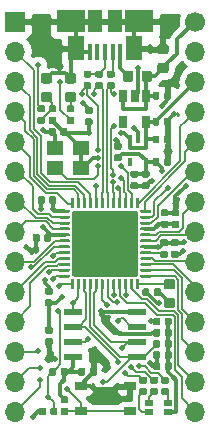
<source format=gtl>
G04 #@! TF.GenerationSoftware,KiCad,Pcbnew,(5.0.1-3-g963ef8bb5)*
G04 #@! TF.CreationDate,2018-11-16T09:26:18+01:00*
G04 #@! TF.ProjectId,TinyFPGA-UP,54696E79465047412D55502E6B696361,A*
G04 #@! TF.SameCoordinates,Original*
G04 #@! TF.FileFunction,Copper,L1,Top,Signal*
G04 #@! TF.FilePolarity,Positive*
%FSLAX46Y46*%
G04 Gerber Fmt 4.6, Leading zero omitted, Abs format (unit mm)*
G04 Created by KiCad (PCBNEW (5.0.1-3-g963ef8bb5)) date Friday, 16 November 2018 at 09:26:18*
%MOMM*%
%LPD*%
G01*
G04 APERTURE LIST*
G04 #@! TA.AperFunction,ComponentPad*
%ADD10O,1.700000X1.700000*%
G04 #@! TD*
G04 #@! TA.AperFunction,ComponentPad*
%ADD11R,1.700000X1.700000*%
G04 #@! TD*
G04 #@! TA.AperFunction,SMDPad,CuDef*
%ADD12R,1.550000X0.600000*%
G04 #@! TD*
G04 #@! TA.AperFunction,ComponentPad*
%ADD13C,1.700000*%
G04 #@! TD*
G04 #@! TA.AperFunction,SMDPad,CuDef*
%ADD14R,0.650000X1.060000*%
G04 #@! TD*
G04 #@! TA.AperFunction,SMDPad,CuDef*
%ADD15R,0.400000X0.650000*%
G04 #@! TD*
G04 #@! TA.AperFunction,Conductor*
%ADD16C,0.100000*%
G04 #@! TD*
G04 #@! TA.AperFunction,SMDPad,CuDef*
%ADD17C,0.250000*%
G04 #@! TD*
G04 #@! TA.AperFunction,SMDPad,CuDef*
%ADD18C,5.600000*%
G04 #@! TD*
G04 #@! TA.AperFunction,SMDPad,CuDef*
%ADD19R,1.175000X1.900000*%
G04 #@! TD*
G04 #@! TA.AperFunction,SMDPad,CuDef*
%ADD20R,2.375000X1.900000*%
G04 #@! TD*
G04 #@! TA.AperFunction,SMDPad,CuDef*
%ADD21R,1.475000X2.100000*%
G04 #@! TD*
G04 #@! TA.AperFunction,SMDPad,CuDef*
%ADD22R,0.450000X1.380000*%
G04 #@! TD*
G04 #@! TA.AperFunction,SMDPad,CuDef*
%ADD23C,0.590000*%
G04 #@! TD*
G04 #@! TA.AperFunction,SMDPad,CuDef*
%ADD24C,0.875000*%
G04 #@! TD*
G04 #@! TA.AperFunction,SMDPad,CuDef*
%ADD25R,1.050000X0.650000*%
G04 #@! TD*
G04 #@! TA.AperFunction,SMDPad,CuDef*
%ADD26R,1.400000X1.200000*%
G04 #@! TD*
G04 #@! TA.AperFunction,SMDPad,CuDef*
%ADD27R,0.800000X0.550000*%
G04 #@! TD*
G04 #@! TA.AperFunction,ViaPad*
%ADD28C,0.508000*%
G04 #@! TD*
G04 #@! TA.AperFunction,Conductor*
%ADD29C,0.304800*%
G04 #@! TD*
G04 #@! TA.AperFunction,Conductor*
%ADD30C,0.152400*%
G04 #@! TD*
G04 #@! TA.AperFunction,Conductor*
%ADD31C,0.254000*%
G04 #@! TD*
G04 APERTURE END LIST*
D10*
G04 #@! TO.P,J1,14*
G04 #@! TO.N,31B*
X143516000Y-130819100D03*
G04 #@! TO.P,J1,13*
G04 #@! TO.N,29B*
X143516000Y-128279100D03*
G04 #@! TO.P,J1,12*
G04 #@! TO.N,25B*
X143516000Y-125739100D03*
G04 #@! TO.P,J1,11*
G04 #@! TO.N,18A*
X143516000Y-123199100D03*
G04 #@! TO.P,J1,10*
G04 #@! TO.N,16A*
X143516000Y-120659100D03*
G04 #@! TO.P,J1,9*
G04 #@! TO.N,13B*
X143516000Y-118119100D03*
G04 #@! TO.P,J1,8*
G04 #@! TO.N,8A*
X143516000Y-115579100D03*
G04 #@! TO.P,J1,7*
G04 #@! TO.N,9B*
X143516000Y-113039100D03*
G04 #@! TO.P,J1,6*
G04 #@! TO.N,6A*
X143516000Y-110499100D03*
G04 #@! TO.P,J1,5*
G04 #@! TO.N,4A*
X143516000Y-107959100D03*
G04 #@! TO.P,J1,4*
G04 #@! TO.N,2A*
X143516000Y-105419100D03*
G04 #@! TO.P,J1,3*
G04 #@! TO.N,0A*
X143516000Y-102879100D03*
G04 #@! TO.P,J1,2*
G04 #@! TO.N,5B*
X143516000Y-100339100D03*
D11*
G04 #@! TO.P,J1,1*
G04 #@! TO.N,GND*
X143516000Y-97799100D03*
G04 #@! TD*
D12*
G04 #@! TO.P,U5,8*
G04 #@! TO.N,+3V3*
X148436000Y-126163100D03*
G04 #@! TO.P,U5,7*
G04 #@! TO.N,HOLD*
X148436000Y-124893100D03*
G04 #@! TO.P,U5,6*
G04 #@! TO.N,SCK*
X148436000Y-123623100D03*
G04 #@! TO.P,U5,5*
G04 #@! TO.N,SDO*
X148436000Y-122353100D03*
G04 #@! TO.P,U5,4*
G04 #@! TO.N,GND*
X153836000Y-122353100D03*
G04 #@! TO.P,U5,3*
G04 #@! TO.N,WP*
X153836000Y-123623100D03*
G04 #@! TO.P,U5,2*
G04 #@! TO.N,SDI*
X153836000Y-124893100D03*
G04 #@! TO.P,U5,1*
G04 #@! TO.N,SS*
X153836000Y-126163100D03*
G04 #@! TD*
D10*
G04 #@! TO.P,J2,14*
G04 #@! TO.N,23B*
X158756000Y-130819100D03*
G04 #@! TO.P,J2,13*
G04 #@! TO.N,37A*
X158756000Y-128279100D03*
G04 #@! TO.P,J2,12*
G04 #@! TO.N,36B*
X158756000Y-125739100D03*
G04 #@! TO.P,J2,11*
G04 #@! TO.N,39A*
X158756000Y-123199100D03*
G04 #@! TO.P,J2,10*
G04 #@! TO.N,38B*
X158756000Y-120659100D03*
G04 #@! TO.P,J2,9*
G04 #@! TO.N,41A*
X158756000Y-118119100D03*
G04 #@! TO.P,J2,8*
G04 #@! TO.N,42B*
X158756000Y-115579100D03*
G04 #@! TO.P,J2,7*
G04 #@! TO.N,43A*
X158756000Y-113039100D03*
G04 #@! TO.P,J2,6*
G04 #@! TO.N,44B*
X158756000Y-110499100D03*
G04 #@! TO.P,J2,5*
G04 #@! TO.N,48B*
X158756000Y-107959100D03*
G04 #@! TO.P,J2,4*
G04 #@! TO.N,45A*
X158756000Y-105419100D03*
G04 #@! TO.P,J2,3*
G04 #@! TO.N,+3V3*
X158756000Y-102879100D03*
G04 #@! TO.P,J2,2*
G04 #@! TO.N,GND*
X158756000Y-100339100D03*
D13*
G04 #@! TO.P,J2,1*
G04 #@! TO.N,+5V*
X158756000Y-97799100D03*
G04 #@! TD*
D14*
G04 #@! TO.P,U2,5*
G04 #@! TO.N,+3V3*
X154586000Y-106273100D03*
G04 #@! TO.P,U2,4*
G04 #@! TO.N,Net-(U2-Pad4)*
X152686000Y-106273100D03*
G04 #@! TO.P,U2,3*
G04 #@! TO.N,+5V*
X152686000Y-104073100D03*
G04 #@! TO.P,U2,2*
G04 #@! TO.N,GND*
X153636000Y-104073100D03*
G04 #@! TO.P,U2,1*
G04 #@! TO.N,+5V*
X154586000Y-104073100D03*
G04 #@! TD*
D15*
G04 #@! TO.P,U4,5*
G04 #@! TO.N,+1V2*
X154586000Y-109673100D03*
G04 #@! TO.P,U4,4*
G04 #@! TO.N,Net-(U4-Pad4)*
X153286000Y-109673100D03*
G04 #@! TO.P,U4,2*
G04 #@! TO.N,GND*
X153936000Y-107773100D03*
G04 #@! TO.P,U4,3*
G04 #@! TO.N,+3V3*
X153286000Y-107773100D03*
G04 #@! TO.P,U4,1*
X154586000Y-107773100D03*
G04 #@! TD*
D16*
G04 #@! TO.N,4A*
G04 #@! TO.C,U1*
G36*
X148454626Y-112725301D02*
X148460693Y-112726201D01*
X148466643Y-112727691D01*
X148472418Y-112729758D01*
X148477962Y-112732380D01*
X148483223Y-112735533D01*
X148488150Y-112739187D01*
X148492694Y-112743306D01*
X148496813Y-112747850D01*
X148500467Y-112752777D01*
X148503620Y-112758038D01*
X148506242Y-112763582D01*
X148508309Y-112769357D01*
X148509799Y-112775307D01*
X148510699Y-112781374D01*
X148511000Y-112787500D01*
X148511000Y-113537500D01*
X148510699Y-113543626D01*
X148509799Y-113549693D01*
X148508309Y-113555643D01*
X148506242Y-113561418D01*
X148503620Y-113566962D01*
X148500467Y-113572223D01*
X148496813Y-113577150D01*
X148492694Y-113581694D01*
X148488150Y-113585813D01*
X148483223Y-113589467D01*
X148477962Y-113592620D01*
X148472418Y-113595242D01*
X148466643Y-113597309D01*
X148460693Y-113598799D01*
X148454626Y-113599699D01*
X148448500Y-113600000D01*
X148323500Y-113600000D01*
X148317374Y-113599699D01*
X148311307Y-113598799D01*
X148305357Y-113597309D01*
X148299582Y-113595242D01*
X148294038Y-113592620D01*
X148288777Y-113589467D01*
X148283850Y-113585813D01*
X148279306Y-113581694D01*
X148275187Y-113577150D01*
X148271533Y-113572223D01*
X148268380Y-113566962D01*
X148265758Y-113561418D01*
X148263691Y-113555643D01*
X148262201Y-113549693D01*
X148261301Y-113543626D01*
X148261000Y-113537500D01*
X148261000Y-112787500D01*
X148261301Y-112781374D01*
X148262201Y-112775307D01*
X148263691Y-112769357D01*
X148265758Y-112763582D01*
X148268380Y-112758038D01*
X148271533Y-112752777D01*
X148275187Y-112747850D01*
X148279306Y-112743306D01*
X148283850Y-112739187D01*
X148288777Y-112735533D01*
X148294038Y-112732380D01*
X148299582Y-112729758D01*
X148305357Y-112727691D01*
X148311307Y-112726201D01*
X148317374Y-112725301D01*
X148323500Y-112725000D01*
X148448500Y-112725000D01*
X148454626Y-112725301D01*
X148454626Y-112725301D01*
G37*
D17*
G04 #@! TD*
G04 #@! TO.P,U1,48*
G04 #@! TO.N,4A*
X148386000Y-113162500D03*
D16*
G04 #@! TO.N,2A*
G04 #@! TO.C,U1*
G36*
X148954626Y-112725301D02*
X148960693Y-112726201D01*
X148966643Y-112727691D01*
X148972418Y-112729758D01*
X148977962Y-112732380D01*
X148983223Y-112735533D01*
X148988150Y-112739187D01*
X148992694Y-112743306D01*
X148996813Y-112747850D01*
X149000467Y-112752777D01*
X149003620Y-112758038D01*
X149006242Y-112763582D01*
X149008309Y-112769357D01*
X149009799Y-112775307D01*
X149010699Y-112781374D01*
X149011000Y-112787500D01*
X149011000Y-113537500D01*
X149010699Y-113543626D01*
X149009799Y-113549693D01*
X149008309Y-113555643D01*
X149006242Y-113561418D01*
X149003620Y-113566962D01*
X149000467Y-113572223D01*
X148996813Y-113577150D01*
X148992694Y-113581694D01*
X148988150Y-113585813D01*
X148983223Y-113589467D01*
X148977962Y-113592620D01*
X148972418Y-113595242D01*
X148966643Y-113597309D01*
X148960693Y-113598799D01*
X148954626Y-113599699D01*
X148948500Y-113600000D01*
X148823500Y-113600000D01*
X148817374Y-113599699D01*
X148811307Y-113598799D01*
X148805357Y-113597309D01*
X148799582Y-113595242D01*
X148794038Y-113592620D01*
X148788777Y-113589467D01*
X148783850Y-113585813D01*
X148779306Y-113581694D01*
X148775187Y-113577150D01*
X148771533Y-113572223D01*
X148768380Y-113566962D01*
X148765758Y-113561418D01*
X148763691Y-113555643D01*
X148762201Y-113549693D01*
X148761301Y-113543626D01*
X148761000Y-113537500D01*
X148761000Y-112787500D01*
X148761301Y-112781374D01*
X148762201Y-112775307D01*
X148763691Y-112769357D01*
X148765758Y-112763582D01*
X148768380Y-112758038D01*
X148771533Y-112752777D01*
X148775187Y-112747850D01*
X148779306Y-112743306D01*
X148783850Y-112739187D01*
X148788777Y-112735533D01*
X148794038Y-112732380D01*
X148799582Y-112729758D01*
X148805357Y-112727691D01*
X148811307Y-112726201D01*
X148817374Y-112725301D01*
X148823500Y-112725000D01*
X148948500Y-112725000D01*
X148954626Y-112725301D01*
X148954626Y-112725301D01*
G37*
D17*
G04 #@! TD*
G04 #@! TO.P,U1,47*
G04 #@! TO.N,2A*
X148886000Y-113162500D03*
D16*
G04 #@! TO.N,0A*
G04 #@! TO.C,U1*
G36*
X149454626Y-112725301D02*
X149460693Y-112726201D01*
X149466643Y-112727691D01*
X149472418Y-112729758D01*
X149477962Y-112732380D01*
X149483223Y-112735533D01*
X149488150Y-112739187D01*
X149492694Y-112743306D01*
X149496813Y-112747850D01*
X149500467Y-112752777D01*
X149503620Y-112758038D01*
X149506242Y-112763582D01*
X149508309Y-112769357D01*
X149509799Y-112775307D01*
X149510699Y-112781374D01*
X149511000Y-112787500D01*
X149511000Y-113537500D01*
X149510699Y-113543626D01*
X149509799Y-113549693D01*
X149508309Y-113555643D01*
X149506242Y-113561418D01*
X149503620Y-113566962D01*
X149500467Y-113572223D01*
X149496813Y-113577150D01*
X149492694Y-113581694D01*
X149488150Y-113585813D01*
X149483223Y-113589467D01*
X149477962Y-113592620D01*
X149472418Y-113595242D01*
X149466643Y-113597309D01*
X149460693Y-113598799D01*
X149454626Y-113599699D01*
X149448500Y-113600000D01*
X149323500Y-113600000D01*
X149317374Y-113599699D01*
X149311307Y-113598799D01*
X149305357Y-113597309D01*
X149299582Y-113595242D01*
X149294038Y-113592620D01*
X149288777Y-113589467D01*
X149283850Y-113585813D01*
X149279306Y-113581694D01*
X149275187Y-113577150D01*
X149271533Y-113572223D01*
X149268380Y-113566962D01*
X149265758Y-113561418D01*
X149263691Y-113555643D01*
X149262201Y-113549693D01*
X149261301Y-113543626D01*
X149261000Y-113537500D01*
X149261000Y-112787500D01*
X149261301Y-112781374D01*
X149262201Y-112775307D01*
X149263691Y-112769357D01*
X149265758Y-112763582D01*
X149268380Y-112758038D01*
X149271533Y-112752777D01*
X149275187Y-112747850D01*
X149279306Y-112743306D01*
X149283850Y-112739187D01*
X149288777Y-112735533D01*
X149294038Y-112732380D01*
X149299582Y-112729758D01*
X149305357Y-112727691D01*
X149311307Y-112726201D01*
X149317374Y-112725301D01*
X149323500Y-112725000D01*
X149448500Y-112725000D01*
X149454626Y-112725301D01*
X149454626Y-112725301D01*
G37*
D17*
G04 #@! TD*
G04 #@! TO.P,U1,46*
G04 #@! TO.N,0A*
X149386000Y-113162500D03*
D16*
G04 #@! TO.N,5B*
G04 #@! TO.C,U1*
G36*
X149954626Y-112725301D02*
X149960693Y-112726201D01*
X149966643Y-112727691D01*
X149972418Y-112729758D01*
X149977962Y-112732380D01*
X149983223Y-112735533D01*
X149988150Y-112739187D01*
X149992694Y-112743306D01*
X149996813Y-112747850D01*
X150000467Y-112752777D01*
X150003620Y-112758038D01*
X150006242Y-112763582D01*
X150008309Y-112769357D01*
X150009799Y-112775307D01*
X150010699Y-112781374D01*
X150011000Y-112787500D01*
X150011000Y-113537500D01*
X150010699Y-113543626D01*
X150009799Y-113549693D01*
X150008309Y-113555643D01*
X150006242Y-113561418D01*
X150003620Y-113566962D01*
X150000467Y-113572223D01*
X149996813Y-113577150D01*
X149992694Y-113581694D01*
X149988150Y-113585813D01*
X149983223Y-113589467D01*
X149977962Y-113592620D01*
X149972418Y-113595242D01*
X149966643Y-113597309D01*
X149960693Y-113598799D01*
X149954626Y-113599699D01*
X149948500Y-113600000D01*
X149823500Y-113600000D01*
X149817374Y-113599699D01*
X149811307Y-113598799D01*
X149805357Y-113597309D01*
X149799582Y-113595242D01*
X149794038Y-113592620D01*
X149788777Y-113589467D01*
X149783850Y-113585813D01*
X149779306Y-113581694D01*
X149775187Y-113577150D01*
X149771533Y-113572223D01*
X149768380Y-113566962D01*
X149765758Y-113561418D01*
X149763691Y-113555643D01*
X149762201Y-113549693D01*
X149761301Y-113543626D01*
X149761000Y-113537500D01*
X149761000Y-112787500D01*
X149761301Y-112781374D01*
X149762201Y-112775307D01*
X149763691Y-112769357D01*
X149765758Y-112763582D01*
X149768380Y-112758038D01*
X149771533Y-112752777D01*
X149775187Y-112747850D01*
X149779306Y-112743306D01*
X149783850Y-112739187D01*
X149788777Y-112735533D01*
X149794038Y-112732380D01*
X149799582Y-112729758D01*
X149805357Y-112727691D01*
X149811307Y-112726201D01*
X149817374Y-112725301D01*
X149823500Y-112725000D01*
X149948500Y-112725000D01*
X149954626Y-112725301D01*
X149954626Y-112725301D01*
G37*
D17*
G04 #@! TD*
G04 #@! TO.P,U1,45*
G04 #@! TO.N,5B*
X149886000Y-113162500D03*
D16*
G04 #@! TO.N,3B*
G04 #@! TO.C,U1*
G36*
X150454626Y-112725301D02*
X150460693Y-112726201D01*
X150466643Y-112727691D01*
X150472418Y-112729758D01*
X150477962Y-112732380D01*
X150483223Y-112735533D01*
X150488150Y-112739187D01*
X150492694Y-112743306D01*
X150496813Y-112747850D01*
X150500467Y-112752777D01*
X150503620Y-112758038D01*
X150506242Y-112763582D01*
X150508309Y-112769357D01*
X150509799Y-112775307D01*
X150510699Y-112781374D01*
X150511000Y-112787500D01*
X150511000Y-113537500D01*
X150510699Y-113543626D01*
X150509799Y-113549693D01*
X150508309Y-113555643D01*
X150506242Y-113561418D01*
X150503620Y-113566962D01*
X150500467Y-113572223D01*
X150496813Y-113577150D01*
X150492694Y-113581694D01*
X150488150Y-113585813D01*
X150483223Y-113589467D01*
X150477962Y-113592620D01*
X150472418Y-113595242D01*
X150466643Y-113597309D01*
X150460693Y-113598799D01*
X150454626Y-113599699D01*
X150448500Y-113600000D01*
X150323500Y-113600000D01*
X150317374Y-113599699D01*
X150311307Y-113598799D01*
X150305357Y-113597309D01*
X150299582Y-113595242D01*
X150294038Y-113592620D01*
X150288777Y-113589467D01*
X150283850Y-113585813D01*
X150279306Y-113581694D01*
X150275187Y-113577150D01*
X150271533Y-113572223D01*
X150268380Y-113566962D01*
X150265758Y-113561418D01*
X150263691Y-113555643D01*
X150262201Y-113549693D01*
X150261301Y-113543626D01*
X150261000Y-113537500D01*
X150261000Y-112787500D01*
X150261301Y-112781374D01*
X150262201Y-112775307D01*
X150263691Y-112769357D01*
X150265758Y-112763582D01*
X150268380Y-112758038D01*
X150271533Y-112752777D01*
X150275187Y-112747850D01*
X150279306Y-112743306D01*
X150283850Y-112739187D01*
X150288777Y-112735533D01*
X150294038Y-112732380D01*
X150299582Y-112729758D01*
X150305357Y-112727691D01*
X150311307Y-112726201D01*
X150317374Y-112725301D01*
X150323500Y-112725000D01*
X150448500Y-112725000D01*
X150454626Y-112725301D01*
X150454626Y-112725301D01*
G37*
D17*
G04 #@! TD*
G04 #@! TO.P,U1,44*
G04 #@! TO.N,3B*
X150386000Y-113162500D03*
D16*
G04 #@! TO.N,USB_P*
G04 #@! TO.C,U1*
G36*
X150954626Y-112725301D02*
X150960693Y-112726201D01*
X150966643Y-112727691D01*
X150972418Y-112729758D01*
X150977962Y-112732380D01*
X150983223Y-112735533D01*
X150988150Y-112739187D01*
X150992694Y-112743306D01*
X150996813Y-112747850D01*
X151000467Y-112752777D01*
X151003620Y-112758038D01*
X151006242Y-112763582D01*
X151008309Y-112769357D01*
X151009799Y-112775307D01*
X151010699Y-112781374D01*
X151011000Y-112787500D01*
X151011000Y-113537500D01*
X151010699Y-113543626D01*
X151009799Y-113549693D01*
X151008309Y-113555643D01*
X151006242Y-113561418D01*
X151003620Y-113566962D01*
X151000467Y-113572223D01*
X150996813Y-113577150D01*
X150992694Y-113581694D01*
X150988150Y-113585813D01*
X150983223Y-113589467D01*
X150977962Y-113592620D01*
X150972418Y-113595242D01*
X150966643Y-113597309D01*
X150960693Y-113598799D01*
X150954626Y-113599699D01*
X150948500Y-113600000D01*
X150823500Y-113600000D01*
X150817374Y-113599699D01*
X150811307Y-113598799D01*
X150805357Y-113597309D01*
X150799582Y-113595242D01*
X150794038Y-113592620D01*
X150788777Y-113589467D01*
X150783850Y-113585813D01*
X150779306Y-113581694D01*
X150775187Y-113577150D01*
X150771533Y-113572223D01*
X150768380Y-113566962D01*
X150765758Y-113561418D01*
X150763691Y-113555643D01*
X150762201Y-113549693D01*
X150761301Y-113543626D01*
X150761000Y-113537500D01*
X150761000Y-112787500D01*
X150761301Y-112781374D01*
X150762201Y-112775307D01*
X150763691Y-112769357D01*
X150765758Y-112763582D01*
X150768380Y-112758038D01*
X150771533Y-112752777D01*
X150775187Y-112747850D01*
X150779306Y-112743306D01*
X150783850Y-112739187D01*
X150788777Y-112735533D01*
X150794038Y-112732380D01*
X150799582Y-112729758D01*
X150805357Y-112727691D01*
X150811307Y-112726201D01*
X150817374Y-112725301D01*
X150823500Y-112725000D01*
X150948500Y-112725000D01*
X150954626Y-112725301D01*
X150954626Y-112725301D01*
G37*
D17*
G04 #@! TD*
G04 #@! TO.P,U1,43*
G04 #@! TO.N,USB_P*
X150886000Y-113162500D03*
D16*
G04 #@! TO.N,USB_N*
G04 #@! TO.C,U1*
G36*
X151454626Y-112725301D02*
X151460693Y-112726201D01*
X151466643Y-112727691D01*
X151472418Y-112729758D01*
X151477962Y-112732380D01*
X151483223Y-112735533D01*
X151488150Y-112739187D01*
X151492694Y-112743306D01*
X151496813Y-112747850D01*
X151500467Y-112752777D01*
X151503620Y-112758038D01*
X151506242Y-112763582D01*
X151508309Y-112769357D01*
X151509799Y-112775307D01*
X151510699Y-112781374D01*
X151511000Y-112787500D01*
X151511000Y-113537500D01*
X151510699Y-113543626D01*
X151509799Y-113549693D01*
X151508309Y-113555643D01*
X151506242Y-113561418D01*
X151503620Y-113566962D01*
X151500467Y-113572223D01*
X151496813Y-113577150D01*
X151492694Y-113581694D01*
X151488150Y-113585813D01*
X151483223Y-113589467D01*
X151477962Y-113592620D01*
X151472418Y-113595242D01*
X151466643Y-113597309D01*
X151460693Y-113598799D01*
X151454626Y-113599699D01*
X151448500Y-113600000D01*
X151323500Y-113600000D01*
X151317374Y-113599699D01*
X151311307Y-113598799D01*
X151305357Y-113597309D01*
X151299582Y-113595242D01*
X151294038Y-113592620D01*
X151288777Y-113589467D01*
X151283850Y-113585813D01*
X151279306Y-113581694D01*
X151275187Y-113577150D01*
X151271533Y-113572223D01*
X151268380Y-113566962D01*
X151265758Y-113561418D01*
X151263691Y-113555643D01*
X151262201Y-113549693D01*
X151261301Y-113543626D01*
X151261000Y-113537500D01*
X151261000Y-112787500D01*
X151261301Y-112781374D01*
X151262201Y-112775307D01*
X151263691Y-112769357D01*
X151265758Y-112763582D01*
X151268380Y-112758038D01*
X151271533Y-112752777D01*
X151275187Y-112747850D01*
X151279306Y-112743306D01*
X151283850Y-112739187D01*
X151288777Y-112735533D01*
X151294038Y-112732380D01*
X151299582Y-112729758D01*
X151305357Y-112727691D01*
X151311307Y-112726201D01*
X151317374Y-112725301D01*
X151323500Y-112725000D01*
X151448500Y-112725000D01*
X151454626Y-112725301D01*
X151454626Y-112725301D01*
G37*
D17*
G04 #@! TD*
G04 #@! TO.P,U1,42*
G04 #@! TO.N,USB_N*
X151386000Y-113162500D03*
D16*
G04 #@! TO.N,RGB2*
G04 #@! TO.C,U1*
G36*
X151954626Y-112725301D02*
X151960693Y-112726201D01*
X151966643Y-112727691D01*
X151972418Y-112729758D01*
X151977962Y-112732380D01*
X151983223Y-112735533D01*
X151988150Y-112739187D01*
X151992694Y-112743306D01*
X151996813Y-112747850D01*
X152000467Y-112752777D01*
X152003620Y-112758038D01*
X152006242Y-112763582D01*
X152008309Y-112769357D01*
X152009799Y-112775307D01*
X152010699Y-112781374D01*
X152011000Y-112787500D01*
X152011000Y-113537500D01*
X152010699Y-113543626D01*
X152009799Y-113549693D01*
X152008309Y-113555643D01*
X152006242Y-113561418D01*
X152003620Y-113566962D01*
X152000467Y-113572223D01*
X151996813Y-113577150D01*
X151992694Y-113581694D01*
X151988150Y-113585813D01*
X151983223Y-113589467D01*
X151977962Y-113592620D01*
X151972418Y-113595242D01*
X151966643Y-113597309D01*
X151960693Y-113598799D01*
X151954626Y-113599699D01*
X151948500Y-113600000D01*
X151823500Y-113600000D01*
X151817374Y-113599699D01*
X151811307Y-113598799D01*
X151805357Y-113597309D01*
X151799582Y-113595242D01*
X151794038Y-113592620D01*
X151788777Y-113589467D01*
X151783850Y-113585813D01*
X151779306Y-113581694D01*
X151775187Y-113577150D01*
X151771533Y-113572223D01*
X151768380Y-113566962D01*
X151765758Y-113561418D01*
X151763691Y-113555643D01*
X151762201Y-113549693D01*
X151761301Y-113543626D01*
X151761000Y-113537500D01*
X151761000Y-112787500D01*
X151761301Y-112781374D01*
X151762201Y-112775307D01*
X151763691Y-112769357D01*
X151765758Y-112763582D01*
X151768380Y-112758038D01*
X151771533Y-112752777D01*
X151775187Y-112747850D01*
X151779306Y-112743306D01*
X151783850Y-112739187D01*
X151788777Y-112735533D01*
X151794038Y-112732380D01*
X151799582Y-112729758D01*
X151805357Y-112727691D01*
X151811307Y-112726201D01*
X151817374Y-112725301D01*
X151823500Y-112725000D01*
X151948500Y-112725000D01*
X151954626Y-112725301D01*
X151954626Y-112725301D01*
G37*
D17*
G04 #@! TD*
G04 #@! TO.P,U1,41*
G04 #@! TO.N,RGB2*
X151886000Y-113162500D03*
D16*
G04 #@! TO.N,RGB1*
G04 #@! TO.C,U1*
G36*
X152454626Y-112725301D02*
X152460693Y-112726201D01*
X152466643Y-112727691D01*
X152472418Y-112729758D01*
X152477962Y-112732380D01*
X152483223Y-112735533D01*
X152488150Y-112739187D01*
X152492694Y-112743306D01*
X152496813Y-112747850D01*
X152500467Y-112752777D01*
X152503620Y-112758038D01*
X152506242Y-112763582D01*
X152508309Y-112769357D01*
X152509799Y-112775307D01*
X152510699Y-112781374D01*
X152511000Y-112787500D01*
X152511000Y-113537500D01*
X152510699Y-113543626D01*
X152509799Y-113549693D01*
X152508309Y-113555643D01*
X152506242Y-113561418D01*
X152503620Y-113566962D01*
X152500467Y-113572223D01*
X152496813Y-113577150D01*
X152492694Y-113581694D01*
X152488150Y-113585813D01*
X152483223Y-113589467D01*
X152477962Y-113592620D01*
X152472418Y-113595242D01*
X152466643Y-113597309D01*
X152460693Y-113598799D01*
X152454626Y-113599699D01*
X152448500Y-113600000D01*
X152323500Y-113600000D01*
X152317374Y-113599699D01*
X152311307Y-113598799D01*
X152305357Y-113597309D01*
X152299582Y-113595242D01*
X152294038Y-113592620D01*
X152288777Y-113589467D01*
X152283850Y-113585813D01*
X152279306Y-113581694D01*
X152275187Y-113577150D01*
X152271533Y-113572223D01*
X152268380Y-113566962D01*
X152265758Y-113561418D01*
X152263691Y-113555643D01*
X152262201Y-113549693D01*
X152261301Y-113543626D01*
X152261000Y-113537500D01*
X152261000Y-112787500D01*
X152261301Y-112781374D01*
X152262201Y-112775307D01*
X152263691Y-112769357D01*
X152265758Y-112763582D01*
X152268380Y-112758038D01*
X152271533Y-112752777D01*
X152275187Y-112747850D01*
X152279306Y-112743306D01*
X152283850Y-112739187D01*
X152288777Y-112735533D01*
X152294038Y-112732380D01*
X152299582Y-112729758D01*
X152305357Y-112727691D01*
X152311307Y-112726201D01*
X152317374Y-112725301D01*
X152323500Y-112725000D01*
X152448500Y-112725000D01*
X152454626Y-112725301D01*
X152454626Y-112725301D01*
G37*
D17*
G04 #@! TD*
G04 #@! TO.P,U1,40*
G04 #@! TO.N,RGB1*
X152386000Y-113162500D03*
D16*
G04 #@! TO.N,RGB0*
G04 #@! TO.C,U1*
G36*
X152954626Y-112725301D02*
X152960693Y-112726201D01*
X152966643Y-112727691D01*
X152972418Y-112729758D01*
X152977962Y-112732380D01*
X152983223Y-112735533D01*
X152988150Y-112739187D01*
X152992694Y-112743306D01*
X152996813Y-112747850D01*
X153000467Y-112752777D01*
X153003620Y-112758038D01*
X153006242Y-112763582D01*
X153008309Y-112769357D01*
X153009799Y-112775307D01*
X153010699Y-112781374D01*
X153011000Y-112787500D01*
X153011000Y-113537500D01*
X153010699Y-113543626D01*
X153009799Y-113549693D01*
X153008309Y-113555643D01*
X153006242Y-113561418D01*
X153003620Y-113566962D01*
X153000467Y-113572223D01*
X152996813Y-113577150D01*
X152992694Y-113581694D01*
X152988150Y-113585813D01*
X152983223Y-113589467D01*
X152977962Y-113592620D01*
X152972418Y-113595242D01*
X152966643Y-113597309D01*
X152960693Y-113598799D01*
X152954626Y-113599699D01*
X152948500Y-113600000D01*
X152823500Y-113600000D01*
X152817374Y-113599699D01*
X152811307Y-113598799D01*
X152805357Y-113597309D01*
X152799582Y-113595242D01*
X152794038Y-113592620D01*
X152788777Y-113589467D01*
X152783850Y-113585813D01*
X152779306Y-113581694D01*
X152775187Y-113577150D01*
X152771533Y-113572223D01*
X152768380Y-113566962D01*
X152765758Y-113561418D01*
X152763691Y-113555643D01*
X152762201Y-113549693D01*
X152761301Y-113543626D01*
X152761000Y-113537500D01*
X152761000Y-112787500D01*
X152761301Y-112781374D01*
X152762201Y-112775307D01*
X152763691Y-112769357D01*
X152765758Y-112763582D01*
X152768380Y-112758038D01*
X152771533Y-112752777D01*
X152775187Y-112747850D01*
X152779306Y-112743306D01*
X152783850Y-112739187D01*
X152788777Y-112735533D01*
X152794038Y-112732380D01*
X152799582Y-112729758D01*
X152805357Y-112727691D01*
X152811307Y-112726201D01*
X152817374Y-112725301D01*
X152823500Y-112725000D01*
X152948500Y-112725000D01*
X152954626Y-112725301D01*
X152954626Y-112725301D01*
G37*
D17*
G04 #@! TD*
G04 #@! TO.P,U1,39*
G04 #@! TO.N,RGB0*
X152886000Y-113162500D03*
D16*
G04 #@! TO.N,USB_PU*
G04 #@! TO.C,U1*
G36*
X153454626Y-112725301D02*
X153460693Y-112726201D01*
X153466643Y-112727691D01*
X153472418Y-112729758D01*
X153477962Y-112732380D01*
X153483223Y-112735533D01*
X153488150Y-112739187D01*
X153492694Y-112743306D01*
X153496813Y-112747850D01*
X153500467Y-112752777D01*
X153503620Y-112758038D01*
X153506242Y-112763582D01*
X153508309Y-112769357D01*
X153509799Y-112775307D01*
X153510699Y-112781374D01*
X153511000Y-112787500D01*
X153511000Y-113537500D01*
X153510699Y-113543626D01*
X153509799Y-113549693D01*
X153508309Y-113555643D01*
X153506242Y-113561418D01*
X153503620Y-113566962D01*
X153500467Y-113572223D01*
X153496813Y-113577150D01*
X153492694Y-113581694D01*
X153488150Y-113585813D01*
X153483223Y-113589467D01*
X153477962Y-113592620D01*
X153472418Y-113595242D01*
X153466643Y-113597309D01*
X153460693Y-113598799D01*
X153454626Y-113599699D01*
X153448500Y-113600000D01*
X153323500Y-113600000D01*
X153317374Y-113599699D01*
X153311307Y-113598799D01*
X153305357Y-113597309D01*
X153299582Y-113595242D01*
X153294038Y-113592620D01*
X153288777Y-113589467D01*
X153283850Y-113585813D01*
X153279306Y-113581694D01*
X153275187Y-113577150D01*
X153271533Y-113572223D01*
X153268380Y-113566962D01*
X153265758Y-113561418D01*
X153263691Y-113555643D01*
X153262201Y-113549693D01*
X153261301Y-113543626D01*
X153261000Y-113537500D01*
X153261000Y-112787500D01*
X153261301Y-112781374D01*
X153262201Y-112775307D01*
X153263691Y-112769357D01*
X153265758Y-112763582D01*
X153268380Y-112758038D01*
X153271533Y-112752777D01*
X153275187Y-112747850D01*
X153279306Y-112743306D01*
X153283850Y-112739187D01*
X153288777Y-112735533D01*
X153294038Y-112732380D01*
X153299582Y-112729758D01*
X153305357Y-112727691D01*
X153311307Y-112726201D01*
X153317374Y-112725301D01*
X153323500Y-112725000D01*
X153448500Y-112725000D01*
X153454626Y-112725301D01*
X153454626Y-112725301D01*
G37*
D17*
G04 #@! TD*
G04 #@! TO.P,U1,38*
G04 #@! TO.N,USB_PU*
X153386000Y-113162500D03*
D16*
G04 #@! TO.N,45A*
G04 #@! TO.C,U1*
G36*
X153954626Y-112725301D02*
X153960693Y-112726201D01*
X153966643Y-112727691D01*
X153972418Y-112729758D01*
X153977962Y-112732380D01*
X153983223Y-112735533D01*
X153988150Y-112739187D01*
X153992694Y-112743306D01*
X153996813Y-112747850D01*
X154000467Y-112752777D01*
X154003620Y-112758038D01*
X154006242Y-112763582D01*
X154008309Y-112769357D01*
X154009799Y-112775307D01*
X154010699Y-112781374D01*
X154011000Y-112787500D01*
X154011000Y-113537500D01*
X154010699Y-113543626D01*
X154009799Y-113549693D01*
X154008309Y-113555643D01*
X154006242Y-113561418D01*
X154003620Y-113566962D01*
X154000467Y-113572223D01*
X153996813Y-113577150D01*
X153992694Y-113581694D01*
X153988150Y-113585813D01*
X153983223Y-113589467D01*
X153977962Y-113592620D01*
X153972418Y-113595242D01*
X153966643Y-113597309D01*
X153960693Y-113598799D01*
X153954626Y-113599699D01*
X153948500Y-113600000D01*
X153823500Y-113600000D01*
X153817374Y-113599699D01*
X153811307Y-113598799D01*
X153805357Y-113597309D01*
X153799582Y-113595242D01*
X153794038Y-113592620D01*
X153788777Y-113589467D01*
X153783850Y-113585813D01*
X153779306Y-113581694D01*
X153775187Y-113577150D01*
X153771533Y-113572223D01*
X153768380Y-113566962D01*
X153765758Y-113561418D01*
X153763691Y-113555643D01*
X153762201Y-113549693D01*
X153761301Y-113543626D01*
X153761000Y-113537500D01*
X153761000Y-112787500D01*
X153761301Y-112781374D01*
X153762201Y-112775307D01*
X153763691Y-112769357D01*
X153765758Y-112763582D01*
X153768380Y-112758038D01*
X153771533Y-112752777D01*
X153775187Y-112747850D01*
X153779306Y-112743306D01*
X153783850Y-112739187D01*
X153788777Y-112735533D01*
X153794038Y-112732380D01*
X153799582Y-112729758D01*
X153805357Y-112727691D01*
X153811307Y-112726201D01*
X153817374Y-112725301D01*
X153823500Y-112725000D01*
X153948500Y-112725000D01*
X153954626Y-112725301D01*
X153954626Y-112725301D01*
G37*
D17*
G04 #@! TD*
G04 #@! TO.P,U1,37*
G04 #@! TO.N,45A*
X153886000Y-113162500D03*
D16*
G04 #@! TO.N,48B*
G04 #@! TO.C,U1*
G36*
X154954626Y-113725301D02*
X154960693Y-113726201D01*
X154966643Y-113727691D01*
X154972418Y-113729758D01*
X154977962Y-113732380D01*
X154983223Y-113735533D01*
X154988150Y-113739187D01*
X154992694Y-113743306D01*
X154996813Y-113747850D01*
X155000467Y-113752777D01*
X155003620Y-113758038D01*
X155006242Y-113763582D01*
X155008309Y-113769357D01*
X155009799Y-113775307D01*
X155010699Y-113781374D01*
X155011000Y-113787500D01*
X155011000Y-113912500D01*
X155010699Y-113918626D01*
X155009799Y-113924693D01*
X155008309Y-113930643D01*
X155006242Y-113936418D01*
X155003620Y-113941962D01*
X155000467Y-113947223D01*
X154996813Y-113952150D01*
X154992694Y-113956694D01*
X154988150Y-113960813D01*
X154983223Y-113964467D01*
X154977962Y-113967620D01*
X154972418Y-113970242D01*
X154966643Y-113972309D01*
X154960693Y-113973799D01*
X154954626Y-113974699D01*
X154948500Y-113975000D01*
X154198500Y-113975000D01*
X154192374Y-113974699D01*
X154186307Y-113973799D01*
X154180357Y-113972309D01*
X154174582Y-113970242D01*
X154169038Y-113967620D01*
X154163777Y-113964467D01*
X154158850Y-113960813D01*
X154154306Y-113956694D01*
X154150187Y-113952150D01*
X154146533Y-113947223D01*
X154143380Y-113941962D01*
X154140758Y-113936418D01*
X154138691Y-113930643D01*
X154137201Y-113924693D01*
X154136301Y-113918626D01*
X154136000Y-113912500D01*
X154136000Y-113787500D01*
X154136301Y-113781374D01*
X154137201Y-113775307D01*
X154138691Y-113769357D01*
X154140758Y-113763582D01*
X154143380Y-113758038D01*
X154146533Y-113752777D01*
X154150187Y-113747850D01*
X154154306Y-113743306D01*
X154158850Y-113739187D01*
X154163777Y-113735533D01*
X154169038Y-113732380D01*
X154174582Y-113729758D01*
X154180357Y-113727691D01*
X154186307Y-113726201D01*
X154192374Y-113725301D01*
X154198500Y-113725000D01*
X154948500Y-113725000D01*
X154954626Y-113725301D01*
X154954626Y-113725301D01*
G37*
D17*
G04 #@! TD*
G04 #@! TO.P,U1,36*
G04 #@! TO.N,48B*
X154573500Y-113850000D03*
D16*
G04 #@! TO.N,CLK*
G04 #@! TO.C,U1*
G36*
X154954626Y-114225301D02*
X154960693Y-114226201D01*
X154966643Y-114227691D01*
X154972418Y-114229758D01*
X154977962Y-114232380D01*
X154983223Y-114235533D01*
X154988150Y-114239187D01*
X154992694Y-114243306D01*
X154996813Y-114247850D01*
X155000467Y-114252777D01*
X155003620Y-114258038D01*
X155006242Y-114263582D01*
X155008309Y-114269357D01*
X155009799Y-114275307D01*
X155010699Y-114281374D01*
X155011000Y-114287500D01*
X155011000Y-114412500D01*
X155010699Y-114418626D01*
X155009799Y-114424693D01*
X155008309Y-114430643D01*
X155006242Y-114436418D01*
X155003620Y-114441962D01*
X155000467Y-114447223D01*
X154996813Y-114452150D01*
X154992694Y-114456694D01*
X154988150Y-114460813D01*
X154983223Y-114464467D01*
X154977962Y-114467620D01*
X154972418Y-114470242D01*
X154966643Y-114472309D01*
X154960693Y-114473799D01*
X154954626Y-114474699D01*
X154948500Y-114475000D01*
X154198500Y-114475000D01*
X154192374Y-114474699D01*
X154186307Y-114473799D01*
X154180357Y-114472309D01*
X154174582Y-114470242D01*
X154169038Y-114467620D01*
X154163777Y-114464467D01*
X154158850Y-114460813D01*
X154154306Y-114456694D01*
X154150187Y-114452150D01*
X154146533Y-114447223D01*
X154143380Y-114441962D01*
X154140758Y-114436418D01*
X154138691Y-114430643D01*
X154137201Y-114424693D01*
X154136301Y-114418626D01*
X154136000Y-114412500D01*
X154136000Y-114287500D01*
X154136301Y-114281374D01*
X154137201Y-114275307D01*
X154138691Y-114269357D01*
X154140758Y-114263582D01*
X154143380Y-114258038D01*
X154146533Y-114252777D01*
X154150187Y-114247850D01*
X154154306Y-114243306D01*
X154158850Y-114239187D01*
X154163777Y-114235533D01*
X154169038Y-114232380D01*
X154174582Y-114229758D01*
X154180357Y-114227691D01*
X154186307Y-114226201D01*
X154192374Y-114225301D01*
X154198500Y-114225000D01*
X154948500Y-114225000D01*
X154954626Y-114225301D01*
X154954626Y-114225301D01*
G37*
D17*
G04 #@! TD*
G04 #@! TO.P,U1,35*
G04 #@! TO.N,CLK*
X154573500Y-114350000D03*
D16*
G04 #@! TO.N,44B*
G04 #@! TO.C,U1*
G36*
X154954626Y-114725301D02*
X154960693Y-114726201D01*
X154966643Y-114727691D01*
X154972418Y-114729758D01*
X154977962Y-114732380D01*
X154983223Y-114735533D01*
X154988150Y-114739187D01*
X154992694Y-114743306D01*
X154996813Y-114747850D01*
X155000467Y-114752777D01*
X155003620Y-114758038D01*
X155006242Y-114763582D01*
X155008309Y-114769357D01*
X155009799Y-114775307D01*
X155010699Y-114781374D01*
X155011000Y-114787500D01*
X155011000Y-114912500D01*
X155010699Y-114918626D01*
X155009799Y-114924693D01*
X155008309Y-114930643D01*
X155006242Y-114936418D01*
X155003620Y-114941962D01*
X155000467Y-114947223D01*
X154996813Y-114952150D01*
X154992694Y-114956694D01*
X154988150Y-114960813D01*
X154983223Y-114964467D01*
X154977962Y-114967620D01*
X154972418Y-114970242D01*
X154966643Y-114972309D01*
X154960693Y-114973799D01*
X154954626Y-114974699D01*
X154948500Y-114975000D01*
X154198500Y-114975000D01*
X154192374Y-114974699D01*
X154186307Y-114973799D01*
X154180357Y-114972309D01*
X154174582Y-114970242D01*
X154169038Y-114967620D01*
X154163777Y-114964467D01*
X154158850Y-114960813D01*
X154154306Y-114956694D01*
X154150187Y-114952150D01*
X154146533Y-114947223D01*
X154143380Y-114941962D01*
X154140758Y-114936418D01*
X154138691Y-114930643D01*
X154137201Y-114924693D01*
X154136301Y-114918626D01*
X154136000Y-114912500D01*
X154136000Y-114787500D01*
X154136301Y-114781374D01*
X154137201Y-114775307D01*
X154138691Y-114769357D01*
X154140758Y-114763582D01*
X154143380Y-114758038D01*
X154146533Y-114752777D01*
X154150187Y-114747850D01*
X154154306Y-114743306D01*
X154158850Y-114739187D01*
X154163777Y-114735533D01*
X154169038Y-114732380D01*
X154174582Y-114729758D01*
X154180357Y-114727691D01*
X154186307Y-114726201D01*
X154192374Y-114725301D01*
X154198500Y-114725000D01*
X154948500Y-114725000D01*
X154954626Y-114725301D01*
X154954626Y-114725301D01*
G37*
D17*
G04 #@! TD*
G04 #@! TO.P,U1,34*
G04 #@! TO.N,44B*
X154573500Y-114850000D03*
D16*
G04 #@! TO.N,+3V3*
G04 #@! TO.C,U1*
G36*
X154954626Y-115225301D02*
X154960693Y-115226201D01*
X154966643Y-115227691D01*
X154972418Y-115229758D01*
X154977962Y-115232380D01*
X154983223Y-115235533D01*
X154988150Y-115239187D01*
X154992694Y-115243306D01*
X154996813Y-115247850D01*
X155000467Y-115252777D01*
X155003620Y-115258038D01*
X155006242Y-115263582D01*
X155008309Y-115269357D01*
X155009799Y-115275307D01*
X155010699Y-115281374D01*
X155011000Y-115287500D01*
X155011000Y-115412500D01*
X155010699Y-115418626D01*
X155009799Y-115424693D01*
X155008309Y-115430643D01*
X155006242Y-115436418D01*
X155003620Y-115441962D01*
X155000467Y-115447223D01*
X154996813Y-115452150D01*
X154992694Y-115456694D01*
X154988150Y-115460813D01*
X154983223Y-115464467D01*
X154977962Y-115467620D01*
X154972418Y-115470242D01*
X154966643Y-115472309D01*
X154960693Y-115473799D01*
X154954626Y-115474699D01*
X154948500Y-115475000D01*
X154198500Y-115475000D01*
X154192374Y-115474699D01*
X154186307Y-115473799D01*
X154180357Y-115472309D01*
X154174582Y-115470242D01*
X154169038Y-115467620D01*
X154163777Y-115464467D01*
X154158850Y-115460813D01*
X154154306Y-115456694D01*
X154150187Y-115452150D01*
X154146533Y-115447223D01*
X154143380Y-115441962D01*
X154140758Y-115436418D01*
X154138691Y-115430643D01*
X154137201Y-115424693D01*
X154136301Y-115418626D01*
X154136000Y-115412500D01*
X154136000Y-115287500D01*
X154136301Y-115281374D01*
X154137201Y-115275307D01*
X154138691Y-115269357D01*
X154140758Y-115263582D01*
X154143380Y-115258038D01*
X154146533Y-115252777D01*
X154150187Y-115247850D01*
X154154306Y-115243306D01*
X154158850Y-115239187D01*
X154163777Y-115235533D01*
X154169038Y-115232380D01*
X154174582Y-115229758D01*
X154180357Y-115227691D01*
X154186307Y-115226201D01*
X154192374Y-115225301D01*
X154198500Y-115225000D01*
X154948500Y-115225000D01*
X154954626Y-115225301D01*
X154954626Y-115225301D01*
G37*
D17*
G04 #@! TD*
G04 #@! TO.P,U1,33*
G04 #@! TO.N,+3V3*
X154573500Y-115350000D03*
D16*
G04 #@! TO.N,43A*
G04 #@! TO.C,U1*
G36*
X154954626Y-115725301D02*
X154960693Y-115726201D01*
X154966643Y-115727691D01*
X154972418Y-115729758D01*
X154977962Y-115732380D01*
X154983223Y-115735533D01*
X154988150Y-115739187D01*
X154992694Y-115743306D01*
X154996813Y-115747850D01*
X155000467Y-115752777D01*
X155003620Y-115758038D01*
X155006242Y-115763582D01*
X155008309Y-115769357D01*
X155009799Y-115775307D01*
X155010699Y-115781374D01*
X155011000Y-115787500D01*
X155011000Y-115912500D01*
X155010699Y-115918626D01*
X155009799Y-115924693D01*
X155008309Y-115930643D01*
X155006242Y-115936418D01*
X155003620Y-115941962D01*
X155000467Y-115947223D01*
X154996813Y-115952150D01*
X154992694Y-115956694D01*
X154988150Y-115960813D01*
X154983223Y-115964467D01*
X154977962Y-115967620D01*
X154972418Y-115970242D01*
X154966643Y-115972309D01*
X154960693Y-115973799D01*
X154954626Y-115974699D01*
X154948500Y-115975000D01*
X154198500Y-115975000D01*
X154192374Y-115974699D01*
X154186307Y-115973799D01*
X154180357Y-115972309D01*
X154174582Y-115970242D01*
X154169038Y-115967620D01*
X154163777Y-115964467D01*
X154158850Y-115960813D01*
X154154306Y-115956694D01*
X154150187Y-115952150D01*
X154146533Y-115947223D01*
X154143380Y-115941962D01*
X154140758Y-115936418D01*
X154138691Y-115930643D01*
X154137201Y-115924693D01*
X154136301Y-115918626D01*
X154136000Y-115912500D01*
X154136000Y-115787500D01*
X154136301Y-115781374D01*
X154137201Y-115775307D01*
X154138691Y-115769357D01*
X154140758Y-115763582D01*
X154143380Y-115758038D01*
X154146533Y-115752777D01*
X154150187Y-115747850D01*
X154154306Y-115743306D01*
X154158850Y-115739187D01*
X154163777Y-115735533D01*
X154169038Y-115732380D01*
X154174582Y-115729758D01*
X154180357Y-115727691D01*
X154186307Y-115726201D01*
X154192374Y-115725301D01*
X154198500Y-115725000D01*
X154948500Y-115725000D01*
X154954626Y-115725301D01*
X154954626Y-115725301D01*
G37*
D17*
G04 #@! TD*
G04 #@! TO.P,U1,32*
G04 #@! TO.N,43A*
X154573500Y-115850000D03*
D16*
G04 #@! TO.N,42B*
G04 #@! TO.C,U1*
G36*
X154954626Y-116225301D02*
X154960693Y-116226201D01*
X154966643Y-116227691D01*
X154972418Y-116229758D01*
X154977962Y-116232380D01*
X154983223Y-116235533D01*
X154988150Y-116239187D01*
X154992694Y-116243306D01*
X154996813Y-116247850D01*
X155000467Y-116252777D01*
X155003620Y-116258038D01*
X155006242Y-116263582D01*
X155008309Y-116269357D01*
X155009799Y-116275307D01*
X155010699Y-116281374D01*
X155011000Y-116287500D01*
X155011000Y-116412500D01*
X155010699Y-116418626D01*
X155009799Y-116424693D01*
X155008309Y-116430643D01*
X155006242Y-116436418D01*
X155003620Y-116441962D01*
X155000467Y-116447223D01*
X154996813Y-116452150D01*
X154992694Y-116456694D01*
X154988150Y-116460813D01*
X154983223Y-116464467D01*
X154977962Y-116467620D01*
X154972418Y-116470242D01*
X154966643Y-116472309D01*
X154960693Y-116473799D01*
X154954626Y-116474699D01*
X154948500Y-116475000D01*
X154198500Y-116475000D01*
X154192374Y-116474699D01*
X154186307Y-116473799D01*
X154180357Y-116472309D01*
X154174582Y-116470242D01*
X154169038Y-116467620D01*
X154163777Y-116464467D01*
X154158850Y-116460813D01*
X154154306Y-116456694D01*
X154150187Y-116452150D01*
X154146533Y-116447223D01*
X154143380Y-116441962D01*
X154140758Y-116436418D01*
X154138691Y-116430643D01*
X154137201Y-116424693D01*
X154136301Y-116418626D01*
X154136000Y-116412500D01*
X154136000Y-116287500D01*
X154136301Y-116281374D01*
X154137201Y-116275307D01*
X154138691Y-116269357D01*
X154140758Y-116263582D01*
X154143380Y-116258038D01*
X154146533Y-116252777D01*
X154150187Y-116247850D01*
X154154306Y-116243306D01*
X154158850Y-116239187D01*
X154163777Y-116235533D01*
X154169038Y-116232380D01*
X154174582Y-116229758D01*
X154180357Y-116227691D01*
X154186307Y-116226201D01*
X154192374Y-116225301D01*
X154198500Y-116225000D01*
X154948500Y-116225000D01*
X154954626Y-116225301D01*
X154954626Y-116225301D01*
G37*
D17*
G04 #@! TD*
G04 #@! TO.P,U1,31*
G04 #@! TO.N,42B*
X154573500Y-116350000D03*
D16*
G04 #@! TO.N,+1V2*
G04 #@! TO.C,U1*
G36*
X154954626Y-116725301D02*
X154960693Y-116726201D01*
X154966643Y-116727691D01*
X154972418Y-116729758D01*
X154977962Y-116732380D01*
X154983223Y-116735533D01*
X154988150Y-116739187D01*
X154992694Y-116743306D01*
X154996813Y-116747850D01*
X155000467Y-116752777D01*
X155003620Y-116758038D01*
X155006242Y-116763582D01*
X155008309Y-116769357D01*
X155009799Y-116775307D01*
X155010699Y-116781374D01*
X155011000Y-116787500D01*
X155011000Y-116912500D01*
X155010699Y-116918626D01*
X155009799Y-116924693D01*
X155008309Y-116930643D01*
X155006242Y-116936418D01*
X155003620Y-116941962D01*
X155000467Y-116947223D01*
X154996813Y-116952150D01*
X154992694Y-116956694D01*
X154988150Y-116960813D01*
X154983223Y-116964467D01*
X154977962Y-116967620D01*
X154972418Y-116970242D01*
X154966643Y-116972309D01*
X154960693Y-116973799D01*
X154954626Y-116974699D01*
X154948500Y-116975000D01*
X154198500Y-116975000D01*
X154192374Y-116974699D01*
X154186307Y-116973799D01*
X154180357Y-116972309D01*
X154174582Y-116970242D01*
X154169038Y-116967620D01*
X154163777Y-116964467D01*
X154158850Y-116960813D01*
X154154306Y-116956694D01*
X154150187Y-116952150D01*
X154146533Y-116947223D01*
X154143380Y-116941962D01*
X154140758Y-116936418D01*
X154138691Y-116930643D01*
X154137201Y-116924693D01*
X154136301Y-116918626D01*
X154136000Y-116912500D01*
X154136000Y-116787500D01*
X154136301Y-116781374D01*
X154137201Y-116775307D01*
X154138691Y-116769357D01*
X154140758Y-116763582D01*
X154143380Y-116758038D01*
X154146533Y-116752777D01*
X154150187Y-116747850D01*
X154154306Y-116743306D01*
X154158850Y-116739187D01*
X154163777Y-116735533D01*
X154169038Y-116732380D01*
X154174582Y-116729758D01*
X154180357Y-116727691D01*
X154186307Y-116726201D01*
X154192374Y-116725301D01*
X154198500Y-116725000D01*
X154948500Y-116725000D01*
X154954626Y-116725301D01*
X154954626Y-116725301D01*
G37*
D17*
G04 #@! TD*
G04 #@! TO.P,U1,30*
G04 #@! TO.N,+1V2*
X154573500Y-116850000D03*
D16*
G04 #@! TO.N,Net-(R4-Pad1)*
G04 #@! TO.C,U1*
G36*
X154954626Y-117225301D02*
X154960693Y-117226201D01*
X154966643Y-117227691D01*
X154972418Y-117229758D01*
X154977962Y-117232380D01*
X154983223Y-117235533D01*
X154988150Y-117239187D01*
X154992694Y-117243306D01*
X154996813Y-117247850D01*
X155000467Y-117252777D01*
X155003620Y-117258038D01*
X155006242Y-117263582D01*
X155008309Y-117269357D01*
X155009799Y-117275307D01*
X155010699Y-117281374D01*
X155011000Y-117287500D01*
X155011000Y-117412500D01*
X155010699Y-117418626D01*
X155009799Y-117424693D01*
X155008309Y-117430643D01*
X155006242Y-117436418D01*
X155003620Y-117441962D01*
X155000467Y-117447223D01*
X154996813Y-117452150D01*
X154992694Y-117456694D01*
X154988150Y-117460813D01*
X154983223Y-117464467D01*
X154977962Y-117467620D01*
X154972418Y-117470242D01*
X154966643Y-117472309D01*
X154960693Y-117473799D01*
X154954626Y-117474699D01*
X154948500Y-117475000D01*
X154198500Y-117475000D01*
X154192374Y-117474699D01*
X154186307Y-117473799D01*
X154180357Y-117472309D01*
X154174582Y-117470242D01*
X154169038Y-117467620D01*
X154163777Y-117464467D01*
X154158850Y-117460813D01*
X154154306Y-117456694D01*
X154150187Y-117452150D01*
X154146533Y-117447223D01*
X154143380Y-117441962D01*
X154140758Y-117436418D01*
X154138691Y-117430643D01*
X154137201Y-117424693D01*
X154136301Y-117418626D01*
X154136000Y-117412500D01*
X154136000Y-117287500D01*
X154136301Y-117281374D01*
X154137201Y-117275307D01*
X154138691Y-117269357D01*
X154140758Y-117263582D01*
X154143380Y-117258038D01*
X154146533Y-117252777D01*
X154150187Y-117247850D01*
X154154306Y-117243306D01*
X154158850Y-117239187D01*
X154163777Y-117235533D01*
X154169038Y-117232380D01*
X154174582Y-117229758D01*
X154180357Y-117227691D01*
X154186307Y-117226201D01*
X154192374Y-117225301D01*
X154198500Y-117225000D01*
X154948500Y-117225000D01*
X154954626Y-117225301D01*
X154954626Y-117225301D01*
G37*
D17*
G04 #@! TD*
G04 #@! TO.P,U1,29*
G04 #@! TO.N,Net-(R4-Pad1)*
X154573500Y-117350000D03*
D16*
G04 #@! TO.N,41A*
G04 #@! TO.C,U1*
G36*
X154954626Y-117725301D02*
X154960693Y-117726201D01*
X154966643Y-117727691D01*
X154972418Y-117729758D01*
X154977962Y-117732380D01*
X154983223Y-117735533D01*
X154988150Y-117739187D01*
X154992694Y-117743306D01*
X154996813Y-117747850D01*
X155000467Y-117752777D01*
X155003620Y-117758038D01*
X155006242Y-117763582D01*
X155008309Y-117769357D01*
X155009799Y-117775307D01*
X155010699Y-117781374D01*
X155011000Y-117787500D01*
X155011000Y-117912500D01*
X155010699Y-117918626D01*
X155009799Y-117924693D01*
X155008309Y-117930643D01*
X155006242Y-117936418D01*
X155003620Y-117941962D01*
X155000467Y-117947223D01*
X154996813Y-117952150D01*
X154992694Y-117956694D01*
X154988150Y-117960813D01*
X154983223Y-117964467D01*
X154977962Y-117967620D01*
X154972418Y-117970242D01*
X154966643Y-117972309D01*
X154960693Y-117973799D01*
X154954626Y-117974699D01*
X154948500Y-117975000D01*
X154198500Y-117975000D01*
X154192374Y-117974699D01*
X154186307Y-117973799D01*
X154180357Y-117972309D01*
X154174582Y-117970242D01*
X154169038Y-117967620D01*
X154163777Y-117964467D01*
X154158850Y-117960813D01*
X154154306Y-117956694D01*
X154150187Y-117952150D01*
X154146533Y-117947223D01*
X154143380Y-117941962D01*
X154140758Y-117936418D01*
X154138691Y-117930643D01*
X154137201Y-117924693D01*
X154136301Y-117918626D01*
X154136000Y-117912500D01*
X154136000Y-117787500D01*
X154136301Y-117781374D01*
X154137201Y-117775307D01*
X154138691Y-117769357D01*
X154140758Y-117763582D01*
X154143380Y-117758038D01*
X154146533Y-117752777D01*
X154150187Y-117747850D01*
X154154306Y-117743306D01*
X154158850Y-117739187D01*
X154163777Y-117735533D01*
X154169038Y-117732380D01*
X154174582Y-117729758D01*
X154180357Y-117727691D01*
X154186307Y-117726201D01*
X154192374Y-117725301D01*
X154198500Y-117725000D01*
X154948500Y-117725000D01*
X154954626Y-117725301D01*
X154954626Y-117725301D01*
G37*
D17*
G04 #@! TD*
G04 #@! TO.P,U1,28*
G04 #@! TO.N,41A*
X154573500Y-117850000D03*
D16*
G04 #@! TO.N,38B*
G04 #@! TO.C,U1*
G36*
X154954626Y-118225301D02*
X154960693Y-118226201D01*
X154966643Y-118227691D01*
X154972418Y-118229758D01*
X154977962Y-118232380D01*
X154983223Y-118235533D01*
X154988150Y-118239187D01*
X154992694Y-118243306D01*
X154996813Y-118247850D01*
X155000467Y-118252777D01*
X155003620Y-118258038D01*
X155006242Y-118263582D01*
X155008309Y-118269357D01*
X155009799Y-118275307D01*
X155010699Y-118281374D01*
X155011000Y-118287500D01*
X155011000Y-118412500D01*
X155010699Y-118418626D01*
X155009799Y-118424693D01*
X155008309Y-118430643D01*
X155006242Y-118436418D01*
X155003620Y-118441962D01*
X155000467Y-118447223D01*
X154996813Y-118452150D01*
X154992694Y-118456694D01*
X154988150Y-118460813D01*
X154983223Y-118464467D01*
X154977962Y-118467620D01*
X154972418Y-118470242D01*
X154966643Y-118472309D01*
X154960693Y-118473799D01*
X154954626Y-118474699D01*
X154948500Y-118475000D01*
X154198500Y-118475000D01*
X154192374Y-118474699D01*
X154186307Y-118473799D01*
X154180357Y-118472309D01*
X154174582Y-118470242D01*
X154169038Y-118467620D01*
X154163777Y-118464467D01*
X154158850Y-118460813D01*
X154154306Y-118456694D01*
X154150187Y-118452150D01*
X154146533Y-118447223D01*
X154143380Y-118441962D01*
X154140758Y-118436418D01*
X154138691Y-118430643D01*
X154137201Y-118424693D01*
X154136301Y-118418626D01*
X154136000Y-118412500D01*
X154136000Y-118287500D01*
X154136301Y-118281374D01*
X154137201Y-118275307D01*
X154138691Y-118269357D01*
X154140758Y-118263582D01*
X154143380Y-118258038D01*
X154146533Y-118252777D01*
X154150187Y-118247850D01*
X154154306Y-118243306D01*
X154158850Y-118239187D01*
X154163777Y-118235533D01*
X154169038Y-118232380D01*
X154174582Y-118229758D01*
X154180357Y-118227691D01*
X154186307Y-118226201D01*
X154192374Y-118225301D01*
X154198500Y-118225000D01*
X154948500Y-118225000D01*
X154954626Y-118225301D01*
X154954626Y-118225301D01*
G37*
D17*
G04 #@! TD*
G04 #@! TO.P,U1,27*
G04 #@! TO.N,38B*
X154573500Y-118350000D03*
D16*
G04 #@! TO.N,39A*
G04 #@! TO.C,U1*
G36*
X154954626Y-118725301D02*
X154960693Y-118726201D01*
X154966643Y-118727691D01*
X154972418Y-118729758D01*
X154977962Y-118732380D01*
X154983223Y-118735533D01*
X154988150Y-118739187D01*
X154992694Y-118743306D01*
X154996813Y-118747850D01*
X155000467Y-118752777D01*
X155003620Y-118758038D01*
X155006242Y-118763582D01*
X155008309Y-118769357D01*
X155009799Y-118775307D01*
X155010699Y-118781374D01*
X155011000Y-118787500D01*
X155011000Y-118912500D01*
X155010699Y-118918626D01*
X155009799Y-118924693D01*
X155008309Y-118930643D01*
X155006242Y-118936418D01*
X155003620Y-118941962D01*
X155000467Y-118947223D01*
X154996813Y-118952150D01*
X154992694Y-118956694D01*
X154988150Y-118960813D01*
X154983223Y-118964467D01*
X154977962Y-118967620D01*
X154972418Y-118970242D01*
X154966643Y-118972309D01*
X154960693Y-118973799D01*
X154954626Y-118974699D01*
X154948500Y-118975000D01*
X154198500Y-118975000D01*
X154192374Y-118974699D01*
X154186307Y-118973799D01*
X154180357Y-118972309D01*
X154174582Y-118970242D01*
X154169038Y-118967620D01*
X154163777Y-118964467D01*
X154158850Y-118960813D01*
X154154306Y-118956694D01*
X154150187Y-118952150D01*
X154146533Y-118947223D01*
X154143380Y-118941962D01*
X154140758Y-118936418D01*
X154138691Y-118930643D01*
X154137201Y-118924693D01*
X154136301Y-118918626D01*
X154136000Y-118912500D01*
X154136000Y-118787500D01*
X154136301Y-118781374D01*
X154137201Y-118775307D01*
X154138691Y-118769357D01*
X154140758Y-118763582D01*
X154143380Y-118758038D01*
X154146533Y-118752777D01*
X154150187Y-118747850D01*
X154154306Y-118743306D01*
X154158850Y-118739187D01*
X154163777Y-118735533D01*
X154169038Y-118732380D01*
X154174582Y-118729758D01*
X154180357Y-118727691D01*
X154186307Y-118726201D01*
X154192374Y-118725301D01*
X154198500Y-118725000D01*
X154948500Y-118725000D01*
X154954626Y-118725301D01*
X154954626Y-118725301D01*
G37*
D17*
G04 #@! TD*
G04 #@! TO.P,U1,26*
G04 #@! TO.N,39A*
X154573500Y-118850000D03*
D16*
G04 #@! TO.N,36B*
G04 #@! TO.C,U1*
G36*
X154954626Y-119225301D02*
X154960693Y-119226201D01*
X154966643Y-119227691D01*
X154972418Y-119229758D01*
X154977962Y-119232380D01*
X154983223Y-119235533D01*
X154988150Y-119239187D01*
X154992694Y-119243306D01*
X154996813Y-119247850D01*
X155000467Y-119252777D01*
X155003620Y-119258038D01*
X155006242Y-119263582D01*
X155008309Y-119269357D01*
X155009799Y-119275307D01*
X155010699Y-119281374D01*
X155011000Y-119287500D01*
X155011000Y-119412500D01*
X155010699Y-119418626D01*
X155009799Y-119424693D01*
X155008309Y-119430643D01*
X155006242Y-119436418D01*
X155003620Y-119441962D01*
X155000467Y-119447223D01*
X154996813Y-119452150D01*
X154992694Y-119456694D01*
X154988150Y-119460813D01*
X154983223Y-119464467D01*
X154977962Y-119467620D01*
X154972418Y-119470242D01*
X154966643Y-119472309D01*
X154960693Y-119473799D01*
X154954626Y-119474699D01*
X154948500Y-119475000D01*
X154198500Y-119475000D01*
X154192374Y-119474699D01*
X154186307Y-119473799D01*
X154180357Y-119472309D01*
X154174582Y-119470242D01*
X154169038Y-119467620D01*
X154163777Y-119464467D01*
X154158850Y-119460813D01*
X154154306Y-119456694D01*
X154150187Y-119452150D01*
X154146533Y-119447223D01*
X154143380Y-119441962D01*
X154140758Y-119436418D01*
X154138691Y-119430643D01*
X154137201Y-119424693D01*
X154136301Y-119418626D01*
X154136000Y-119412500D01*
X154136000Y-119287500D01*
X154136301Y-119281374D01*
X154137201Y-119275307D01*
X154138691Y-119269357D01*
X154140758Y-119263582D01*
X154143380Y-119258038D01*
X154146533Y-119252777D01*
X154150187Y-119247850D01*
X154154306Y-119243306D01*
X154158850Y-119239187D01*
X154163777Y-119235533D01*
X154169038Y-119232380D01*
X154174582Y-119229758D01*
X154180357Y-119227691D01*
X154186307Y-119226201D01*
X154192374Y-119225301D01*
X154198500Y-119225000D01*
X154948500Y-119225000D01*
X154954626Y-119225301D01*
X154954626Y-119225301D01*
G37*
D17*
G04 #@! TD*
G04 #@! TO.P,U1,25*
G04 #@! TO.N,36B*
X154573500Y-119350000D03*
D16*
G04 #@! TO.N,Net-(D3-Pad1)*
G04 #@! TO.C,U1*
G36*
X153954626Y-119600301D02*
X153960693Y-119601201D01*
X153966643Y-119602691D01*
X153972418Y-119604758D01*
X153977962Y-119607380D01*
X153983223Y-119610533D01*
X153988150Y-119614187D01*
X153992694Y-119618306D01*
X153996813Y-119622850D01*
X154000467Y-119627777D01*
X154003620Y-119633038D01*
X154006242Y-119638582D01*
X154008309Y-119644357D01*
X154009799Y-119650307D01*
X154010699Y-119656374D01*
X154011000Y-119662500D01*
X154011000Y-120412500D01*
X154010699Y-120418626D01*
X154009799Y-120424693D01*
X154008309Y-120430643D01*
X154006242Y-120436418D01*
X154003620Y-120441962D01*
X154000467Y-120447223D01*
X153996813Y-120452150D01*
X153992694Y-120456694D01*
X153988150Y-120460813D01*
X153983223Y-120464467D01*
X153977962Y-120467620D01*
X153972418Y-120470242D01*
X153966643Y-120472309D01*
X153960693Y-120473799D01*
X153954626Y-120474699D01*
X153948500Y-120475000D01*
X153823500Y-120475000D01*
X153817374Y-120474699D01*
X153811307Y-120473799D01*
X153805357Y-120472309D01*
X153799582Y-120470242D01*
X153794038Y-120467620D01*
X153788777Y-120464467D01*
X153783850Y-120460813D01*
X153779306Y-120456694D01*
X153775187Y-120452150D01*
X153771533Y-120447223D01*
X153768380Y-120441962D01*
X153765758Y-120436418D01*
X153763691Y-120430643D01*
X153762201Y-120424693D01*
X153761301Y-120418626D01*
X153761000Y-120412500D01*
X153761000Y-119662500D01*
X153761301Y-119656374D01*
X153762201Y-119650307D01*
X153763691Y-119644357D01*
X153765758Y-119638582D01*
X153768380Y-119633038D01*
X153771533Y-119627777D01*
X153775187Y-119622850D01*
X153779306Y-119618306D01*
X153783850Y-119614187D01*
X153788777Y-119610533D01*
X153794038Y-119607380D01*
X153799582Y-119604758D01*
X153805357Y-119602691D01*
X153811307Y-119601201D01*
X153817374Y-119600301D01*
X153823500Y-119600000D01*
X153948500Y-119600000D01*
X153954626Y-119600301D01*
X153954626Y-119600301D01*
G37*
D17*
G04 #@! TD*
G04 #@! TO.P,U1,24*
G04 #@! TO.N,Net-(D3-Pad1)*
X153886000Y-120037500D03*
D16*
G04 #@! TO.N,37A*
G04 #@! TO.C,U1*
G36*
X153454626Y-119600301D02*
X153460693Y-119601201D01*
X153466643Y-119602691D01*
X153472418Y-119604758D01*
X153477962Y-119607380D01*
X153483223Y-119610533D01*
X153488150Y-119614187D01*
X153492694Y-119618306D01*
X153496813Y-119622850D01*
X153500467Y-119627777D01*
X153503620Y-119633038D01*
X153506242Y-119638582D01*
X153508309Y-119644357D01*
X153509799Y-119650307D01*
X153510699Y-119656374D01*
X153511000Y-119662500D01*
X153511000Y-120412500D01*
X153510699Y-120418626D01*
X153509799Y-120424693D01*
X153508309Y-120430643D01*
X153506242Y-120436418D01*
X153503620Y-120441962D01*
X153500467Y-120447223D01*
X153496813Y-120452150D01*
X153492694Y-120456694D01*
X153488150Y-120460813D01*
X153483223Y-120464467D01*
X153477962Y-120467620D01*
X153472418Y-120470242D01*
X153466643Y-120472309D01*
X153460693Y-120473799D01*
X153454626Y-120474699D01*
X153448500Y-120475000D01*
X153323500Y-120475000D01*
X153317374Y-120474699D01*
X153311307Y-120473799D01*
X153305357Y-120472309D01*
X153299582Y-120470242D01*
X153294038Y-120467620D01*
X153288777Y-120464467D01*
X153283850Y-120460813D01*
X153279306Y-120456694D01*
X153275187Y-120452150D01*
X153271533Y-120447223D01*
X153268380Y-120441962D01*
X153265758Y-120436418D01*
X153263691Y-120430643D01*
X153262201Y-120424693D01*
X153261301Y-120418626D01*
X153261000Y-120412500D01*
X153261000Y-119662500D01*
X153261301Y-119656374D01*
X153262201Y-119650307D01*
X153263691Y-119644357D01*
X153265758Y-119638582D01*
X153268380Y-119633038D01*
X153271533Y-119627777D01*
X153275187Y-119622850D01*
X153279306Y-119618306D01*
X153283850Y-119614187D01*
X153288777Y-119610533D01*
X153294038Y-119607380D01*
X153299582Y-119604758D01*
X153305357Y-119602691D01*
X153311307Y-119601201D01*
X153317374Y-119600301D01*
X153323500Y-119600000D01*
X153448500Y-119600000D01*
X153454626Y-119600301D01*
X153454626Y-119600301D01*
G37*
D17*
G04 #@! TD*
G04 #@! TO.P,U1,23*
G04 #@! TO.N,37A*
X153386000Y-120037500D03*
D16*
G04 #@! TO.N,+3V3*
G04 #@! TO.C,U1*
G36*
X152954626Y-119600301D02*
X152960693Y-119601201D01*
X152966643Y-119602691D01*
X152972418Y-119604758D01*
X152977962Y-119607380D01*
X152983223Y-119610533D01*
X152988150Y-119614187D01*
X152992694Y-119618306D01*
X152996813Y-119622850D01*
X153000467Y-119627777D01*
X153003620Y-119633038D01*
X153006242Y-119638582D01*
X153008309Y-119644357D01*
X153009799Y-119650307D01*
X153010699Y-119656374D01*
X153011000Y-119662500D01*
X153011000Y-120412500D01*
X153010699Y-120418626D01*
X153009799Y-120424693D01*
X153008309Y-120430643D01*
X153006242Y-120436418D01*
X153003620Y-120441962D01*
X153000467Y-120447223D01*
X152996813Y-120452150D01*
X152992694Y-120456694D01*
X152988150Y-120460813D01*
X152983223Y-120464467D01*
X152977962Y-120467620D01*
X152972418Y-120470242D01*
X152966643Y-120472309D01*
X152960693Y-120473799D01*
X152954626Y-120474699D01*
X152948500Y-120475000D01*
X152823500Y-120475000D01*
X152817374Y-120474699D01*
X152811307Y-120473799D01*
X152805357Y-120472309D01*
X152799582Y-120470242D01*
X152794038Y-120467620D01*
X152788777Y-120464467D01*
X152783850Y-120460813D01*
X152779306Y-120456694D01*
X152775187Y-120452150D01*
X152771533Y-120447223D01*
X152768380Y-120441962D01*
X152765758Y-120436418D01*
X152763691Y-120430643D01*
X152762201Y-120424693D01*
X152761301Y-120418626D01*
X152761000Y-120412500D01*
X152761000Y-119662500D01*
X152761301Y-119656374D01*
X152762201Y-119650307D01*
X152763691Y-119644357D01*
X152765758Y-119638582D01*
X152768380Y-119633038D01*
X152771533Y-119627777D01*
X152775187Y-119622850D01*
X152779306Y-119618306D01*
X152783850Y-119614187D01*
X152788777Y-119610533D01*
X152794038Y-119607380D01*
X152799582Y-119604758D01*
X152805357Y-119602691D01*
X152811307Y-119601201D01*
X152817374Y-119600301D01*
X152823500Y-119600000D01*
X152948500Y-119600000D01*
X152954626Y-119600301D01*
X152954626Y-119600301D01*
G37*
D17*
G04 #@! TD*
G04 #@! TO.P,U1,22*
G04 #@! TO.N,+3V3*
X152886000Y-120037500D03*
D16*
G04 #@! TO.N,23B*
G04 #@! TO.C,U1*
G36*
X152454626Y-119600301D02*
X152460693Y-119601201D01*
X152466643Y-119602691D01*
X152472418Y-119604758D01*
X152477962Y-119607380D01*
X152483223Y-119610533D01*
X152488150Y-119614187D01*
X152492694Y-119618306D01*
X152496813Y-119622850D01*
X152500467Y-119627777D01*
X152503620Y-119633038D01*
X152506242Y-119638582D01*
X152508309Y-119644357D01*
X152509799Y-119650307D01*
X152510699Y-119656374D01*
X152511000Y-119662500D01*
X152511000Y-120412500D01*
X152510699Y-120418626D01*
X152509799Y-120424693D01*
X152508309Y-120430643D01*
X152506242Y-120436418D01*
X152503620Y-120441962D01*
X152500467Y-120447223D01*
X152496813Y-120452150D01*
X152492694Y-120456694D01*
X152488150Y-120460813D01*
X152483223Y-120464467D01*
X152477962Y-120467620D01*
X152472418Y-120470242D01*
X152466643Y-120472309D01*
X152460693Y-120473799D01*
X152454626Y-120474699D01*
X152448500Y-120475000D01*
X152323500Y-120475000D01*
X152317374Y-120474699D01*
X152311307Y-120473799D01*
X152305357Y-120472309D01*
X152299582Y-120470242D01*
X152294038Y-120467620D01*
X152288777Y-120464467D01*
X152283850Y-120460813D01*
X152279306Y-120456694D01*
X152275187Y-120452150D01*
X152271533Y-120447223D01*
X152268380Y-120441962D01*
X152265758Y-120436418D01*
X152263691Y-120430643D01*
X152262201Y-120424693D01*
X152261301Y-120418626D01*
X152261000Y-120412500D01*
X152261000Y-119662500D01*
X152261301Y-119656374D01*
X152262201Y-119650307D01*
X152263691Y-119644357D01*
X152265758Y-119638582D01*
X152268380Y-119633038D01*
X152271533Y-119627777D01*
X152275187Y-119622850D01*
X152279306Y-119618306D01*
X152283850Y-119614187D01*
X152288777Y-119610533D01*
X152294038Y-119607380D01*
X152299582Y-119604758D01*
X152305357Y-119602691D01*
X152311307Y-119601201D01*
X152317374Y-119600301D01*
X152323500Y-119600000D01*
X152448500Y-119600000D01*
X152454626Y-119600301D01*
X152454626Y-119600301D01*
G37*
D17*
G04 #@! TD*
G04 #@! TO.P,U1,21*
G04 #@! TO.N,23B*
X152386000Y-120037500D03*
D16*
G04 #@! TO.N,25B*
G04 #@! TO.C,U1*
G36*
X151954626Y-119600301D02*
X151960693Y-119601201D01*
X151966643Y-119602691D01*
X151972418Y-119604758D01*
X151977962Y-119607380D01*
X151983223Y-119610533D01*
X151988150Y-119614187D01*
X151992694Y-119618306D01*
X151996813Y-119622850D01*
X152000467Y-119627777D01*
X152003620Y-119633038D01*
X152006242Y-119638582D01*
X152008309Y-119644357D01*
X152009799Y-119650307D01*
X152010699Y-119656374D01*
X152011000Y-119662500D01*
X152011000Y-120412500D01*
X152010699Y-120418626D01*
X152009799Y-120424693D01*
X152008309Y-120430643D01*
X152006242Y-120436418D01*
X152003620Y-120441962D01*
X152000467Y-120447223D01*
X151996813Y-120452150D01*
X151992694Y-120456694D01*
X151988150Y-120460813D01*
X151983223Y-120464467D01*
X151977962Y-120467620D01*
X151972418Y-120470242D01*
X151966643Y-120472309D01*
X151960693Y-120473799D01*
X151954626Y-120474699D01*
X151948500Y-120475000D01*
X151823500Y-120475000D01*
X151817374Y-120474699D01*
X151811307Y-120473799D01*
X151805357Y-120472309D01*
X151799582Y-120470242D01*
X151794038Y-120467620D01*
X151788777Y-120464467D01*
X151783850Y-120460813D01*
X151779306Y-120456694D01*
X151775187Y-120452150D01*
X151771533Y-120447223D01*
X151768380Y-120441962D01*
X151765758Y-120436418D01*
X151763691Y-120430643D01*
X151762201Y-120424693D01*
X151761301Y-120418626D01*
X151761000Y-120412500D01*
X151761000Y-119662500D01*
X151761301Y-119656374D01*
X151762201Y-119650307D01*
X151763691Y-119644357D01*
X151765758Y-119638582D01*
X151768380Y-119633038D01*
X151771533Y-119627777D01*
X151775187Y-119622850D01*
X151779306Y-119618306D01*
X151783850Y-119614187D01*
X151788777Y-119610533D01*
X151794038Y-119607380D01*
X151799582Y-119604758D01*
X151805357Y-119602691D01*
X151811307Y-119601201D01*
X151817374Y-119600301D01*
X151823500Y-119600000D01*
X151948500Y-119600000D01*
X151954626Y-119600301D01*
X151954626Y-119600301D01*
G37*
D17*
G04 #@! TD*
G04 #@! TO.P,U1,20*
G04 #@! TO.N,25B*
X151886000Y-120037500D03*
D16*
G04 #@! TO.N,29B*
G04 #@! TO.C,U1*
G36*
X151454626Y-119600301D02*
X151460693Y-119601201D01*
X151466643Y-119602691D01*
X151472418Y-119604758D01*
X151477962Y-119607380D01*
X151483223Y-119610533D01*
X151488150Y-119614187D01*
X151492694Y-119618306D01*
X151496813Y-119622850D01*
X151500467Y-119627777D01*
X151503620Y-119633038D01*
X151506242Y-119638582D01*
X151508309Y-119644357D01*
X151509799Y-119650307D01*
X151510699Y-119656374D01*
X151511000Y-119662500D01*
X151511000Y-120412500D01*
X151510699Y-120418626D01*
X151509799Y-120424693D01*
X151508309Y-120430643D01*
X151506242Y-120436418D01*
X151503620Y-120441962D01*
X151500467Y-120447223D01*
X151496813Y-120452150D01*
X151492694Y-120456694D01*
X151488150Y-120460813D01*
X151483223Y-120464467D01*
X151477962Y-120467620D01*
X151472418Y-120470242D01*
X151466643Y-120472309D01*
X151460693Y-120473799D01*
X151454626Y-120474699D01*
X151448500Y-120475000D01*
X151323500Y-120475000D01*
X151317374Y-120474699D01*
X151311307Y-120473799D01*
X151305357Y-120472309D01*
X151299582Y-120470242D01*
X151294038Y-120467620D01*
X151288777Y-120464467D01*
X151283850Y-120460813D01*
X151279306Y-120456694D01*
X151275187Y-120452150D01*
X151271533Y-120447223D01*
X151268380Y-120441962D01*
X151265758Y-120436418D01*
X151263691Y-120430643D01*
X151262201Y-120424693D01*
X151261301Y-120418626D01*
X151261000Y-120412500D01*
X151261000Y-119662500D01*
X151261301Y-119656374D01*
X151262201Y-119650307D01*
X151263691Y-119644357D01*
X151265758Y-119638582D01*
X151268380Y-119633038D01*
X151271533Y-119627777D01*
X151275187Y-119622850D01*
X151279306Y-119618306D01*
X151283850Y-119614187D01*
X151288777Y-119610533D01*
X151294038Y-119607380D01*
X151299582Y-119604758D01*
X151305357Y-119602691D01*
X151311307Y-119601201D01*
X151317374Y-119600301D01*
X151323500Y-119600000D01*
X151448500Y-119600000D01*
X151454626Y-119600301D01*
X151454626Y-119600301D01*
G37*
D17*
G04 #@! TD*
G04 #@! TO.P,U1,19*
G04 #@! TO.N,29B*
X151386000Y-120037500D03*
D16*
G04 #@! TO.N,31B*
G04 #@! TO.C,U1*
G36*
X150954626Y-119600301D02*
X150960693Y-119601201D01*
X150966643Y-119602691D01*
X150972418Y-119604758D01*
X150977962Y-119607380D01*
X150983223Y-119610533D01*
X150988150Y-119614187D01*
X150992694Y-119618306D01*
X150996813Y-119622850D01*
X151000467Y-119627777D01*
X151003620Y-119633038D01*
X151006242Y-119638582D01*
X151008309Y-119644357D01*
X151009799Y-119650307D01*
X151010699Y-119656374D01*
X151011000Y-119662500D01*
X151011000Y-120412500D01*
X151010699Y-120418626D01*
X151009799Y-120424693D01*
X151008309Y-120430643D01*
X151006242Y-120436418D01*
X151003620Y-120441962D01*
X151000467Y-120447223D01*
X150996813Y-120452150D01*
X150992694Y-120456694D01*
X150988150Y-120460813D01*
X150983223Y-120464467D01*
X150977962Y-120467620D01*
X150972418Y-120470242D01*
X150966643Y-120472309D01*
X150960693Y-120473799D01*
X150954626Y-120474699D01*
X150948500Y-120475000D01*
X150823500Y-120475000D01*
X150817374Y-120474699D01*
X150811307Y-120473799D01*
X150805357Y-120472309D01*
X150799582Y-120470242D01*
X150794038Y-120467620D01*
X150788777Y-120464467D01*
X150783850Y-120460813D01*
X150779306Y-120456694D01*
X150775187Y-120452150D01*
X150771533Y-120447223D01*
X150768380Y-120441962D01*
X150765758Y-120436418D01*
X150763691Y-120430643D01*
X150762201Y-120424693D01*
X150761301Y-120418626D01*
X150761000Y-120412500D01*
X150761000Y-119662500D01*
X150761301Y-119656374D01*
X150762201Y-119650307D01*
X150763691Y-119644357D01*
X150765758Y-119638582D01*
X150768380Y-119633038D01*
X150771533Y-119627777D01*
X150775187Y-119622850D01*
X150779306Y-119618306D01*
X150783850Y-119614187D01*
X150788777Y-119610533D01*
X150794038Y-119607380D01*
X150799582Y-119604758D01*
X150805357Y-119602691D01*
X150811307Y-119601201D01*
X150817374Y-119600301D01*
X150823500Y-119600000D01*
X150948500Y-119600000D01*
X150954626Y-119600301D01*
X150954626Y-119600301D01*
G37*
D17*
G04 #@! TD*
G04 #@! TO.P,U1,18*
G04 #@! TO.N,31B*
X150886000Y-120037500D03*
D16*
G04 #@! TO.N,SDI*
G04 #@! TO.C,U1*
G36*
X150454626Y-119600301D02*
X150460693Y-119601201D01*
X150466643Y-119602691D01*
X150472418Y-119604758D01*
X150477962Y-119607380D01*
X150483223Y-119610533D01*
X150488150Y-119614187D01*
X150492694Y-119618306D01*
X150496813Y-119622850D01*
X150500467Y-119627777D01*
X150503620Y-119633038D01*
X150506242Y-119638582D01*
X150508309Y-119644357D01*
X150509799Y-119650307D01*
X150510699Y-119656374D01*
X150511000Y-119662500D01*
X150511000Y-120412500D01*
X150510699Y-120418626D01*
X150509799Y-120424693D01*
X150508309Y-120430643D01*
X150506242Y-120436418D01*
X150503620Y-120441962D01*
X150500467Y-120447223D01*
X150496813Y-120452150D01*
X150492694Y-120456694D01*
X150488150Y-120460813D01*
X150483223Y-120464467D01*
X150477962Y-120467620D01*
X150472418Y-120470242D01*
X150466643Y-120472309D01*
X150460693Y-120473799D01*
X150454626Y-120474699D01*
X150448500Y-120475000D01*
X150323500Y-120475000D01*
X150317374Y-120474699D01*
X150311307Y-120473799D01*
X150305357Y-120472309D01*
X150299582Y-120470242D01*
X150294038Y-120467620D01*
X150288777Y-120464467D01*
X150283850Y-120460813D01*
X150279306Y-120456694D01*
X150275187Y-120452150D01*
X150271533Y-120447223D01*
X150268380Y-120441962D01*
X150265758Y-120436418D01*
X150263691Y-120430643D01*
X150262201Y-120424693D01*
X150261301Y-120418626D01*
X150261000Y-120412500D01*
X150261000Y-119662500D01*
X150261301Y-119656374D01*
X150262201Y-119650307D01*
X150263691Y-119644357D01*
X150265758Y-119638582D01*
X150268380Y-119633038D01*
X150271533Y-119627777D01*
X150275187Y-119622850D01*
X150279306Y-119618306D01*
X150283850Y-119614187D01*
X150288777Y-119610533D01*
X150294038Y-119607380D01*
X150299582Y-119604758D01*
X150305357Y-119602691D01*
X150311307Y-119601201D01*
X150317374Y-119600301D01*
X150323500Y-119600000D01*
X150448500Y-119600000D01*
X150454626Y-119600301D01*
X150454626Y-119600301D01*
G37*
D17*
G04 #@! TD*
G04 #@! TO.P,U1,17*
G04 #@! TO.N,SDI*
X150386000Y-120037500D03*
D16*
G04 #@! TO.N,SS*
G04 #@! TO.C,U1*
G36*
X149954626Y-119600301D02*
X149960693Y-119601201D01*
X149966643Y-119602691D01*
X149972418Y-119604758D01*
X149977962Y-119607380D01*
X149983223Y-119610533D01*
X149988150Y-119614187D01*
X149992694Y-119618306D01*
X149996813Y-119622850D01*
X150000467Y-119627777D01*
X150003620Y-119633038D01*
X150006242Y-119638582D01*
X150008309Y-119644357D01*
X150009799Y-119650307D01*
X150010699Y-119656374D01*
X150011000Y-119662500D01*
X150011000Y-120412500D01*
X150010699Y-120418626D01*
X150009799Y-120424693D01*
X150008309Y-120430643D01*
X150006242Y-120436418D01*
X150003620Y-120441962D01*
X150000467Y-120447223D01*
X149996813Y-120452150D01*
X149992694Y-120456694D01*
X149988150Y-120460813D01*
X149983223Y-120464467D01*
X149977962Y-120467620D01*
X149972418Y-120470242D01*
X149966643Y-120472309D01*
X149960693Y-120473799D01*
X149954626Y-120474699D01*
X149948500Y-120475000D01*
X149823500Y-120475000D01*
X149817374Y-120474699D01*
X149811307Y-120473799D01*
X149805357Y-120472309D01*
X149799582Y-120470242D01*
X149794038Y-120467620D01*
X149788777Y-120464467D01*
X149783850Y-120460813D01*
X149779306Y-120456694D01*
X149775187Y-120452150D01*
X149771533Y-120447223D01*
X149768380Y-120441962D01*
X149765758Y-120436418D01*
X149763691Y-120430643D01*
X149762201Y-120424693D01*
X149761301Y-120418626D01*
X149761000Y-120412500D01*
X149761000Y-119662500D01*
X149761301Y-119656374D01*
X149762201Y-119650307D01*
X149763691Y-119644357D01*
X149765758Y-119638582D01*
X149768380Y-119633038D01*
X149771533Y-119627777D01*
X149775187Y-119622850D01*
X149779306Y-119618306D01*
X149783850Y-119614187D01*
X149788777Y-119610533D01*
X149794038Y-119607380D01*
X149799582Y-119604758D01*
X149805357Y-119602691D01*
X149811307Y-119601201D01*
X149817374Y-119600301D01*
X149823500Y-119600000D01*
X149948500Y-119600000D01*
X149954626Y-119600301D01*
X149954626Y-119600301D01*
G37*
D17*
G04 #@! TD*
G04 #@! TO.P,U1,16*
G04 #@! TO.N,SS*
X149886000Y-120037500D03*
D16*
G04 #@! TO.N,SCK*
G04 #@! TO.C,U1*
G36*
X149454626Y-119600301D02*
X149460693Y-119601201D01*
X149466643Y-119602691D01*
X149472418Y-119604758D01*
X149477962Y-119607380D01*
X149483223Y-119610533D01*
X149488150Y-119614187D01*
X149492694Y-119618306D01*
X149496813Y-119622850D01*
X149500467Y-119627777D01*
X149503620Y-119633038D01*
X149506242Y-119638582D01*
X149508309Y-119644357D01*
X149509799Y-119650307D01*
X149510699Y-119656374D01*
X149511000Y-119662500D01*
X149511000Y-120412500D01*
X149510699Y-120418626D01*
X149509799Y-120424693D01*
X149508309Y-120430643D01*
X149506242Y-120436418D01*
X149503620Y-120441962D01*
X149500467Y-120447223D01*
X149496813Y-120452150D01*
X149492694Y-120456694D01*
X149488150Y-120460813D01*
X149483223Y-120464467D01*
X149477962Y-120467620D01*
X149472418Y-120470242D01*
X149466643Y-120472309D01*
X149460693Y-120473799D01*
X149454626Y-120474699D01*
X149448500Y-120475000D01*
X149323500Y-120475000D01*
X149317374Y-120474699D01*
X149311307Y-120473799D01*
X149305357Y-120472309D01*
X149299582Y-120470242D01*
X149294038Y-120467620D01*
X149288777Y-120464467D01*
X149283850Y-120460813D01*
X149279306Y-120456694D01*
X149275187Y-120452150D01*
X149271533Y-120447223D01*
X149268380Y-120441962D01*
X149265758Y-120436418D01*
X149263691Y-120430643D01*
X149262201Y-120424693D01*
X149261301Y-120418626D01*
X149261000Y-120412500D01*
X149261000Y-119662500D01*
X149261301Y-119656374D01*
X149262201Y-119650307D01*
X149263691Y-119644357D01*
X149265758Y-119638582D01*
X149268380Y-119633038D01*
X149271533Y-119627777D01*
X149275187Y-119622850D01*
X149279306Y-119618306D01*
X149283850Y-119614187D01*
X149288777Y-119610533D01*
X149294038Y-119607380D01*
X149299582Y-119604758D01*
X149305357Y-119602691D01*
X149311307Y-119601201D01*
X149317374Y-119600301D01*
X149323500Y-119600000D01*
X149448500Y-119600000D01*
X149454626Y-119600301D01*
X149454626Y-119600301D01*
G37*
D17*
G04 #@! TD*
G04 #@! TO.P,U1,15*
G04 #@! TO.N,SCK*
X149386000Y-120037500D03*
D16*
G04 #@! TO.N,SDO*
G04 #@! TO.C,U1*
G36*
X148954626Y-119600301D02*
X148960693Y-119601201D01*
X148966643Y-119602691D01*
X148972418Y-119604758D01*
X148977962Y-119607380D01*
X148983223Y-119610533D01*
X148988150Y-119614187D01*
X148992694Y-119618306D01*
X148996813Y-119622850D01*
X149000467Y-119627777D01*
X149003620Y-119633038D01*
X149006242Y-119638582D01*
X149008309Y-119644357D01*
X149009799Y-119650307D01*
X149010699Y-119656374D01*
X149011000Y-119662500D01*
X149011000Y-120412500D01*
X149010699Y-120418626D01*
X149009799Y-120424693D01*
X149008309Y-120430643D01*
X149006242Y-120436418D01*
X149003620Y-120441962D01*
X149000467Y-120447223D01*
X148996813Y-120452150D01*
X148992694Y-120456694D01*
X148988150Y-120460813D01*
X148983223Y-120464467D01*
X148977962Y-120467620D01*
X148972418Y-120470242D01*
X148966643Y-120472309D01*
X148960693Y-120473799D01*
X148954626Y-120474699D01*
X148948500Y-120475000D01*
X148823500Y-120475000D01*
X148817374Y-120474699D01*
X148811307Y-120473799D01*
X148805357Y-120472309D01*
X148799582Y-120470242D01*
X148794038Y-120467620D01*
X148788777Y-120464467D01*
X148783850Y-120460813D01*
X148779306Y-120456694D01*
X148775187Y-120452150D01*
X148771533Y-120447223D01*
X148768380Y-120441962D01*
X148765758Y-120436418D01*
X148763691Y-120430643D01*
X148762201Y-120424693D01*
X148761301Y-120418626D01*
X148761000Y-120412500D01*
X148761000Y-119662500D01*
X148761301Y-119656374D01*
X148762201Y-119650307D01*
X148763691Y-119644357D01*
X148765758Y-119638582D01*
X148768380Y-119633038D01*
X148771533Y-119627777D01*
X148775187Y-119622850D01*
X148779306Y-119618306D01*
X148783850Y-119614187D01*
X148788777Y-119610533D01*
X148794038Y-119607380D01*
X148799582Y-119604758D01*
X148805357Y-119602691D01*
X148811307Y-119601201D01*
X148817374Y-119600301D01*
X148823500Y-119600000D01*
X148948500Y-119600000D01*
X148954626Y-119600301D01*
X148954626Y-119600301D01*
G37*
D17*
G04 #@! TD*
G04 #@! TO.P,U1,14*
G04 #@! TO.N,SDO*
X148886000Y-120037500D03*
D16*
G04 #@! TO.N,24A*
G04 #@! TO.C,U1*
G36*
X148454626Y-119600301D02*
X148460693Y-119601201D01*
X148466643Y-119602691D01*
X148472418Y-119604758D01*
X148477962Y-119607380D01*
X148483223Y-119610533D01*
X148488150Y-119614187D01*
X148492694Y-119618306D01*
X148496813Y-119622850D01*
X148500467Y-119627777D01*
X148503620Y-119633038D01*
X148506242Y-119638582D01*
X148508309Y-119644357D01*
X148509799Y-119650307D01*
X148510699Y-119656374D01*
X148511000Y-119662500D01*
X148511000Y-120412500D01*
X148510699Y-120418626D01*
X148509799Y-120424693D01*
X148508309Y-120430643D01*
X148506242Y-120436418D01*
X148503620Y-120441962D01*
X148500467Y-120447223D01*
X148496813Y-120452150D01*
X148492694Y-120456694D01*
X148488150Y-120460813D01*
X148483223Y-120464467D01*
X148477962Y-120467620D01*
X148472418Y-120470242D01*
X148466643Y-120472309D01*
X148460693Y-120473799D01*
X148454626Y-120474699D01*
X148448500Y-120475000D01*
X148323500Y-120475000D01*
X148317374Y-120474699D01*
X148311307Y-120473799D01*
X148305357Y-120472309D01*
X148299582Y-120470242D01*
X148294038Y-120467620D01*
X148288777Y-120464467D01*
X148283850Y-120460813D01*
X148279306Y-120456694D01*
X148275187Y-120452150D01*
X148271533Y-120447223D01*
X148268380Y-120441962D01*
X148265758Y-120436418D01*
X148263691Y-120430643D01*
X148262201Y-120424693D01*
X148261301Y-120418626D01*
X148261000Y-120412500D01*
X148261000Y-119662500D01*
X148261301Y-119656374D01*
X148262201Y-119650307D01*
X148263691Y-119644357D01*
X148265758Y-119638582D01*
X148268380Y-119633038D01*
X148271533Y-119627777D01*
X148275187Y-119622850D01*
X148279306Y-119618306D01*
X148283850Y-119614187D01*
X148288777Y-119610533D01*
X148294038Y-119607380D01*
X148299582Y-119604758D01*
X148305357Y-119602691D01*
X148311307Y-119601201D01*
X148317374Y-119600301D01*
X148323500Y-119600000D01*
X148448500Y-119600000D01*
X148454626Y-119600301D01*
X148454626Y-119600301D01*
G37*
D17*
G04 #@! TD*
G04 #@! TO.P,U1,13*
G04 #@! TO.N,24A*
X148386000Y-120037500D03*
D16*
G04 #@! TO.N,22A*
G04 #@! TO.C,U1*
G36*
X148079626Y-119225301D02*
X148085693Y-119226201D01*
X148091643Y-119227691D01*
X148097418Y-119229758D01*
X148102962Y-119232380D01*
X148108223Y-119235533D01*
X148113150Y-119239187D01*
X148117694Y-119243306D01*
X148121813Y-119247850D01*
X148125467Y-119252777D01*
X148128620Y-119258038D01*
X148131242Y-119263582D01*
X148133309Y-119269357D01*
X148134799Y-119275307D01*
X148135699Y-119281374D01*
X148136000Y-119287500D01*
X148136000Y-119412500D01*
X148135699Y-119418626D01*
X148134799Y-119424693D01*
X148133309Y-119430643D01*
X148131242Y-119436418D01*
X148128620Y-119441962D01*
X148125467Y-119447223D01*
X148121813Y-119452150D01*
X148117694Y-119456694D01*
X148113150Y-119460813D01*
X148108223Y-119464467D01*
X148102962Y-119467620D01*
X148097418Y-119470242D01*
X148091643Y-119472309D01*
X148085693Y-119473799D01*
X148079626Y-119474699D01*
X148073500Y-119475000D01*
X147323500Y-119475000D01*
X147317374Y-119474699D01*
X147311307Y-119473799D01*
X147305357Y-119472309D01*
X147299582Y-119470242D01*
X147294038Y-119467620D01*
X147288777Y-119464467D01*
X147283850Y-119460813D01*
X147279306Y-119456694D01*
X147275187Y-119452150D01*
X147271533Y-119447223D01*
X147268380Y-119441962D01*
X147265758Y-119436418D01*
X147263691Y-119430643D01*
X147262201Y-119424693D01*
X147261301Y-119418626D01*
X147261000Y-119412500D01*
X147261000Y-119287500D01*
X147261301Y-119281374D01*
X147262201Y-119275307D01*
X147263691Y-119269357D01*
X147265758Y-119263582D01*
X147268380Y-119258038D01*
X147271533Y-119252777D01*
X147275187Y-119247850D01*
X147279306Y-119243306D01*
X147283850Y-119239187D01*
X147288777Y-119235533D01*
X147294038Y-119232380D01*
X147299582Y-119229758D01*
X147305357Y-119227691D01*
X147311307Y-119226201D01*
X147317374Y-119225301D01*
X147323500Y-119225000D01*
X148073500Y-119225000D01*
X148079626Y-119225301D01*
X148079626Y-119225301D01*
G37*
D17*
G04 #@! TD*
G04 #@! TO.P,U1,12*
G04 #@! TO.N,22A*
X147698500Y-119350000D03*
D16*
G04 #@! TO.N,LED*
G04 #@! TO.C,U1*
G36*
X148079626Y-118725301D02*
X148085693Y-118726201D01*
X148091643Y-118727691D01*
X148097418Y-118729758D01*
X148102962Y-118732380D01*
X148108223Y-118735533D01*
X148113150Y-118739187D01*
X148117694Y-118743306D01*
X148121813Y-118747850D01*
X148125467Y-118752777D01*
X148128620Y-118758038D01*
X148131242Y-118763582D01*
X148133309Y-118769357D01*
X148134799Y-118775307D01*
X148135699Y-118781374D01*
X148136000Y-118787500D01*
X148136000Y-118912500D01*
X148135699Y-118918626D01*
X148134799Y-118924693D01*
X148133309Y-118930643D01*
X148131242Y-118936418D01*
X148128620Y-118941962D01*
X148125467Y-118947223D01*
X148121813Y-118952150D01*
X148117694Y-118956694D01*
X148113150Y-118960813D01*
X148108223Y-118964467D01*
X148102962Y-118967620D01*
X148097418Y-118970242D01*
X148091643Y-118972309D01*
X148085693Y-118973799D01*
X148079626Y-118974699D01*
X148073500Y-118975000D01*
X147323500Y-118975000D01*
X147317374Y-118974699D01*
X147311307Y-118973799D01*
X147305357Y-118972309D01*
X147299582Y-118970242D01*
X147294038Y-118967620D01*
X147288777Y-118964467D01*
X147283850Y-118960813D01*
X147279306Y-118956694D01*
X147275187Y-118952150D01*
X147271533Y-118947223D01*
X147268380Y-118941962D01*
X147265758Y-118936418D01*
X147263691Y-118930643D01*
X147262201Y-118924693D01*
X147261301Y-118918626D01*
X147261000Y-118912500D01*
X147261000Y-118787500D01*
X147261301Y-118781374D01*
X147262201Y-118775307D01*
X147263691Y-118769357D01*
X147265758Y-118763582D01*
X147268380Y-118758038D01*
X147271533Y-118752777D01*
X147275187Y-118747850D01*
X147279306Y-118743306D01*
X147283850Y-118739187D01*
X147288777Y-118735533D01*
X147294038Y-118732380D01*
X147299582Y-118729758D01*
X147305357Y-118727691D01*
X147311307Y-118726201D01*
X147317374Y-118725301D01*
X147323500Y-118725000D01*
X148073500Y-118725000D01*
X148079626Y-118725301D01*
X148079626Y-118725301D01*
G37*
D17*
G04 #@! TD*
G04 #@! TO.P,U1,11*
G04 #@! TO.N,LED*
X147698500Y-118850000D03*
D16*
G04 #@! TO.N,18A*
G04 #@! TO.C,U1*
G36*
X148079626Y-118225301D02*
X148085693Y-118226201D01*
X148091643Y-118227691D01*
X148097418Y-118229758D01*
X148102962Y-118232380D01*
X148108223Y-118235533D01*
X148113150Y-118239187D01*
X148117694Y-118243306D01*
X148121813Y-118247850D01*
X148125467Y-118252777D01*
X148128620Y-118258038D01*
X148131242Y-118263582D01*
X148133309Y-118269357D01*
X148134799Y-118275307D01*
X148135699Y-118281374D01*
X148136000Y-118287500D01*
X148136000Y-118412500D01*
X148135699Y-118418626D01*
X148134799Y-118424693D01*
X148133309Y-118430643D01*
X148131242Y-118436418D01*
X148128620Y-118441962D01*
X148125467Y-118447223D01*
X148121813Y-118452150D01*
X148117694Y-118456694D01*
X148113150Y-118460813D01*
X148108223Y-118464467D01*
X148102962Y-118467620D01*
X148097418Y-118470242D01*
X148091643Y-118472309D01*
X148085693Y-118473799D01*
X148079626Y-118474699D01*
X148073500Y-118475000D01*
X147323500Y-118475000D01*
X147317374Y-118474699D01*
X147311307Y-118473799D01*
X147305357Y-118472309D01*
X147299582Y-118470242D01*
X147294038Y-118467620D01*
X147288777Y-118464467D01*
X147283850Y-118460813D01*
X147279306Y-118456694D01*
X147275187Y-118452150D01*
X147271533Y-118447223D01*
X147268380Y-118441962D01*
X147265758Y-118436418D01*
X147263691Y-118430643D01*
X147262201Y-118424693D01*
X147261301Y-118418626D01*
X147261000Y-118412500D01*
X147261000Y-118287500D01*
X147261301Y-118281374D01*
X147262201Y-118275307D01*
X147263691Y-118269357D01*
X147265758Y-118263582D01*
X147268380Y-118258038D01*
X147271533Y-118252777D01*
X147275187Y-118247850D01*
X147279306Y-118243306D01*
X147283850Y-118239187D01*
X147288777Y-118235533D01*
X147294038Y-118232380D01*
X147299582Y-118229758D01*
X147305357Y-118227691D01*
X147311307Y-118226201D01*
X147317374Y-118225301D01*
X147323500Y-118225000D01*
X148073500Y-118225000D01*
X148079626Y-118225301D01*
X148079626Y-118225301D01*
G37*
D17*
G04 #@! TD*
G04 #@! TO.P,U1,10*
G04 #@! TO.N,18A*
X147698500Y-118350000D03*
D16*
G04 #@! TO.N,16A*
G04 #@! TO.C,U1*
G36*
X148079626Y-117725301D02*
X148085693Y-117726201D01*
X148091643Y-117727691D01*
X148097418Y-117729758D01*
X148102962Y-117732380D01*
X148108223Y-117735533D01*
X148113150Y-117739187D01*
X148117694Y-117743306D01*
X148121813Y-117747850D01*
X148125467Y-117752777D01*
X148128620Y-117758038D01*
X148131242Y-117763582D01*
X148133309Y-117769357D01*
X148134799Y-117775307D01*
X148135699Y-117781374D01*
X148136000Y-117787500D01*
X148136000Y-117912500D01*
X148135699Y-117918626D01*
X148134799Y-117924693D01*
X148133309Y-117930643D01*
X148131242Y-117936418D01*
X148128620Y-117941962D01*
X148125467Y-117947223D01*
X148121813Y-117952150D01*
X148117694Y-117956694D01*
X148113150Y-117960813D01*
X148108223Y-117964467D01*
X148102962Y-117967620D01*
X148097418Y-117970242D01*
X148091643Y-117972309D01*
X148085693Y-117973799D01*
X148079626Y-117974699D01*
X148073500Y-117975000D01*
X147323500Y-117975000D01*
X147317374Y-117974699D01*
X147311307Y-117973799D01*
X147305357Y-117972309D01*
X147299582Y-117970242D01*
X147294038Y-117967620D01*
X147288777Y-117964467D01*
X147283850Y-117960813D01*
X147279306Y-117956694D01*
X147275187Y-117952150D01*
X147271533Y-117947223D01*
X147268380Y-117941962D01*
X147265758Y-117936418D01*
X147263691Y-117930643D01*
X147262201Y-117924693D01*
X147261301Y-117918626D01*
X147261000Y-117912500D01*
X147261000Y-117787500D01*
X147261301Y-117781374D01*
X147262201Y-117775307D01*
X147263691Y-117769357D01*
X147265758Y-117763582D01*
X147268380Y-117758038D01*
X147271533Y-117752777D01*
X147275187Y-117747850D01*
X147279306Y-117743306D01*
X147283850Y-117739187D01*
X147288777Y-117735533D01*
X147294038Y-117732380D01*
X147299582Y-117729758D01*
X147305357Y-117727691D01*
X147311307Y-117726201D01*
X147317374Y-117725301D01*
X147323500Y-117725000D01*
X148073500Y-117725000D01*
X148079626Y-117725301D01*
X148079626Y-117725301D01*
G37*
D17*
G04 #@! TD*
G04 #@! TO.P,U1,9*
G04 #@! TO.N,16A*
X147698500Y-117850000D03*
D16*
G04 #@! TO.N,CRESET_B*
G04 #@! TO.C,U1*
G36*
X148079626Y-117225301D02*
X148085693Y-117226201D01*
X148091643Y-117227691D01*
X148097418Y-117229758D01*
X148102962Y-117232380D01*
X148108223Y-117235533D01*
X148113150Y-117239187D01*
X148117694Y-117243306D01*
X148121813Y-117247850D01*
X148125467Y-117252777D01*
X148128620Y-117258038D01*
X148131242Y-117263582D01*
X148133309Y-117269357D01*
X148134799Y-117275307D01*
X148135699Y-117281374D01*
X148136000Y-117287500D01*
X148136000Y-117412500D01*
X148135699Y-117418626D01*
X148134799Y-117424693D01*
X148133309Y-117430643D01*
X148131242Y-117436418D01*
X148128620Y-117441962D01*
X148125467Y-117447223D01*
X148121813Y-117452150D01*
X148117694Y-117456694D01*
X148113150Y-117460813D01*
X148108223Y-117464467D01*
X148102962Y-117467620D01*
X148097418Y-117470242D01*
X148091643Y-117472309D01*
X148085693Y-117473799D01*
X148079626Y-117474699D01*
X148073500Y-117475000D01*
X147323500Y-117475000D01*
X147317374Y-117474699D01*
X147311307Y-117473799D01*
X147305357Y-117472309D01*
X147299582Y-117470242D01*
X147294038Y-117467620D01*
X147288777Y-117464467D01*
X147283850Y-117460813D01*
X147279306Y-117456694D01*
X147275187Y-117452150D01*
X147271533Y-117447223D01*
X147268380Y-117441962D01*
X147265758Y-117436418D01*
X147263691Y-117430643D01*
X147262201Y-117424693D01*
X147261301Y-117418626D01*
X147261000Y-117412500D01*
X147261000Y-117287500D01*
X147261301Y-117281374D01*
X147262201Y-117275307D01*
X147263691Y-117269357D01*
X147265758Y-117263582D01*
X147268380Y-117258038D01*
X147271533Y-117252777D01*
X147275187Y-117247850D01*
X147279306Y-117243306D01*
X147283850Y-117239187D01*
X147288777Y-117235533D01*
X147294038Y-117232380D01*
X147299582Y-117229758D01*
X147305357Y-117227691D01*
X147311307Y-117226201D01*
X147317374Y-117225301D01*
X147323500Y-117225000D01*
X148073500Y-117225000D01*
X148079626Y-117225301D01*
X148079626Y-117225301D01*
G37*
D17*
G04 #@! TD*
G04 #@! TO.P,U1,8*
G04 #@! TO.N,CRESET_B*
X147698500Y-117350000D03*
D16*
G04 #@! TO.N,CDONE*
G04 #@! TO.C,U1*
G36*
X148079626Y-116725301D02*
X148085693Y-116726201D01*
X148091643Y-116727691D01*
X148097418Y-116729758D01*
X148102962Y-116732380D01*
X148108223Y-116735533D01*
X148113150Y-116739187D01*
X148117694Y-116743306D01*
X148121813Y-116747850D01*
X148125467Y-116752777D01*
X148128620Y-116758038D01*
X148131242Y-116763582D01*
X148133309Y-116769357D01*
X148134799Y-116775307D01*
X148135699Y-116781374D01*
X148136000Y-116787500D01*
X148136000Y-116912500D01*
X148135699Y-116918626D01*
X148134799Y-116924693D01*
X148133309Y-116930643D01*
X148131242Y-116936418D01*
X148128620Y-116941962D01*
X148125467Y-116947223D01*
X148121813Y-116952150D01*
X148117694Y-116956694D01*
X148113150Y-116960813D01*
X148108223Y-116964467D01*
X148102962Y-116967620D01*
X148097418Y-116970242D01*
X148091643Y-116972309D01*
X148085693Y-116973799D01*
X148079626Y-116974699D01*
X148073500Y-116975000D01*
X147323500Y-116975000D01*
X147317374Y-116974699D01*
X147311307Y-116973799D01*
X147305357Y-116972309D01*
X147299582Y-116970242D01*
X147294038Y-116967620D01*
X147288777Y-116964467D01*
X147283850Y-116960813D01*
X147279306Y-116956694D01*
X147275187Y-116952150D01*
X147271533Y-116947223D01*
X147268380Y-116941962D01*
X147265758Y-116936418D01*
X147263691Y-116930643D01*
X147262201Y-116924693D01*
X147261301Y-116918626D01*
X147261000Y-116912500D01*
X147261000Y-116787500D01*
X147261301Y-116781374D01*
X147262201Y-116775307D01*
X147263691Y-116769357D01*
X147265758Y-116763582D01*
X147268380Y-116758038D01*
X147271533Y-116752777D01*
X147275187Y-116747850D01*
X147279306Y-116743306D01*
X147283850Y-116739187D01*
X147288777Y-116735533D01*
X147294038Y-116732380D01*
X147299582Y-116729758D01*
X147305357Y-116727691D01*
X147311307Y-116726201D01*
X147317374Y-116725301D01*
X147323500Y-116725000D01*
X148073500Y-116725000D01*
X148079626Y-116725301D01*
X148079626Y-116725301D01*
G37*
D17*
G04 #@! TD*
G04 #@! TO.P,U1,7*
G04 #@! TO.N,CDONE*
X147698500Y-116850000D03*
D16*
G04 #@! TO.N,13B*
G04 #@! TO.C,U1*
G36*
X148079626Y-116225301D02*
X148085693Y-116226201D01*
X148091643Y-116227691D01*
X148097418Y-116229758D01*
X148102962Y-116232380D01*
X148108223Y-116235533D01*
X148113150Y-116239187D01*
X148117694Y-116243306D01*
X148121813Y-116247850D01*
X148125467Y-116252777D01*
X148128620Y-116258038D01*
X148131242Y-116263582D01*
X148133309Y-116269357D01*
X148134799Y-116275307D01*
X148135699Y-116281374D01*
X148136000Y-116287500D01*
X148136000Y-116412500D01*
X148135699Y-116418626D01*
X148134799Y-116424693D01*
X148133309Y-116430643D01*
X148131242Y-116436418D01*
X148128620Y-116441962D01*
X148125467Y-116447223D01*
X148121813Y-116452150D01*
X148117694Y-116456694D01*
X148113150Y-116460813D01*
X148108223Y-116464467D01*
X148102962Y-116467620D01*
X148097418Y-116470242D01*
X148091643Y-116472309D01*
X148085693Y-116473799D01*
X148079626Y-116474699D01*
X148073500Y-116475000D01*
X147323500Y-116475000D01*
X147317374Y-116474699D01*
X147311307Y-116473799D01*
X147305357Y-116472309D01*
X147299582Y-116470242D01*
X147294038Y-116467620D01*
X147288777Y-116464467D01*
X147283850Y-116460813D01*
X147279306Y-116456694D01*
X147275187Y-116452150D01*
X147271533Y-116447223D01*
X147268380Y-116441962D01*
X147265758Y-116436418D01*
X147263691Y-116430643D01*
X147262201Y-116424693D01*
X147261301Y-116418626D01*
X147261000Y-116412500D01*
X147261000Y-116287500D01*
X147261301Y-116281374D01*
X147262201Y-116275307D01*
X147263691Y-116269357D01*
X147265758Y-116263582D01*
X147268380Y-116258038D01*
X147271533Y-116252777D01*
X147275187Y-116247850D01*
X147279306Y-116243306D01*
X147283850Y-116239187D01*
X147288777Y-116235533D01*
X147294038Y-116232380D01*
X147299582Y-116229758D01*
X147305357Y-116227691D01*
X147311307Y-116226201D01*
X147317374Y-116225301D01*
X147323500Y-116225000D01*
X148073500Y-116225000D01*
X148079626Y-116225301D01*
X148079626Y-116225301D01*
G37*
D17*
G04 #@! TD*
G04 #@! TO.P,U1,6*
G04 #@! TO.N,13B*
X147698500Y-116350000D03*
D16*
G04 #@! TO.N,+1V2*
G04 #@! TO.C,U1*
G36*
X148079626Y-115725301D02*
X148085693Y-115726201D01*
X148091643Y-115727691D01*
X148097418Y-115729758D01*
X148102962Y-115732380D01*
X148108223Y-115735533D01*
X148113150Y-115739187D01*
X148117694Y-115743306D01*
X148121813Y-115747850D01*
X148125467Y-115752777D01*
X148128620Y-115758038D01*
X148131242Y-115763582D01*
X148133309Y-115769357D01*
X148134799Y-115775307D01*
X148135699Y-115781374D01*
X148136000Y-115787500D01*
X148136000Y-115912500D01*
X148135699Y-115918626D01*
X148134799Y-115924693D01*
X148133309Y-115930643D01*
X148131242Y-115936418D01*
X148128620Y-115941962D01*
X148125467Y-115947223D01*
X148121813Y-115952150D01*
X148117694Y-115956694D01*
X148113150Y-115960813D01*
X148108223Y-115964467D01*
X148102962Y-115967620D01*
X148097418Y-115970242D01*
X148091643Y-115972309D01*
X148085693Y-115973799D01*
X148079626Y-115974699D01*
X148073500Y-115975000D01*
X147323500Y-115975000D01*
X147317374Y-115974699D01*
X147311307Y-115973799D01*
X147305357Y-115972309D01*
X147299582Y-115970242D01*
X147294038Y-115967620D01*
X147288777Y-115964467D01*
X147283850Y-115960813D01*
X147279306Y-115956694D01*
X147275187Y-115952150D01*
X147271533Y-115947223D01*
X147268380Y-115941962D01*
X147265758Y-115936418D01*
X147263691Y-115930643D01*
X147262201Y-115924693D01*
X147261301Y-115918626D01*
X147261000Y-115912500D01*
X147261000Y-115787500D01*
X147261301Y-115781374D01*
X147262201Y-115775307D01*
X147263691Y-115769357D01*
X147265758Y-115763582D01*
X147268380Y-115758038D01*
X147271533Y-115752777D01*
X147275187Y-115747850D01*
X147279306Y-115743306D01*
X147283850Y-115739187D01*
X147288777Y-115735533D01*
X147294038Y-115732380D01*
X147299582Y-115729758D01*
X147305357Y-115727691D01*
X147311307Y-115726201D01*
X147317374Y-115725301D01*
X147323500Y-115725000D01*
X148073500Y-115725000D01*
X148079626Y-115725301D01*
X148079626Y-115725301D01*
G37*
D17*
G04 #@! TD*
G04 #@! TO.P,U1,5*
G04 #@! TO.N,+1V2*
X147698500Y-115850000D03*
D16*
G04 #@! TO.N,8A*
G04 #@! TO.C,U1*
G36*
X148079626Y-115225301D02*
X148085693Y-115226201D01*
X148091643Y-115227691D01*
X148097418Y-115229758D01*
X148102962Y-115232380D01*
X148108223Y-115235533D01*
X148113150Y-115239187D01*
X148117694Y-115243306D01*
X148121813Y-115247850D01*
X148125467Y-115252777D01*
X148128620Y-115258038D01*
X148131242Y-115263582D01*
X148133309Y-115269357D01*
X148134799Y-115275307D01*
X148135699Y-115281374D01*
X148136000Y-115287500D01*
X148136000Y-115412500D01*
X148135699Y-115418626D01*
X148134799Y-115424693D01*
X148133309Y-115430643D01*
X148131242Y-115436418D01*
X148128620Y-115441962D01*
X148125467Y-115447223D01*
X148121813Y-115452150D01*
X148117694Y-115456694D01*
X148113150Y-115460813D01*
X148108223Y-115464467D01*
X148102962Y-115467620D01*
X148097418Y-115470242D01*
X148091643Y-115472309D01*
X148085693Y-115473799D01*
X148079626Y-115474699D01*
X148073500Y-115475000D01*
X147323500Y-115475000D01*
X147317374Y-115474699D01*
X147311307Y-115473799D01*
X147305357Y-115472309D01*
X147299582Y-115470242D01*
X147294038Y-115467620D01*
X147288777Y-115464467D01*
X147283850Y-115460813D01*
X147279306Y-115456694D01*
X147275187Y-115452150D01*
X147271533Y-115447223D01*
X147268380Y-115441962D01*
X147265758Y-115436418D01*
X147263691Y-115430643D01*
X147262201Y-115424693D01*
X147261301Y-115418626D01*
X147261000Y-115412500D01*
X147261000Y-115287500D01*
X147261301Y-115281374D01*
X147262201Y-115275307D01*
X147263691Y-115269357D01*
X147265758Y-115263582D01*
X147268380Y-115258038D01*
X147271533Y-115252777D01*
X147275187Y-115247850D01*
X147279306Y-115243306D01*
X147283850Y-115239187D01*
X147288777Y-115235533D01*
X147294038Y-115232380D01*
X147299582Y-115229758D01*
X147305357Y-115227691D01*
X147311307Y-115226201D01*
X147317374Y-115225301D01*
X147323500Y-115225000D01*
X148073500Y-115225000D01*
X148079626Y-115225301D01*
X148079626Y-115225301D01*
G37*
D17*
G04 #@! TD*
G04 #@! TO.P,U1,4*
G04 #@! TO.N,8A*
X147698500Y-115350000D03*
D16*
G04 #@! TO.N,9B*
G04 #@! TO.C,U1*
G36*
X148079626Y-114725301D02*
X148085693Y-114726201D01*
X148091643Y-114727691D01*
X148097418Y-114729758D01*
X148102962Y-114732380D01*
X148108223Y-114735533D01*
X148113150Y-114739187D01*
X148117694Y-114743306D01*
X148121813Y-114747850D01*
X148125467Y-114752777D01*
X148128620Y-114758038D01*
X148131242Y-114763582D01*
X148133309Y-114769357D01*
X148134799Y-114775307D01*
X148135699Y-114781374D01*
X148136000Y-114787500D01*
X148136000Y-114912500D01*
X148135699Y-114918626D01*
X148134799Y-114924693D01*
X148133309Y-114930643D01*
X148131242Y-114936418D01*
X148128620Y-114941962D01*
X148125467Y-114947223D01*
X148121813Y-114952150D01*
X148117694Y-114956694D01*
X148113150Y-114960813D01*
X148108223Y-114964467D01*
X148102962Y-114967620D01*
X148097418Y-114970242D01*
X148091643Y-114972309D01*
X148085693Y-114973799D01*
X148079626Y-114974699D01*
X148073500Y-114975000D01*
X147323500Y-114975000D01*
X147317374Y-114974699D01*
X147311307Y-114973799D01*
X147305357Y-114972309D01*
X147299582Y-114970242D01*
X147294038Y-114967620D01*
X147288777Y-114964467D01*
X147283850Y-114960813D01*
X147279306Y-114956694D01*
X147275187Y-114952150D01*
X147271533Y-114947223D01*
X147268380Y-114941962D01*
X147265758Y-114936418D01*
X147263691Y-114930643D01*
X147262201Y-114924693D01*
X147261301Y-114918626D01*
X147261000Y-114912500D01*
X147261000Y-114787500D01*
X147261301Y-114781374D01*
X147262201Y-114775307D01*
X147263691Y-114769357D01*
X147265758Y-114763582D01*
X147268380Y-114758038D01*
X147271533Y-114752777D01*
X147275187Y-114747850D01*
X147279306Y-114743306D01*
X147283850Y-114739187D01*
X147288777Y-114735533D01*
X147294038Y-114732380D01*
X147299582Y-114729758D01*
X147305357Y-114727691D01*
X147311307Y-114726201D01*
X147317374Y-114725301D01*
X147323500Y-114725000D01*
X148073500Y-114725000D01*
X148079626Y-114725301D01*
X148079626Y-114725301D01*
G37*
D17*
G04 #@! TD*
G04 #@! TO.P,U1,3*
G04 #@! TO.N,9B*
X147698500Y-114850000D03*
D16*
G04 #@! TO.N,6A*
G04 #@! TO.C,U1*
G36*
X148079626Y-114225301D02*
X148085693Y-114226201D01*
X148091643Y-114227691D01*
X148097418Y-114229758D01*
X148102962Y-114232380D01*
X148108223Y-114235533D01*
X148113150Y-114239187D01*
X148117694Y-114243306D01*
X148121813Y-114247850D01*
X148125467Y-114252777D01*
X148128620Y-114258038D01*
X148131242Y-114263582D01*
X148133309Y-114269357D01*
X148134799Y-114275307D01*
X148135699Y-114281374D01*
X148136000Y-114287500D01*
X148136000Y-114412500D01*
X148135699Y-114418626D01*
X148134799Y-114424693D01*
X148133309Y-114430643D01*
X148131242Y-114436418D01*
X148128620Y-114441962D01*
X148125467Y-114447223D01*
X148121813Y-114452150D01*
X148117694Y-114456694D01*
X148113150Y-114460813D01*
X148108223Y-114464467D01*
X148102962Y-114467620D01*
X148097418Y-114470242D01*
X148091643Y-114472309D01*
X148085693Y-114473799D01*
X148079626Y-114474699D01*
X148073500Y-114475000D01*
X147323500Y-114475000D01*
X147317374Y-114474699D01*
X147311307Y-114473799D01*
X147305357Y-114472309D01*
X147299582Y-114470242D01*
X147294038Y-114467620D01*
X147288777Y-114464467D01*
X147283850Y-114460813D01*
X147279306Y-114456694D01*
X147275187Y-114452150D01*
X147271533Y-114447223D01*
X147268380Y-114441962D01*
X147265758Y-114436418D01*
X147263691Y-114430643D01*
X147262201Y-114424693D01*
X147261301Y-114418626D01*
X147261000Y-114412500D01*
X147261000Y-114287500D01*
X147261301Y-114281374D01*
X147262201Y-114275307D01*
X147263691Y-114269357D01*
X147265758Y-114263582D01*
X147268380Y-114258038D01*
X147271533Y-114252777D01*
X147275187Y-114247850D01*
X147279306Y-114243306D01*
X147283850Y-114239187D01*
X147288777Y-114235533D01*
X147294038Y-114232380D01*
X147299582Y-114229758D01*
X147305357Y-114227691D01*
X147311307Y-114226201D01*
X147317374Y-114225301D01*
X147323500Y-114225000D01*
X148073500Y-114225000D01*
X148079626Y-114225301D01*
X148079626Y-114225301D01*
G37*
D17*
G04 #@! TD*
G04 #@! TO.P,U1,2*
G04 #@! TO.N,6A*
X147698500Y-114350000D03*
D16*
G04 #@! TO.N,+3V3*
G04 #@! TO.C,U1*
G36*
X148079626Y-113725301D02*
X148085693Y-113726201D01*
X148091643Y-113727691D01*
X148097418Y-113729758D01*
X148102962Y-113732380D01*
X148108223Y-113735533D01*
X148113150Y-113739187D01*
X148117694Y-113743306D01*
X148121813Y-113747850D01*
X148125467Y-113752777D01*
X148128620Y-113758038D01*
X148131242Y-113763582D01*
X148133309Y-113769357D01*
X148134799Y-113775307D01*
X148135699Y-113781374D01*
X148136000Y-113787500D01*
X148136000Y-113912500D01*
X148135699Y-113918626D01*
X148134799Y-113924693D01*
X148133309Y-113930643D01*
X148131242Y-113936418D01*
X148128620Y-113941962D01*
X148125467Y-113947223D01*
X148121813Y-113952150D01*
X148117694Y-113956694D01*
X148113150Y-113960813D01*
X148108223Y-113964467D01*
X148102962Y-113967620D01*
X148097418Y-113970242D01*
X148091643Y-113972309D01*
X148085693Y-113973799D01*
X148079626Y-113974699D01*
X148073500Y-113975000D01*
X147323500Y-113975000D01*
X147317374Y-113974699D01*
X147311307Y-113973799D01*
X147305357Y-113972309D01*
X147299582Y-113970242D01*
X147294038Y-113967620D01*
X147288777Y-113964467D01*
X147283850Y-113960813D01*
X147279306Y-113956694D01*
X147275187Y-113952150D01*
X147271533Y-113947223D01*
X147268380Y-113941962D01*
X147265758Y-113936418D01*
X147263691Y-113930643D01*
X147262201Y-113924693D01*
X147261301Y-113918626D01*
X147261000Y-113912500D01*
X147261000Y-113787500D01*
X147261301Y-113781374D01*
X147262201Y-113775307D01*
X147263691Y-113769357D01*
X147265758Y-113763582D01*
X147268380Y-113758038D01*
X147271533Y-113752777D01*
X147275187Y-113747850D01*
X147279306Y-113743306D01*
X147283850Y-113739187D01*
X147288777Y-113735533D01*
X147294038Y-113732380D01*
X147299582Y-113729758D01*
X147305357Y-113727691D01*
X147311307Y-113726201D01*
X147317374Y-113725301D01*
X147323500Y-113725000D01*
X148073500Y-113725000D01*
X148079626Y-113725301D01*
X148079626Y-113725301D01*
G37*
D17*
G04 #@! TD*
G04 #@! TO.P,U1,1*
G04 #@! TO.N,+3V3*
X147698500Y-113850000D03*
D16*
G04 #@! TO.N,GND*
G04 #@! TO.C,U1*
G36*
X153710504Y-113801204D02*
X153734773Y-113804804D01*
X153758571Y-113810765D01*
X153781671Y-113819030D01*
X153803849Y-113829520D01*
X153824893Y-113842133D01*
X153844598Y-113856747D01*
X153862777Y-113873223D01*
X153879253Y-113891402D01*
X153893867Y-113911107D01*
X153906480Y-113932151D01*
X153916970Y-113954329D01*
X153925235Y-113977429D01*
X153931196Y-114001227D01*
X153934796Y-114025496D01*
X153936000Y-114050000D01*
X153936000Y-119150000D01*
X153934796Y-119174504D01*
X153931196Y-119198773D01*
X153925235Y-119222571D01*
X153916970Y-119245671D01*
X153906480Y-119267849D01*
X153893867Y-119288893D01*
X153879253Y-119308598D01*
X153862777Y-119326777D01*
X153844598Y-119343253D01*
X153824893Y-119357867D01*
X153803849Y-119370480D01*
X153781671Y-119380970D01*
X153758571Y-119389235D01*
X153734773Y-119395196D01*
X153710504Y-119398796D01*
X153686000Y-119400000D01*
X148586000Y-119400000D01*
X148561496Y-119398796D01*
X148537227Y-119395196D01*
X148513429Y-119389235D01*
X148490329Y-119380970D01*
X148468151Y-119370480D01*
X148447107Y-119357867D01*
X148427402Y-119343253D01*
X148409223Y-119326777D01*
X148392747Y-119308598D01*
X148378133Y-119288893D01*
X148365520Y-119267849D01*
X148355030Y-119245671D01*
X148346765Y-119222571D01*
X148340804Y-119198773D01*
X148337204Y-119174504D01*
X148336000Y-119150000D01*
X148336000Y-114050000D01*
X148337204Y-114025496D01*
X148340804Y-114001227D01*
X148346765Y-113977429D01*
X148355030Y-113954329D01*
X148365520Y-113932151D01*
X148378133Y-113911107D01*
X148392747Y-113891402D01*
X148409223Y-113873223D01*
X148427402Y-113856747D01*
X148447107Y-113842133D01*
X148468151Y-113829520D01*
X148490329Y-113819030D01*
X148513429Y-113810765D01*
X148537227Y-113804804D01*
X148561496Y-113801204D01*
X148586000Y-113800000D01*
X153686000Y-113800000D01*
X153710504Y-113801204D01*
X153710504Y-113801204D01*
G37*
D18*
G04 #@! TD*
G04 #@! TO.P,U1,49*
G04 #@! TO.N,GND*
X151136000Y-116600000D03*
D19*
G04 #@! TO.P,J3,6*
G04 #@! TO.N,GND*
X150296000Y-97750000D03*
X151976000Y-97750000D03*
D20*
X148226000Y-97750000D03*
X154046000Y-97750000D03*
D21*
X148673500Y-100050000D03*
X153598500Y-100050000D03*
D22*
G04 #@! TO.P,J3,5*
X149836000Y-100410000D03*
G04 #@! TO.P,J3,4*
G04 #@! TO.N,Net-(J3-Pad4)*
X150486000Y-100410000D03*
G04 #@! TO.P,J3,3*
G04 #@! TO.N,Net-(J3-Pad3)*
X151136000Y-100410000D03*
G04 #@! TO.P,J3,2*
G04 #@! TO.N,Net-(J3-Pad2)*
X151786000Y-100410000D03*
G04 #@! TO.P,J3,1*
G04 #@! TO.N,Net-(J3-Pad1)*
X152436000Y-100410000D03*
G04 #@! TD*
D16*
G04 #@! TO.N,Net-(J3-Pad3)*
G04 #@! TO.C,R1*
G36*
X149822958Y-101943810D02*
X149837276Y-101945934D01*
X149851317Y-101949451D01*
X149864946Y-101954328D01*
X149878031Y-101960517D01*
X149890447Y-101967958D01*
X149902073Y-101976581D01*
X149912798Y-101986302D01*
X149922519Y-101997027D01*
X149931142Y-102008653D01*
X149938583Y-102021069D01*
X149944772Y-102034154D01*
X149949649Y-102047783D01*
X149953166Y-102061824D01*
X149955290Y-102076142D01*
X149956000Y-102090600D01*
X149956000Y-102385600D01*
X149955290Y-102400058D01*
X149953166Y-102414376D01*
X149949649Y-102428417D01*
X149944772Y-102442046D01*
X149938583Y-102455131D01*
X149931142Y-102467547D01*
X149922519Y-102479173D01*
X149912798Y-102489898D01*
X149902073Y-102499619D01*
X149890447Y-102508242D01*
X149878031Y-102515683D01*
X149864946Y-102521872D01*
X149851317Y-102526749D01*
X149837276Y-102530266D01*
X149822958Y-102532390D01*
X149808500Y-102533100D01*
X149463500Y-102533100D01*
X149449042Y-102532390D01*
X149434724Y-102530266D01*
X149420683Y-102526749D01*
X149407054Y-102521872D01*
X149393969Y-102515683D01*
X149381553Y-102508242D01*
X149369927Y-102499619D01*
X149359202Y-102489898D01*
X149349481Y-102479173D01*
X149340858Y-102467547D01*
X149333417Y-102455131D01*
X149327228Y-102442046D01*
X149322351Y-102428417D01*
X149318834Y-102414376D01*
X149316710Y-102400058D01*
X149316000Y-102385600D01*
X149316000Y-102090600D01*
X149316710Y-102076142D01*
X149318834Y-102061824D01*
X149322351Y-102047783D01*
X149327228Y-102034154D01*
X149333417Y-102021069D01*
X149340858Y-102008653D01*
X149349481Y-101997027D01*
X149359202Y-101986302D01*
X149369927Y-101976581D01*
X149381553Y-101967958D01*
X149393969Y-101960517D01*
X149407054Y-101954328D01*
X149420683Y-101949451D01*
X149434724Y-101945934D01*
X149449042Y-101943810D01*
X149463500Y-101943100D01*
X149808500Y-101943100D01*
X149822958Y-101943810D01*
X149822958Y-101943810D01*
G37*
D23*
G04 #@! TD*
G04 #@! TO.P,R1,2*
G04 #@! TO.N,Net-(J3-Pad3)*
X149636000Y-102238100D03*
D16*
G04 #@! TO.N,USB_PU*
G04 #@! TO.C,R1*
G36*
X149822958Y-102913810D02*
X149837276Y-102915934D01*
X149851317Y-102919451D01*
X149864946Y-102924328D01*
X149878031Y-102930517D01*
X149890447Y-102937958D01*
X149902073Y-102946581D01*
X149912798Y-102956302D01*
X149922519Y-102967027D01*
X149931142Y-102978653D01*
X149938583Y-102991069D01*
X149944772Y-103004154D01*
X149949649Y-103017783D01*
X149953166Y-103031824D01*
X149955290Y-103046142D01*
X149956000Y-103060600D01*
X149956000Y-103355600D01*
X149955290Y-103370058D01*
X149953166Y-103384376D01*
X149949649Y-103398417D01*
X149944772Y-103412046D01*
X149938583Y-103425131D01*
X149931142Y-103437547D01*
X149922519Y-103449173D01*
X149912798Y-103459898D01*
X149902073Y-103469619D01*
X149890447Y-103478242D01*
X149878031Y-103485683D01*
X149864946Y-103491872D01*
X149851317Y-103496749D01*
X149837276Y-103500266D01*
X149822958Y-103502390D01*
X149808500Y-103503100D01*
X149463500Y-103503100D01*
X149449042Y-103502390D01*
X149434724Y-103500266D01*
X149420683Y-103496749D01*
X149407054Y-103491872D01*
X149393969Y-103485683D01*
X149381553Y-103478242D01*
X149369927Y-103469619D01*
X149359202Y-103459898D01*
X149349481Y-103449173D01*
X149340858Y-103437547D01*
X149333417Y-103425131D01*
X149327228Y-103412046D01*
X149322351Y-103398417D01*
X149318834Y-103384376D01*
X149316710Y-103370058D01*
X149316000Y-103355600D01*
X149316000Y-103060600D01*
X149316710Y-103046142D01*
X149318834Y-103031824D01*
X149322351Y-103017783D01*
X149327228Y-103004154D01*
X149333417Y-102991069D01*
X149340858Y-102978653D01*
X149349481Y-102967027D01*
X149359202Y-102956302D01*
X149369927Y-102946581D01*
X149381553Y-102937958D01*
X149393969Y-102930517D01*
X149407054Y-102924328D01*
X149420683Y-102919451D01*
X149434724Y-102915934D01*
X149449042Y-102913810D01*
X149463500Y-102913100D01*
X149808500Y-102913100D01*
X149822958Y-102913810D01*
X149822958Y-102913810D01*
G37*
D23*
G04 #@! TD*
G04 #@! TO.P,R1,1*
G04 #@! TO.N,USB_PU*
X149636000Y-103208100D03*
D16*
G04 #@! TO.N,Net-(J3-Pad3)*
G04 #@! TO.C,R2*
G36*
X150822958Y-101943810D02*
X150837276Y-101945934D01*
X150851317Y-101949451D01*
X150864946Y-101954328D01*
X150878031Y-101960517D01*
X150890447Y-101967958D01*
X150902073Y-101976581D01*
X150912798Y-101986302D01*
X150922519Y-101997027D01*
X150931142Y-102008653D01*
X150938583Y-102021069D01*
X150944772Y-102034154D01*
X150949649Y-102047783D01*
X150953166Y-102061824D01*
X150955290Y-102076142D01*
X150956000Y-102090600D01*
X150956000Y-102385600D01*
X150955290Y-102400058D01*
X150953166Y-102414376D01*
X150949649Y-102428417D01*
X150944772Y-102442046D01*
X150938583Y-102455131D01*
X150931142Y-102467547D01*
X150922519Y-102479173D01*
X150912798Y-102489898D01*
X150902073Y-102499619D01*
X150890447Y-102508242D01*
X150878031Y-102515683D01*
X150864946Y-102521872D01*
X150851317Y-102526749D01*
X150837276Y-102530266D01*
X150822958Y-102532390D01*
X150808500Y-102533100D01*
X150463500Y-102533100D01*
X150449042Y-102532390D01*
X150434724Y-102530266D01*
X150420683Y-102526749D01*
X150407054Y-102521872D01*
X150393969Y-102515683D01*
X150381553Y-102508242D01*
X150369927Y-102499619D01*
X150359202Y-102489898D01*
X150349481Y-102479173D01*
X150340858Y-102467547D01*
X150333417Y-102455131D01*
X150327228Y-102442046D01*
X150322351Y-102428417D01*
X150318834Y-102414376D01*
X150316710Y-102400058D01*
X150316000Y-102385600D01*
X150316000Y-102090600D01*
X150316710Y-102076142D01*
X150318834Y-102061824D01*
X150322351Y-102047783D01*
X150327228Y-102034154D01*
X150333417Y-102021069D01*
X150340858Y-102008653D01*
X150349481Y-101997027D01*
X150359202Y-101986302D01*
X150369927Y-101976581D01*
X150381553Y-101967958D01*
X150393969Y-101960517D01*
X150407054Y-101954328D01*
X150420683Y-101949451D01*
X150434724Y-101945934D01*
X150449042Y-101943810D01*
X150463500Y-101943100D01*
X150808500Y-101943100D01*
X150822958Y-101943810D01*
X150822958Y-101943810D01*
G37*
D23*
G04 #@! TD*
G04 #@! TO.P,R2,2*
G04 #@! TO.N,Net-(J3-Pad3)*
X150636000Y-102238100D03*
D16*
G04 #@! TO.N,USB_P*
G04 #@! TO.C,R2*
G36*
X150822958Y-102913810D02*
X150837276Y-102915934D01*
X150851317Y-102919451D01*
X150864946Y-102924328D01*
X150878031Y-102930517D01*
X150890447Y-102937958D01*
X150902073Y-102946581D01*
X150912798Y-102956302D01*
X150922519Y-102967027D01*
X150931142Y-102978653D01*
X150938583Y-102991069D01*
X150944772Y-103004154D01*
X150949649Y-103017783D01*
X150953166Y-103031824D01*
X150955290Y-103046142D01*
X150956000Y-103060600D01*
X150956000Y-103355600D01*
X150955290Y-103370058D01*
X150953166Y-103384376D01*
X150949649Y-103398417D01*
X150944772Y-103412046D01*
X150938583Y-103425131D01*
X150931142Y-103437547D01*
X150922519Y-103449173D01*
X150912798Y-103459898D01*
X150902073Y-103469619D01*
X150890447Y-103478242D01*
X150878031Y-103485683D01*
X150864946Y-103491872D01*
X150851317Y-103496749D01*
X150837276Y-103500266D01*
X150822958Y-103502390D01*
X150808500Y-103503100D01*
X150463500Y-103503100D01*
X150449042Y-103502390D01*
X150434724Y-103500266D01*
X150420683Y-103496749D01*
X150407054Y-103491872D01*
X150393969Y-103485683D01*
X150381553Y-103478242D01*
X150369927Y-103469619D01*
X150359202Y-103459898D01*
X150349481Y-103449173D01*
X150340858Y-103437547D01*
X150333417Y-103425131D01*
X150327228Y-103412046D01*
X150322351Y-103398417D01*
X150318834Y-103384376D01*
X150316710Y-103370058D01*
X150316000Y-103355600D01*
X150316000Y-103060600D01*
X150316710Y-103046142D01*
X150318834Y-103031824D01*
X150322351Y-103017783D01*
X150327228Y-103004154D01*
X150333417Y-102991069D01*
X150340858Y-102978653D01*
X150349481Y-102967027D01*
X150359202Y-102956302D01*
X150369927Y-102946581D01*
X150381553Y-102937958D01*
X150393969Y-102930517D01*
X150407054Y-102924328D01*
X150420683Y-102919451D01*
X150434724Y-102915934D01*
X150449042Y-102913810D01*
X150463500Y-102913100D01*
X150808500Y-102913100D01*
X150822958Y-102913810D01*
X150822958Y-102913810D01*
G37*
D23*
G04 #@! TD*
G04 #@! TO.P,R2,1*
G04 #@! TO.N,USB_P*
X150636000Y-103208100D03*
D16*
G04 #@! TO.N,Net-(J3-Pad2)*
G04 #@! TO.C,R3*
G36*
X151822958Y-101943810D02*
X151837276Y-101945934D01*
X151851317Y-101949451D01*
X151864946Y-101954328D01*
X151878031Y-101960517D01*
X151890447Y-101967958D01*
X151902073Y-101976581D01*
X151912798Y-101986302D01*
X151922519Y-101997027D01*
X151931142Y-102008653D01*
X151938583Y-102021069D01*
X151944772Y-102034154D01*
X151949649Y-102047783D01*
X151953166Y-102061824D01*
X151955290Y-102076142D01*
X151956000Y-102090600D01*
X151956000Y-102385600D01*
X151955290Y-102400058D01*
X151953166Y-102414376D01*
X151949649Y-102428417D01*
X151944772Y-102442046D01*
X151938583Y-102455131D01*
X151931142Y-102467547D01*
X151922519Y-102479173D01*
X151912798Y-102489898D01*
X151902073Y-102499619D01*
X151890447Y-102508242D01*
X151878031Y-102515683D01*
X151864946Y-102521872D01*
X151851317Y-102526749D01*
X151837276Y-102530266D01*
X151822958Y-102532390D01*
X151808500Y-102533100D01*
X151463500Y-102533100D01*
X151449042Y-102532390D01*
X151434724Y-102530266D01*
X151420683Y-102526749D01*
X151407054Y-102521872D01*
X151393969Y-102515683D01*
X151381553Y-102508242D01*
X151369927Y-102499619D01*
X151359202Y-102489898D01*
X151349481Y-102479173D01*
X151340858Y-102467547D01*
X151333417Y-102455131D01*
X151327228Y-102442046D01*
X151322351Y-102428417D01*
X151318834Y-102414376D01*
X151316710Y-102400058D01*
X151316000Y-102385600D01*
X151316000Y-102090600D01*
X151316710Y-102076142D01*
X151318834Y-102061824D01*
X151322351Y-102047783D01*
X151327228Y-102034154D01*
X151333417Y-102021069D01*
X151340858Y-102008653D01*
X151349481Y-101997027D01*
X151359202Y-101986302D01*
X151369927Y-101976581D01*
X151381553Y-101967958D01*
X151393969Y-101960517D01*
X151407054Y-101954328D01*
X151420683Y-101949451D01*
X151434724Y-101945934D01*
X151449042Y-101943810D01*
X151463500Y-101943100D01*
X151808500Y-101943100D01*
X151822958Y-101943810D01*
X151822958Y-101943810D01*
G37*
D23*
G04 #@! TD*
G04 #@! TO.P,R3,2*
G04 #@! TO.N,Net-(J3-Pad2)*
X151636000Y-102238100D03*
D16*
G04 #@! TO.N,USB_N*
G04 #@! TO.C,R3*
G36*
X151822958Y-102913810D02*
X151837276Y-102915934D01*
X151851317Y-102919451D01*
X151864946Y-102924328D01*
X151878031Y-102930517D01*
X151890447Y-102937958D01*
X151902073Y-102946581D01*
X151912798Y-102956302D01*
X151922519Y-102967027D01*
X151931142Y-102978653D01*
X151938583Y-102991069D01*
X151944772Y-103004154D01*
X151949649Y-103017783D01*
X151953166Y-103031824D01*
X151955290Y-103046142D01*
X151956000Y-103060600D01*
X151956000Y-103355600D01*
X151955290Y-103370058D01*
X151953166Y-103384376D01*
X151949649Y-103398417D01*
X151944772Y-103412046D01*
X151938583Y-103425131D01*
X151931142Y-103437547D01*
X151922519Y-103449173D01*
X151912798Y-103459898D01*
X151902073Y-103469619D01*
X151890447Y-103478242D01*
X151878031Y-103485683D01*
X151864946Y-103491872D01*
X151851317Y-103496749D01*
X151837276Y-103500266D01*
X151822958Y-103502390D01*
X151808500Y-103503100D01*
X151463500Y-103503100D01*
X151449042Y-103502390D01*
X151434724Y-103500266D01*
X151420683Y-103496749D01*
X151407054Y-103491872D01*
X151393969Y-103485683D01*
X151381553Y-103478242D01*
X151369927Y-103469619D01*
X151359202Y-103459898D01*
X151349481Y-103449173D01*
X151340858Y-103437547D01*
X151333417Y-103425131D01*
X151327228Y-103412046D01*
X151322351Y-103398417D01*
X151318834Y-103384376D01*
X151316710Y-103370058D01*
X151316000Y-103355600D01*
X151316000Y-103060600D01*
X151316710Y-103046142D01*
X151318834Y-103031824D01*
X151322351Y-103017783D01*
X151327228Y-103004154D01*
X151333417Y-102991069D01*
X151340858Y-102978653D01*
X151349481Y-102967027D01*
X151359202Y-102956302D01*
X151369927Y-102946581D01*
X151381553Y-102937958D01*
X151393969Y-102930517D01*
X151407054Y-102924328D01*
X151420683Y-102919451D01*
X151434724Y-102915934D01*
X151449042Y-102913810D01*
X151463500Y-102913100D01*
X151808500Y-102913100D01*
X151822958Y-102913810D01*
X151822958Y-102913810D01*
G37*
D23*
G04 #@! TD*
G04 #@! TO.P,R3,1*
G04 #@! TO.N,USB_N*
X151636000Y-103208100D03*
D16*
G04 #@! TO.N,GND*
G04 #@! TO.C,C17*
G36*
X156313691Y-99699153D02*
X156334926Y-99702303D01*
X156355750Y-99707519D01*
X156375962Y-99714751D01*
X156395368Y-99723930D01*
X156413781Y-99734966D01*
X156431024Y-99747754D01*
X156446930Y-99762170D01*
X156461346Y-99778076D01*
X156474134Y-99795319D01*
X156485170Y-99813732D01*
X156494349Y-99833138D01*
X156501581Y-99853350D01*
X156506797Y-99874174D01*
X156509947Y-99895409D01*
X156511000Y-99916850D01*
X156511000Y-100354350D01*
X156509947Y-100375791D01*
X156506797Y-100397026D01*
X156501581Y-100417850D01*
X156494349Y-100438062D01*
X156485170Y-100457468D01*
X156474134Y-100475881D01*
X156461346Y-100493124D01*
X156446930Y-100509030D01*
X156431024Y-100523446D01*
X156413781Y-100536234D01*
X156395368Y-100547270D01*
X156375962Y-100556449D01*
X156355750Y-100563681D01*
X156334926Y-100568897D01*
X156313691Y-100572047D01*
X156292250Y-100573100D01*
X155779750Y-100573100D01*
X155758309Y-100572047D01*
X155737074Y-100568897D01*
X155716250Y-100563681D01*
X155696038Y-100556449D01*
X155676632Y-100547270D01*
X155658219Y-100536234D01*
X155640976Y-100523446D01*
X155625070Y-100509030D01*
X155610654Y-100493124D01*
X155597866Y-100475881D01*
X155586830Y-100457468D01*
X155577651Y-100438062D01*
X155570419Y-100417850D01*
X155565203Y-100397026D01*
X155562053Y-100375791D01*
X155561000Y-100354350D01*
X155561000Y-99916850D01*
X155562053Y-99895409D01*
X155565203Y-99874174D01*
X155570419Y-99853350D01*
X155577651Y-99833138D01*
X155586830Y-99813732D01*
X155597866Y-99795319D01*
X155610654Y-99778076D01*
X155625070Y-99762170D01*
X155640976Y-99747754D01*
X155658219Y-99734966D01*
X155676632Y-99723930D01*
X155696038Y-99714751D01*
X155716250Y-99707519D01*
X155737074Y-99702303D01*
X155758309Y-99699153D01*
X155779750Y-99698100D01*
X156292250Y-99698100D01*
X156313691Y-99699153D01*
X156313691Y-99699153D01*
G37*
D24*
G04 #@! TD*
G04 #@! TO.P,C17,2*
G04 #@! TO.N,GND*
X156036000Y-100135600D03*
D16*
G04 #@! TO.N,+5V*
G04 #@! TO.C,C17*
G36*
X156313691Y-101274153D02*
X156334926Y-101277303D01*
X156355750Y-101282519D01*
X156375962Y-101289751D01*
X156395368Y-101298930D01*
X156413781Y-101309966D01*
X156431024Y-101322754D01*
X156446930Y-101337170D01*
X156461346Y-101353076D01*
X156474134Y-101370319D01*
X156485170Y-101388732D01*
X156494349Y-101408138D01*
X156501581Y-101428350D01*
X156506797Y-101449174D01*
X156509947Y-101470409D01*
X156511000Y-101491850D01*
X156511000Y-101929350D01*
X156509947Y-101950791D01*
X156506797Y-101972026D01*
X156501581Y-101992850D01*
X156494349Y-102013062D01*
X156485170Y-102032468D01*
X156474134Y-102050881D01*
X156461346Y-102068124D01*
X156446930Y-102084030D01*
X156431024Y-102098446D01*
X156413781Y-102111234D01*
X156395368Y-102122270D01*
X156375962Y-102131449D01*
X156355750Y-102138681D01*
X156334926Y-102143897D01*
X156313691Y-102147047D01*
X156292250Y-102148100D01*
X155779750Y-102148100D01*
X155758309Y-102147047D01*
X155737074Y-102143897D01*
X155716250Y-102138681D01*
X155696038Y-102131449D01*
X155676632Y-102122270D01*
X155658219Y-102111234D01*
X155640976Y-102098446D01*
X155625070Y-102084030D01*
X155610654Y-102068124D01*
X155597866Y-102050881D01*
X155586830Y-102032468D01*
X155577651Y-102013062D01*
X155570419Y-101992850D01*
X155565203Y-101972026D01*
X155562053Y-101950791D01*
X155561000Y-101929350D01*
X155561000Y-101491850D01*
X155562053Y-101470409D01*
X155565203Y-101449174D01*
X155570419Y-101428350D01*
X155577651Y-101408138D01*
X155586830Y-101388732D01*
X155597866Y-101370319D01*
X155610654Y-101353076D01*
X155625070Y-101337170D01*
X155640976Y-101322754D01*
X155658219Y-101309966D01*
X155676632Y-101298930D01*
X155696038Y-101289751D01*
X155716250Y-101282519D01*
X155737074Y-101277303D01*
X155758309Y-101274153D01*
X155779750Y-101273100D01*
X156292250Y-101273100D01*
X156313691Y-101274153D01*
X156313691Y-101274153D01*
G37*
D24*
G04 #@! TD*
G04 #@! TO.P,C17,1*
G04 #@! TO.N,+5V*
X156036000Y-101710600D03*
D16*
G04 #@! TO.N,Net-(J3-Pad1)*
G04 #@! TO.C,L1*
G36*
X153338691Y-101949153D02*
X153359926Y-101952303D01*
X153380750Y-101957519D01*
X153400962Y-101964751D01*
X153420368Y-101973930D01*
X153438781Y-101984966D01*
X153456024Y-101997754D01*
X153471930Y-102012170D01*
X153486346Y-102028076D01*
X153499134Y-102045319D01*
X153510170Y-102063732D01*
X153519349Y-102083138D01*
X153526581Y-102103350D01*
X153531797Y-102124174D01*
X153534947Y-102145409D01*
X153536000Y-102166850D01*
X153536000Y-102679350D01*
X153534947Y-102700791D01*
X153531797Y-102722026D01*
X153526581Y-102742850D01*
X153519349Y-102763062D01*
X153510170Y-102782468D01*
X153499134Y-102800881D01*
X153486346Y-102818124D01*
X153471930Y-102834030D01*
X153456024Y-102848446D01*
X153438781Y-102861234D01*
X153420368Y-102872270D01*
X153400962Y-102881449D01*
X153380750Y-102888681D01*
X153359926Y-102893897D01*
X153338691Y-102897047D01*
X153317250Y-102898100D01*
X152879750Y-102898100D01*
X152858309Y-102897047D01*
X152837074Y-102893897D01*
X152816250Y-102888681D01*
X152796038Y-102881449D01*
X152776632Y-102872270D01*
X152758219Y-102861234D01*
X152740976Y-102848446D01*
X152725070Y-102834030D01*
X152710654Y-102818124D01*
X152697866Y-102800881D01*
X152686830Y-102782468D01*
X152677651Y-102763062D01*
X152670419Y-102742850D01*
X152665203Y-102722026D01*
X152662053Y-102700791D01*
X152661000Y-102679350D01*
X152661000Y-102166850D01*
X152662053Y-102145409D01*
X152665203Y-102124174D01*
X152670419Y-102103350D01*
X152677651Y-102083138D01*
X152686830Y-102063732D01*
X152697866Y-102045319D01*
X152710654Y-102028076D01*
X152725070Y-102012170D01*
X152740976Y-101997754D01*
X152758219Y-101984966D01*
X152776632Y-101973930D01*
X152796038Y-101964751D01*
X152816250Y-101957519D01*
X152837074Y-101952303D01*
X152858309Y-101949153D01*
X152879750Y-101948100D01*
X153317250Y-101948100D01*
X153338691Y-101949153D01*
X153338691Y-101949153D01*
G37*
D24*
G04 #@! TD*
G04 #@! TO.P,L1,2*
G04 #@! TO.N,Net-(J3-Pad1)*
X153098500Y-102423100D03*
D16*
G04 #@! TO.N,+5V*
G04 #@! TO.C,L1*
G36*
X154913691Y-101949153D02*
X154934926Y-101952303D01*
X154955750Y-101957519D01*
X154975962Y-101964751D01*
X154995368Y-101973930D01*
X155013781Y-101984966D01*
X155031024Y-101997754D01*
X155046930Y-102012170D01*
X155061346Y-102028076D01*
X155074134Y-102045319D01*
X155085170Y-102063732D01*
X155094349Y-102083138D01*
X155101581Y-102103350D01*
X155106797Y-102124174D01*
X155109947Y-102145409D01*
X155111000Y-102166850D01*
X155111000Y-102679350D01*
X155109947Y-102700791D01*
X155106797Y-102722026D01*
X155101581Y-102742850D01*
X155094349Y-102763062D01*
X155085170Y-102782468D01*
X155074134Y-102800881D01*
X155061346Y-102818124D01*
X155046930Y-102834030D01*
X155031024Y-102848446D01*
X155013781Y-102861234D01*
X154995368Y-102872270D01*
X154975962Y-102881449D01*
X154955750Y-102888681D01*
X154934926Y-102893897D01*
X154913691Y-102897047D01*
X154892250Y-102898100D01*
X154454750Y-102898100D01*
X154433309Y-102897047D01*
X154412074Y-102893897D01*
X154391250Y-102888681D01*
X154371038Y-102881449D01*
X154351632Y-102872270D01*
X154333219Y-102861234D01*
X154315976Y-102848446D01*
X154300070Y-102834030D01*
X154285654Y-102818124D01*
X154272866Y-102800881D01*
X154261830Y-102782468D01*
X154252651Y-102763062D01*
X154245419Y-102742850D01*
X154240203Y-102722026D01*
X154237053Y-102700791D01*
X154236000Y-102679350D01*
X154236000Y-102166850D01*
X154237053Y-102145409D01*
X154240203Y-102124174D01*
X154245419Y-102103350D01*
X154252651Y-102083138D01*
X154261830Y-102063732D01*
X154272866Y-102045319D01*
X154285654Y-102028076D01*
X154300070Y-102012170D01*
X154315976Y-101997754D01*
X154333219Y-101984966D01*
X154351632Y-101973930D01*
X154371038Y-101964751D01*
X154391250Y-101957519D01*
X154412074Y-101952303D01*
X154433309Y-101949153D01*
X154454750Y-101948100D01*
X154892250Y-101948100D01*
X154913691Y-101949153D01*
X154913691Y-101949153D01*
G37*
D24*
G04 #@! TD*
G04 #@! TO.P,L1,1*
G04 #@! TO.N,+5V*
X154673500Y-102423100D03*
D16*
G04 #@! TO.N,GND*
G04 #@! TO.C,C1*
G36*
X156582958Y-103755710D02*
X156597276Y-103757834D01*
X156611317Y-103761351D01*
X156624946Y-103766228D01*
X156638031Y-103772417D01*
X156650447Y-103779858D01*
X156662073Y-103788481D01*
X156672798Y-103798202D01*
X156682519Y-103808927D01*
X156691142Y-103820553D01*
X156698583Y-103832969D01*
X156704772Y-103846054D01*
X156709649Y-103859683D01*
X156713166Y-103873724D01*
X156715290Y-103888042D01*
X156716000Y-103902500D01*
X156716000Y-104247500D01*
X156715290Y-104261958D01*
X156713166Y-104276276D01*
X156709649Y-104290317D01*
X156704772Y-104303946D01*
X156698583Y-104317031D01*
X156691142Y-104329447D01*
X156682519Y-104341073D01*
X156672798Y-104351798D01*
X156662073Y-104361519D01*
X156650447Y-104370142D01*
X156638031Y-104377583D01*
X156624946Y-104383772D01*
X156611317Y-104388649D01*
X156597276Y-104392166D01*
X156582958Y-104394290D01*
X156568500Y-104395000D01*
X156273500Y-104395000D01*
X156259042Y-104394290D01*
X156244724Y-104392166D01*
X156230683Y-104388649D01*
X156217054Y-104383772D01*
X156203969Y-104377583D01*
X156191553Y-104370142D01*
X156179927Y-104361519D01*
X156169202Y-104351798D01*
X156159481Y-104341073D01*
X156150858Y-104329447D01*
X156143417Y-104317031D01*
X156137228Y-104303946D01*
X156132351Y-104290317D01*
X156128834Y-104276276D01*
X156126710Y-104261958D01*
X156126000Y-104247500D01*
X156126000Y-103902500D01*
X156126710Y-103888042D01*
X156128834Y-103873724D01*
X156132351Y-103859683D01*
X156137228Y-103846054D01*
X156143417Y-103832969D01*
X156150858Y-103820553D01*
X156159481Y-103808927D01*
X156169202Y-103798202D01*
X156179927Y-103788481D01*
X156191553Y-103779858D01*
X156203969Y-103772417D01*
X156217054Y-103766228D01*
X156230683Y-103761351D01*
X156244724Y-103757834D01*
X156259042Y-103755710D01*
X156273500Y-103755000D01*
X156568500Y-103755000D01*
X156582958Y-103755710D01*
X156582958Y-103755710D01*
G37*
D23*
G04 #@! TD*
G04 #@! TO.P,C1,2*
G04 #@! TO.N,GND*
X156421000Y-104075000D03*
D16*
G04 #@! TO.N,+5V*
G04 #@! TO.C,C1*
G36*
X155612958Y-103755710D02*
X155627276Y-103757834D01*
X155641317Y-103761351D01*
X155654946Y-103766228D01*
X155668031Y-103772417D01*
X155680447Y-103779858D01*
X155692073Y-103788481D01*
X155702798Y-103798202D01*
X155712519Y-103808927D01*
X155721142Y-103820553D01*
X155728583Y-103832969D01*
X155734772Y-103846054D01*
X155739649Y-103859683D01*
X155743166Y-103873724D01*
X155745290Y-103888042D01*
X155746000Y-103902500D01*
X155746000Y-104247500D01*
X155745290Y-104261958D01*
X155743166Y-104276276D01*
X155739649Y-104290317D01*
X155734772Y-104303946D01*
X155728583Y-104317031D01*
X155721142Y-104329447D01*
X155712519Y-104341073D01*
X155702798Y-104351798D01*
X155692073Y-104361519D01*
X155680447Y-104370142D01*
X155668031Y-104377583D01*
X155654946Y-104383772D01*
X155641317Y-104388649D01*
X155627276Y-104392166D01*
X155612958Y-104394290D01*
X155598500Y-104395000D01*
X155303500Y-104395000D01*
X155289042Y-104394290D01*
X155274724Y-104392166D01*
X155260683Y-104388649D01*
X155247054Y-104383772D01*
X155233969Y-104377583D01*
X155221553Y-104370142D01*
X155209927Y-104361519D01*
X155199202Y-104351798D01*
X155189481Y-104341073D01*
X155180858Y-104329447D01*
X155173417Y-104317031D01*
X155167228Y-104303946D01*
X155162351Y-104290317D01*
X155158834Y-104276276D01*
X155156710Y-104261958D01*
X155156000Y-104247500D01*
X155156000Y-103902500D01*
X155156710Y-103888042D01*
X155158834Y-103873724D01*
X155162351Y-103859683D01*
X155167228Y-103846054D01*
X155173417Y-103832969D01*
X155180858Y-103820553D01*
X155189481Y-103808927D01*
X155199202Y-103798202D01*
X155209927Y-103788481D01*
X155221553Y-103779858D01*
X155233969Y-103772417D01*
X155247054Y-103766228D01*
X155260683Y-103761351D01*
X155274724Y-103757834D01*
X155289042Y-103755710D01*
X155303500Y-103755000D01*
X155598500Y-103755000D01*
X155612958Y-103755710D01*
X155612958Y-103755710D01*
G37*
D23*
G04 #@! TD*
G04 #@! TO.P,C1,1*
G04 #@! TO.N,+5V*
X155451000Y-104075000D03*
D16*
G04 #@! TO.N,GND*
G04 #@! TO.C,C2*
G36*
X156582958Y-107455710D02*
X156597276Y-107457834D01*
X156611317Y-107461351D01*
X156624946Y-107466228D01*
X156638031Y-107472417D01*
X156650447Y-107479858D01*
X156662073Y-107488481D01*
X156672798Y-107498202D01*
X156682519Y-107508927D01*
X156691142Y-107520553D01*
X156698583Y-107532969D01*
X156704772Y-107546054D01*
X156709649Y-107559683D01*
X156713166Y-107573724D01*
X156715290Y-107588042D01*
X156716000Y-107602500D01*
X156716000Y-107947500D01*
X156715290Y-107961958D01*
X156713166Y-107976276D01*
X156709649Y-107990317D01*
X156704772Y-108003946D01*
X156698583Y-108017031D01*
X156691142Y-108029447D01*
X156682519Y-108041073D01*
X156672798Y-108051798D01*
X156662073Y-108061519D01*
X156650447Y-108070142D01*
X156638031Y-108077583D01*
X156624946Y-108083772D01*
X156611317Y-108088649D01*
X156597276Y-108092166D01*
X156582958Y-108094290D01*
X156568500Y-108095000D01*
X156273500Y-108095000D01*
X156259042Y-108094290D01*
X156244724Y-108092166D01*
X156230683Y-108088649D01*
X156217054Y-108083772D01*
X156203969Y-108077583D01*
X156191553Y-108070142D01*
X156179927Y-108061519D01*
X156169202Y-108051798D01*
X156159481Y-108041073D01*
X156150858Y-108029447D01*
X156143417Y-108017031D01*
X156137228Y-108003946D01*
X156132351Y-107990317D01*
X156128834Y-107976276D01*
X156126710Y-107961958D01*
X156126000Y-107947500D01*
X156126000Y-107602500D01*
X156126710Y-107588042D01*
X156128834Y-107573724D01*
X156132351Y-107559683D01*
X156137228Y-107546054D01*
X156143417Y-107532969D01*
X156150858Y-107520553D01*
X156159481Y-107508927D01*
X156169202Y-107498202D01*
X156179927Y-107488481D01*
X156191553Y-107479858D01*
X156203969Y-107472417D01*
X156217054Y-107466228D01*
X156230683Y-107461351D01*
X156244724Y-107457834D01*
X156259042Y-107455710D01*
X156273500Y-107455000D01*
X156568500Y-107455000D01*
X156582958Y-107455710D01*
X156582958Y-107455710D01*
G37*
D23*
G04 #@! TD*
G04 #@! TO.P,C2,2*
G04 #@! TO.N,GND*
X156421000Y-107775000D03*
D16*
G04 #@! TO.N,+3V3*
G04 #@! TO.C,C2*
G36*
X155612958Y-107455710D02*
X155627276Y-107457834D01*
X155641317Y-107461351D01*
X155654946Y-107466228D01*
X155668031Y-107472417D01*
X155680447Y-107479858D01*
X155692073Y-107488481D01*
X155702798Y-107498202D01*
X155712519Y-107508927D01*
X155721142Y-107520553D01*
X155728583Y-107532969D01*
X155734772Y-107546054D01*
X155739649Y-107559683D01*
X155743166Y-107573724D01*
X155745290Y-107588042D01*
X155746000Y-107602500D01*
X155746000Y-107947500D01*
X155745290Y-107961958D01*
X155743166Y-107976276D01*
X155739649Y-107990317D01*
X155734772Y-108003946D01*
X155728583Y-108017031D01*
X155721142Y-108029447D01*
X155712519Y-108041073D01*
X155702798Y-108051798D01*
X155692073Y-108061519D01*
X155680447Y-108070142D01*
X155668031Y-108077583D01*
X155654946Y-108083772D01*
X155641317Y-108088649D01*
X155627276Y-108092166D01*
X155612958Y-108094290D01*
X155598500Y-108095000D01*
X155303500Y-108095000D01*
X155289042Y-108094290D01*
X155274724Y-108092166D01*
X155260683Y-108088649D01*
X155247054Y-108083772D01*
X155233969Y-108077583D01*
X155221553Y-108070142D01*
X155209927Y-108061519D01*
X155199202Y-108051798D01*
X155189481Y-108041073D01*
X155180858Y-108029447D01*
X155173417Y-108017031D01*
X155167228Y-108003946D01*
X155162351Y-107990317D01*
X155158834Y-107976276D01*
X155156710Y-107961958D01*
X155156000Y-107947500D01*
X155156000Y-107602500D01*
X155156710Y-107588042D01*
X155158834Y-107573724D01*
X155162351Y-107559683D01*
X155167228Y-107546054D01*
X155173417Y-107532969D01*
X155180858Y-107520553D01*
X155189481Y-107508927D01*
X155199202Y-107498202D01*
X155209927Y-107488481D01*
X155221553Y-107479858D01*
X155233969Y-107472417D01*
X155247054Y-107466228D01*
X155260683Y-107461351D01*
X155274724Y-107457834D01*
X155289042Y-107455710D01*
X155303500Y-107455000D01*
X155598500Y-107455000D01*
X155612958Y-107455710D01*
X155612958Y-107455710D01*
G37*
D23*
G04 #@! TD*
G04 #@! TO.P,C2,1*
G04 #@! TO.N,+3V3*
X155451000Y-107775000D03*
D16*
G04 #@! TO.N,GND*
G04 #@! TO.C,C3*
G36*
X156582958Y-109355710D02*
X156597276Y-109357834D01*
X156611317Y-109361351D01*
X156624946Y-109366228D01*
X156638031Y-109372417D01*
X156650447Y-109379858D01*
X156662073Y-109388481D01*
X156672798Y-109398202D01*
X156682519Y-109408927D01*
X156691142Y-109420553D01*
X156698583Y-109432969D01*
X156704772Y-109446054D01*
X156709649Y-109459683D01*
X156713166Y-109473724D01*
X156715290Y-109488042D01*
X156716000Y-109502500D01*
X156716000Y-109847500D01*
X156715290Y-109861958D01*
X156713166Y-109876276D01*
X156709649Y-109890317D01*
X156704772Y-109903946D01*
X156698583Y-109917031D01*
X156691142Y-109929447D01*
X156682519Y-109941073D01*
X156672798Y-109951798D01*
X156662073Y-109961519D01*
X156650447Y-109970142D01*
X156638031Y-109977583D01*
X156624946Y-109983772D01*
X156611317Y-109988649D01*
X156597276Y-109992166D01*
X156582958Y-109994290D01*
X156568500Y-109995000D01*
X156273500Y-109995000D01*
X156259042Y-109994290D01*
X156244724Y-109992166D01*
X156230683Y-109988649D01*
X156217054Y-109983772D01*
X156203969Y-109977583D01*
X156191553Y-109970142D01*
X156179927Y-109961519D01*
X156169202Y-109951798D01*
X156159481Y-109941073D01*
X156150858Y-109929447D01*
X156143417Y-109917031D01*
X156137228Y-109903946D01*
X156132351Y-109890317D01*
X156128834Y-109876276D01*
X156126710Y-109861958D01*
X156126000Y-109847500D01*
X156126000Y-109502500D01*
X156126710Y-109488042D01*
X156128834Y-109473724D01*
X156132351Y-109459683D01*
X156137228Y-109446054D01*
X156143417Y-109432969D01*
X156150858Y-109420553D01*
X156159481Y-109408927D01*
X156169202Y-109398202D01*
X156179927Y-109388481D01*
X156191553Y-109379858D01*
X156203969Y-109372417D01*
X156217054Y-109366228D01*
X156230683Y-109361351D01*
X156244724Y-109357834D01*
X156259042Y-109355710D01*
X156273500Y-109355000D01*
X156568500Y-109355000D01*
X156582958Y-109355710D01*
X156582958Y-109355710D01*
G37*
D23*
G04 #@! TD*
G04 #@! TO.P,C3,2*
G04 #@! TO.N,GND*
X156421000Y-109675000D03*
D16*
G04 #@! TO.N,+1V2*
G04 #@! TO.C,C3*
G36*
X155612958Y-109355710D02*
X155627276Y-109357834D01*
X155641317Y-109361351D01*
X155654946Y-109366228D01*
X155668031Y-109372417D01*
X155680447Y-109379858D01*
X155692073Y-109388481D01*
X155702798Y-109398202D01*
X155712519Y-109408927D01*
X155721142Y-109420553D01*
X155728583Y-109432969D01*
X155734772Y-109446054D01*
X155739649Y-109459683D01*
X155743166Y-109473724D01*
X155745290Y-109488042D01*
X155746000Y-109502500D01*
X155746000Y-109847500D01*
X155745290Y-109861958D01*
X155743166Y-109876276D01*
X155739649Y-109890317D01*
X155734772Y-109903946D01*
X155728583Y-109917031D01*
X155721142Y-109929447D01*
X155712519Y-109941073D01*
X155702798Y-109951798D01*
X155692073Y-109961519D01*
X155680447Y-109970142D01*
X155668031Y-109977583D01*
X155654946Y-109983772D01*
X155641317Y-109988649D01*
X155627276Y-109992166D01*
X155612958Y-109994290D01*
X155598500Y-109995000D01*
X155303500Y-109995000D01*
X155289042Y-109994290D01*
X155274724Y-109992166D01*
X155260683Y-109988649D01*
X155247054Y-109983772D01*
X155233969Y-109977583D01*
X155221553Y-109970142D01*
X155209927Y-109961519D01*
X155199202Y-109951798D01*
X155189481Y-109941073D01*
X155180858Y-109929447D01*
X155173417Y-109917031D01*
X155167228Y-109903946D01*
X155162351Y-109890317D01*
X155158834Y-109876276D01*
X155156710Y-109861958D01*
X155156000Y-109847500D01*
X155156000Y-109502500D01*
X155156710Y-109488042D01*
X155158834Y-109473724D01*
X155162351Y-109459683D01*
X155167228Y-109446054D01*
X155173417Y-109432969D01*
X155180858Y-109420553D01*
X155189481Y-109408927D01*
X155199202Y-109398202D01*
X155209927Y-109388481D01*
X155221553Y-109379858D01*
X155233969Y-109372417D01*
X155247054Y-109366228D01*
X155260683Y-109361351D01*
X155274724Y-109357834D01*
X155289042Y-109355710D01*
X155303500Y-109355000D01*
X155598500Y-109355000D01*
X155612958Y-109355710D01*
X155612958Y-109355710D01*
G37*
D23*
G04 #@! TD*
G04 #@! TO.P,C3,1*
G04 #@! TO.N,+1V2*
X155451000Y-109675000D03*
D16*
G04 #@! TO.N,GND*
G04 #@! TO.C,C4*
G36*
X156582958Y-105955710D02*
X156597276Y-105957834D01*
X156611317Y-105961351D01*
X156624946Y-105966228D01*
X156638031Y-105972417D01*
X156650447Y-105979858D01*
X156662073Y-105988481D01*
X156672798Y-105998202D01*
X156682519Y-106008927D01*
X156691142Y-106020553D01*
X156698583Y-106032969D01*
X156704772Y-106046054D01*
X156709649Y-106059683D01*
X156713166Y-106073724D01*
X156715290Y-106088042D01*
X156716000Y-106102500D01*
X156716000Y-106447500D01*
X156715290Y-106461958D01*
X156713166Y-106476276D01*
X156709649Y-106490317D01*
X156704772Y-106503946D01*
X156698583Y-106517031D01*
X156691142Y-106529447D01*
X156682519Y-106541073D01*
X156672798Y-106551798D01*
X156662073Y-106561519D01*
X156650447Y-106570142D01*
X156638031Y-106577583D01*
X156624946Y-106583772D01*
X156611317Y-106588649D01*
X156597276Y-106592166D01*
X156582958Y-106594290D01*
X156568500Y-106595000D01*
X156273500Y-106595000D01*
X156259042Y-106594290D01*
X156244724Y-106592166D01*
X156230683Y-106588649D01*
X156217054Y-106583772D01*
X156203969Y-106577583D01*
X156191553Y-106570142D01*
X156179927Y-106561519D01*
X156169202Y-106551798D01*
X156159481Y-106541073D01*
X156150858Y-106529447D01*
X156143417Y-106517031D01*
X156137228Y-106503946D01*
X156132351Y-106490317D01*
X156128834Y-106476276D01*
X156126710Y-106461958D01*
X156126000Y-106447500D01*
X156126000Y-106102500D01*
X156126710Y-106088042D01*
X156128834Y-106073724D01*
X156132351Y-106059683D01*
X156137228Y-106046054D01*
X156143417Y-106032969D01*
X156150858Y-106020553D01*
X156159481Y-106008927D01*
X156169202Y-105998202D01*
X156179927Y-105988481D01*
X156191553Y-105979858D01*
X156203969Y-105972417D01*
X156217054Y-105966228D01*
X156230683Y-105961351D01*
X156244724Y-105957834D01*
X156259042Y-105955710D01*
X156273500Y-105955000D01*
X156568500Y-105955000D01*
X156582958Y-105955710D01*
X156582958Y-105955710D01*
G37*
D23*
G04 #@! TD*
G04 #@! TO.P,C4,2*
G04 #@! TO.N,GND*
X156421000Y-106275000D03*
D16*
G04 #@! TO.N,+3V3*
G04 #@! TO.C,C4*
G36*
X155612958Y-105955710D02*
X155627276Y-105957834D01*
X155641317Y-105961351D01*
X155654946Y-105966228D01*
X155668031Y-105972417D01*
X155680447Y-105979858D01*
X155692073Y-105988481D01*
X155702798Y-105998202D01*
X155712519Y-106008927D01*
X155721142Y-106020553D01*
X155728583Y-106032969D01*
X155734772Y-106046054D01*
X155739649Y-106059683D01*
X155743166Y-106073724D01*
X155745290Y-106088042D01*
X155746000Y-106102500D01*
X155746000Y-106447500D01*
X155745290Y-106461958D01*
X155743166Y-106476276D01*
X155739649Y-106490317D01*
X155734772Y-106503946D01*
X155728583Y-106517031D01*
X155721142Y-106529447D01*
X155712519Y-106541073D01*
X155702798Y-106551798D01*
X155692073Y-106561519D01*
X155680447Y-106570142D01*
X155668031Y-106577583D01*
X155654946Y-106583772D01*
X155641317Y-106588649D01*
X155627276Y-106592166D01*
X155612958Y-106594290D01*
X155598500Y-106595000D01*
X155303500Y-106595000D01*
X155289042Y-106594290D01*
X155274724Y-106592166D01*
X155260683Y-106588649D01*
X155247054Y-106583772D01*
X155233969Y-106577583D01*
X155221553Y-106570142D01*
X155209927Y-106561519D01*
X155199202Y-106551798D01*
X155189481Y-106541073D01*
X155180858Y-106529447D01*
X155173417Y-106517031D01*
X155167228Y-106503946D01*
X155162351Y-106490317D01*
X155158834Y-106476276D01*
X155156710Y-106461958D01*
X155156000Y-106447500D01*
X155156000Y-106102500D01*
X155156710Y-106088042D01*
X155158834Y-106073724D01*
X155162351Y-106059683D01*
X155167228Y-106046054D01*
X155173417Y-106032969D01*
X155180858Y-106020553D01*
X155189481Y-106008927D01*
X155199202Y-105998202D01*
X155209927Y-105988481D01*
X155221553Y-105979858D01*
X155233969Y-105972417D01*
X155247054Y-105966228D01*
X155260683Y-105961351D01*
X155274724Y-105957834D01*
X155289042Y-105955710D01*
X155303500Y-105955000D01*
X155598500Y-105955000D01*
X155612958Y-105955710D01*
X155612958Y-105955710D01*
G37*
D23*
G04 #@! TD*
G04 #@! TO.P,C4,1*
G04 #@! TO.N,+3V3*
X155451000Y-106275000D03*
D16*
G04 #@! TO.N,GND*
G04 #@! TO.C,C5*
G36*
X146826958Y-106800710D02*
X146841276Y-106802834D01*
X146855317Y-106806351D01*
X146868946Y-106811228D01*
X146882031Y-106817417D01*
X146894447Y-106824858D01*
X146906073Y-106833481D01*
X146916798Y-106843202D01*
X146926519Y-106853927D01*
X146935142Y-106865553D01*
X146942583Y-106877969D01*
X146948772Y-106891054D01*
X146953649Y-106904683D01*
X146957166Y-106918724D01*
X146959290Y-106933042D01*
X146960000Y-106947500D01*
X146960000Y-107292500D01*
X146959290Y-107306958D01*
X146957166Y-107321276D01*
X146953649Y-107335317D01*
X146948772Y-107348946D01*
X146942583Y-107362031D01*
X146935142Y-107374447D01*
X146926519Y-107386073D01*
X146916798Y-107396798D01*
X146906073Y-107406519D01*
X146894447Y-107415142D01*
X146882031Y-107422583D01*
X146868946Y-107428772D01*
X146855317Y-107433649D01*
X146841276Y-107437166D01*
X146826958Y-107439290D01*
X146812500Y-107440000D01*
X146517500Y-107440000D01*
X146503042Y-107439290D01*
X146488724Y-107437166D01*
X146474683Y-107433649D01*
X146461054Y-107428772D01*
X146447969Y-107422583D01*
X146435553Y-107415142D01*
X146423927Y-107406519D01*
X146413202Y-107396798D01*
X146403481Y-107386073D01*
X146394858Y-107374447D01*
X146387417Y-107362031D01*
X146381228Y-107348946D01*
X146376351Y-107335317D01*
X146372834Y-107321276D01*
X146370710Y-107306958D01*
X146370000Y-107292500D01*
X146370000Y-106947500D01*
X146370710Y-106933042D01*
X146372834Y-106918724D01*
X146376351Y-106904683D01*
X146381228Y-106891054D01*
X146387417Y-106877969D01*
X146394858Y-106865553D01*
X146403481Y-106853927D01*
X146413202Y-106843202D01*
X146423927Y-106833481D01*
X146435553Y-106824858D01*
X146447969Y-106817417D01*
X146461054Y-106811228D01*
X146474683Y-106806351D01*
X146488724Y-106802834D01*
X146503042Y-106800710D01*
X146517500Y-106800000D01*
X146812500Y-106800000D01*
X146826958Y-106800710D01*
X146826958Y-106800710D01*
G37*
D23*
G04 #@! TD*
G04 #@! TO.P,C5,2*
G04 #@! TO.N,GND*
X146665000Y-107120000D03*
D16*
G04 #@! TO.N,+3V3*
G04 #@! TO.C,C5*
G36*
X147796958Y-106800710D02*
X147811276Y-106802834D01*
X147825317Y-106806351D01*
X147838946Y-106811228D01*
X147852031Y-106817417D01*
X147864447Y-106824858D01*
X147876073Y-106833481D01*
X147886798Y-106843202D01*
X147896519Y-106853927D01*
X147905142Y-106865553D01*
X147912583Y-106877969D01*
X147918772Y-106891054D01*
X147923649Y-106904683D01*
X147927166Y-106918724D01*
X147929290Y-106933042D01*
X147930000Y-106947500D01*
X147930000Y-107292500D01*
X147929290Y-107306958D01*
X147927166Y-107321276D01*
X147923649Y-107335317D01*
X147918772Y-107348946D01*
X147912583Y-107362031D01*
X147905142Y-107374447D01*
X147896519Y-107386073D01*
X147886798Y-107396798D01*
X147876073Y-107406519D01*
X147864447Y-107415142D01*
X147852031Y-107422583D01*
X147838946Y-107428772D01*
X147825317Y-107433649D01*
X147811276Y-107437166D01*
X147796958Y-107439290D01*
X147782500Y-107440000D01*
X147487500Y-107440000D01*
X147473042Y-107439290D01*
X147458724Y-107437166D01*
X147444683Y-107433649D01*
X147431054Y-107428772D01*
X147417969Y-107422583D01*
X147405553Y-107415142D01*
X147393927Y-107406519D01*
X147383202Y-107396798D01*
X147373481Y-107386073D01*
X147364858Y-107374447D01*
X147357417Y-107362031D01*
X147351228Y-107348946D01*
X147346351Y-107335317D01*
X147342834Y-107321276D01*
X147340710Y-107306958D01*
X147340000Y-107292500D01*
X147340000Y-106947500D01*
X147340710Y-106933042D01*
X147342834Y-106918724D01*
X147346351Y-106904683D01*
X147351228Y-106891054D01*
X147357417Y-106877969D01*
X147364858Y-106865553D01*
X147373481Y-106853927D01*
X147383202Y-106843202D01*
X147393927Y-106833481D01*
X147405553Y-106824858D01*
X147417969Y-106817417D01*
X147431054Y-106811228D01*
X147444683Y-106806351D01*
X147458724Y-106802834D01*
X147473042Y-106800710D01*
X147487500Y-106800000D01*
X147782500Y-106800000D01*
X147796958Y-106800710D01*
X147796958Y-106800710D01*
G37*
D23*
G04 #@! TD*
G04 #@! TO.P,C5,1*
G04 #@! TO.N,+3V3*
X147635000Y-107120000D03*
D16*
G04 #@! TO.N,GND*
G04 #@! TO.C,C8*
G36*
X150296958Y-127130710D02*
X150311276Y-127132834D01*
X150325317Y-127136351D01*
X150338946Y-127141228D01*
X150352031Y-127147417D01*
X150364447Y-127154858D01*
X150376073Y-127163481D01*
X150386798Y-127173202D01*
X150396519Y-127183927D01*
X150405142Y-127195553D01*
X150412583Y-127207969D01*
X150418772Y-127221054D01*
X150423649Y-127234683D01*
X150427166Y-127248724D01*
X150429290Y-127263042D01*
X150430000Y-127277500D01*
X150430000Y-127622500D01*
X150429290Y-127636958D01*
X150427166Y-127651276D01*
X150423649Y-127665317D01*
X150418772Y-127678946D01*
X150412583Y-127692031D01*
X150405142Y-127704447D01*
X150396519Y-127716073D01*
X150386798Y-127726798D01*
X150376073Y-127736519D01*
X150364447Y-127745142D01*
X150352031Y-127752583D01*
X150338946Y-127758772D01*
X150325317Y-127763649D01*
X150311276Y-127767166D01*
X150296958Y-127769290D01*
X150282500Y-127770000D01*
X149987500Y-127770000D01*
X149973042Y-127769290D01*
X149958724Y-127767166D01*
X149944683Y-127763649D01*
X149931054Y-127758772D01*
X149917969Y-127752583D01*
X149905553Y-127745142D01*
X149893927Y-127736519D01*
X149883202Y-127726798D01*
X149873481Y-127716073D01*
X149864858Y-127704447D01*
X149857417Y-127692031D01*
X149851228Y-127678946D01*
X149846351Y-127665317D01*
X149842834Y-127651276D01*
X149840710Y-127636958D01*
X149840000Y-127622500D01*
X149840000Y-127277500D01*
X149840710Y-127263042D01*
X149842834Y-127248724D01*
X149846351Y-127234683D01*
X149851228Y-127221054D01*
X149857417Y-127207969D01*
X149864858Y-127195553D01*
X149873481Y-127183927D01*
X149883202Y-127173202D01*
X149893927Y-127163481D01*
X149905553Y-127154858D01*
X149917969Y-127147417D01*
X149931054Y-127141228D01*
X149944683Y-127136351D01*
X149958724Y-127132834D01*
X149973042Y-127130710D01*
X149987500Y-127130000D01*
X150282500Y-127130000D01*
X150296958Y-127130710D01*
X150296958Y-127130710D01*
G37*
D23*
G04 #@! TD*
G04 #@! TO.P,C8,2*
G04 #@! TO.N,GND*
X150135000Y-127450000D03*
D16*
G04 #@! TO.N,+3V3*
G04 #@! TO.C,C8*
G36*
X149326958Y-127130710D02*
X149341276Y-127132834D01*
X149355317Y-127136351D01*
X149368946Y-127141228D01*
X149382031Y-127147417D01*
X149394447Y-127154858D01*
X149406073Y-127163481D01*
X149416798Y-127173202D01*
X149426519Y-127183927D01*
X149435142Y-127195553D01*
X149442583Y-127207969D01*
X149448772Y-127221054D01*
X149453649Y-127234683D01*
X149457166Y-127248724D01*
X149459290Y-127263042D01*
X149460000Y-127277500D01*
X149460000Y-127622500D01*
X149459290Y-127636958D01*
X149457166Y-127651276D01*
X149453649Y-127665317D01*
X149448772Y-127678946D01*
X149442583Y-127692031D01*
X149435142Y-127704447D01*
X149426519Y-127716073D01*
X149416798Y-127726798D01*
X149406073Y-127736519D01*
X149394447Y-127745142D01*
X149382031Y-127752583D01*
X149368946Y-127758772D01*
X149355317Y-127763649D01*
X149341276Y-127767166D01*
X149326958Y-127769290D01*
X149312500Y-127770000D01*
X149017500Y-127770000D01*
X149003042Y-127769290D01*
X148988724Y-127767166D01*
X148974683Y-127763649D01*
X148961054Y-127758772D01*
X148947969Y-127752583D01*
X148935553Y-127745142D01*
X148923927Y-127736519D01*
X148913202Y-127726798D01*
X148903481Y-127716073D01*
X148894858Y-127704447D01*
X148887417Y-127692031D01*
X148881228Y-127678946D01*
X148876351Y-127665317D01*
X148872834Y-127651276D01*
X148870710Y-127636958D01*
X148870000Y-127622500D01*
X148870000Y-127277500D01*
X148870710Y-127263042D01*
X148872834Y-127248724D01*
X148876351Y-127234683D01*
X148881228Y-127221054D01*
X148887417Y-127207969D01*
X148894858Y-127195553D01*
X148903481Y-127183927D01*
X148913202Y-127173202D01*
X148923927Y-127163481D01*
X148935553Y-127154858D01*
X148947969Y-127147417D01*
X148961054Y-127141228D01*
X148974683Y-127136351D01*
X148988724Y-127132834D01*
X149003042Y-127130710D01*
X149017500Y-127130000D01*
X149312500Y-127130000D01*
X149326958Y-127130710D01*
X149326958Y-127130710D01*
G37*
D23*
G04 #@! TD*
G04 #@! TO.P,C8,1*
G04 #@! TO.N,+3V3*
X149165000Y-127450000D03*
D16*
G04 #@! TO.N,Net-(D1-Pad2)*
G04 #@! TO.C,D1*
G36*
X146460691Y-103738153D02*
X146481926Y-103741303D01*
X146502750Y-103746519D01*
X146522962Y-103753751D01*
X146542368Y-103762930D01*
X146560781Y-103773966D01*
X146578024Y-103786754D01*
X146593930Y-103801170D01*
X146608346Y-103817076D01*
X146621134Y-103834319D01*
X146632170Y-103852732D01*
X146641349Y-103872138D01*
X146648581Y-103892350D01*
X146653797Y-103913174D01*
X146656947Y-103934409D01*
X146658000Y-103955850D01*
X146658000Y-104393350D01*
X146656947Y-104414791D01*
X146653797Y-104436026D01*
X146648581Y-104456850D01*
X146641349Y-104477062D01*
X146632170Y-104496468D01*
X146621134Y-104514881D01*
X146608346Y-104532124D01*
X146593930Y-104548030D01*
X146578024Y-104562446D01*
X146560781Y-104575234D01*
X146542368Y-104586270D01*
X146522962Y-104595449D01*
X146502750Y-104602681D01*
X146481926Y-104607897D01*
X146460691Y-104611047D01*
X146439250Y-104612100D01*
X145926750Y-104612100D01*
X145905309Y-104611047D01*
X145884074Y-104607897D01*
X145863250Y-104602681D01*
X145843038Y-104595449D01*
X145823632Y-104586270D01*
X145805219Y-104575234D01*
X145787976Y-104562446D01*
X145772070Y-104548030D01*
X145757654Y-104532124D01*
X145744866Y-104514881D01*
X145733830Y-104496468D01*
X145724651Y-104477062D01*
X145717419Y-104456850D01*
X145712203Y-104436026D01*
X145709053Y-104414791D01*
X145708000Y-104393350D01*
X145708000Y-103955850D01*
X145709053Y-103934409D01*
X145712203Y-103913174D01*
X145717419Y-103892350D01*
X145724651Y-103872138D01*
X145733830Y-103852732D01*
X145744866Y-103834319D01*
X145757654Y-103817076D01*
X145772070Y-103801170D01*
X145787976Y-103786754D01*
X145805219Y-103773966D01*
X145823632Y-103762930D01*
X145843038Y-103753751D01*
X145863250Y-103746519D01*
X145884074Y-103741303D01*
X145905309Y-103738153D01*
X145926750Y-103737100D01*
X146439250Y-103737100D01*
X146460691Y-103738153D01*
X146460691Y-103738153D01*
G37*
D24*
G04 #@! TD*
G04 #@! TO.P,D1,2*
G04 #@! TO.N,Net-(D1-Pad2)*
X146183000Y-104174600D03*
D16*
G04 #@! TO.N,GND*
G04 #@! TO.C,D1*
G36*
X146460691Y-102163153D02*
X146481926Y-102166303D01*
X146502750Y-102171519D01*
X146522962Y-102178751D01*
X146542368Y-102187930D01*
X146560781Y-102198966D01*
X146578024Y-102211754D01*
X146593930Y-102226170D01*
X146608346Y-102242076D01*
X146621134Y-102259319D01*
X146632170Y-102277732D01*
X146641349Y-102297138D01*
X146648581Y-102317350D01*
X146653797Y-102338174D01*
X146656947Y-102359409D01*
X146658000Y-102380850D01*
X146658000Y-102818350D01*
X146656947Y-102839791D01*
X146653797Y-102861026D01*
X146648581Y-102881850D01*
X146641349Y-102902062D01*
X146632170Y-102921468D01*
X146621134Y-102939881D01*
X146608346Y-102957124D01*
X146593930Y-102973030D01*
X146578024Y-102987446D01*
X146560781Y-103000234D01*
X146542368Y-103011270D01*
X146522962Y-103020449D01*
X146502750Y-103027681D01*
X146481926Y-103032897D01*
X146460691Y-103036047D01*
X146439250Y-103037100D01*
X145926750Y-103037100D01*
X145905309Y-103036047D01*
X145884074Y-103032897D01*
X145863250Y-103027681D01*
X145843038Y-103020449D01*
X145823632Y-103011270D01*
X145805219Y-103000234D01*
X145787976Y-102987446D01*
X145772070Y-102973030D01*
X145757654Y-102957124D01*
X145744866Y-102939881D01*
X145733830Y-102921468D01*
X145724651Y-102902062D01*
X145717419Y-102881850D01*
X145712203Y-102861026D01*
X145709053Y-102839791D01*
X145708000Y-102818350D01*
X145708000Y-102380850D01*
X145709053Y-102359409D01*
X145712203Y-102338174D01*
X145717419Y-102317350D01*
X145724651Y-102297138D01*
X145733830Y-102277732D01*
X145744866Y-102259319D01*
X145757654Y-102242076D01*
X145772070Y-102226170D01*
X145787976Y-102211754D01*
X145805219Y-102198966D01*
X145823632Y-102187930D01*
X145843038Y-102178751D01*
X145863250Y-102171519D01*
X145884074Y-102166303D01*
X145905309Y-102163153D01*
X145926750Y-102162100D01*
X146439250Y-102162100D01*
X146460691Y-102163153D01*
X146460691Y-102163153D01*
G37*
D24*
G04 #@! TD*
G04 #@! TO.P,D1,1*
G04 #@! TO.N,GND*
X146183000Y-102599600D03*
D16*
G04 #@! TO.N,Net-(D2-Pad2)*
G04 #@! TO.C,D2*
G36*
X148495691Y-103738153D02*
X148516926Y-103741303D01*
X148537750Y-103746519D01*
X148557962Y-103753751D01*
X148577368Y-103762930D01*
X148595781Y-103773966D01*
X148613024Y-103786754D01*
X148628930Y-103801170D01*
X148643346Y-103817076D01*
X148656134Y-103834319D01*
X148667170Y-103852732D01*
X148676349Y-103872138D01*
X148683581Y-103892350D01*
X148688797Y-103913174D01*
X148691947Y-103934409D01*
X148693000Y-103955850D01*
X148693000Y-104393350D01*
X148691947Y-104414791D01*
X148688797Y-104436026D01*
X148683581Y-104456850D01*
X148676349Y-104477062D01*
X148667170Y-104496468D01*
X148656134Y-104514881D01*
X148643346Y-104532124D01*
X148628930Y-104548030D01*
X148613024Y-104562446D01*
X148595781Y-104575234D01*
X148577368Y-104586270D01*
X148557962Y-104595449D01*
X148537750Y-104602681D01*
X148516926Y-104607897D01*
X148495691Y-104611047D01*
X148474250Y-104612100D01*
X147961750Y-104612100D01*
X147940309Y-104611047D01*
X147919074Y-104607897D01*
X147898250Y-104602681D01*
X147878038Y-104595449D01*
X147858632Y-104586270D01*
X147840219Y-104575234D01*
X147822976Y-104562446D01*
X147807070Y-104548030D01*
X147792654Y-104532124D01*
X147779866Y-104514881D01*
X147768830Y-104496468D01*
X147759651Y-104477062D01*
X147752419Y-104456850D01*
X147747203Y-104436026D01*
X147744053Y-104414791D01*
X147743000Y-104393350D01*
X147743000Y-103955850D01*
X147744053Y-103934409D01*
X147747203Y-103913174D01*
X147752419Y-103892350D01*
X147759651Y-103872138D01*
X147768830Y-103852732D01*
X147779866Y-103834319D01*
X147792654Y-103817076D01*
X147807070Y-103801170D01*
X147822976Y-103786754D01*
X147840219Y-103773966D01*
X147858632Y-103762930D01*
X147878038Y-103753751D01*
X147898250Y-103746519D01*
X147919074Y-103741303D01*
X147940309Y-103738153D01*
X147961750Y-103737100D01*
X148474250Y-103737100D01*
X148495691Y-103738153D01*
X148495691Y-103738153D01*
G37*
D24*
G04 #@! TD*
G04 #@! TO.P,D2,2*
G04 #@! TO.N,Net-(D2-Pad2)*
X148218000Y-104174600D03*
D16*
G04 #@! TO.N,GND*
G04 #@! TO.C,D2*
G36*
X148495691Y-102163153D02*
X148516926Y-102166303D01*
X148537750Y-102171519D01*
X148557962Y-102178751D01*
X148577368Y-102187930D01*
X148595781Y-102198966D01*
X148613024Y-102211754D01*
X148628930Y-102226170D01*
X148643346Y-102242076D01*
X148656134Y-102259319D01*
X148667170Y-102277732D01*
X148676349Y-102297138D01*
X148683581Y-102317350D01*
X148688797Y-102338174D01*
X148691947Y-102359409D01*
X148693000Y-102380850D01*
X148693000Y-102818350D01*
X148691947Y-102839791D01*
X148688797Y-102861026D01*
X148683581Y-102881850D01*
X148676349Y-102902062D01*
X148667170Y-102921468D01*
X148656134Y-102939881D01*
X148643346Y-102957124D01*
X148628930Y-102973030D01*
X148613024Y-102987446D01*
X148595781Y-103000234D01*
X148577368Y-103011270D01*
X148557962Y-103020449D01*
X148537750Y-103027681D01*
X148516926Y-103032897D01*
X148495691Y-103036047D01*
X148474250Y-103037100D01*
X147961750Y-103037100D01*
X147940309Y-103036047D01*
X147919074Y-103032897D01*
X147898250Y-103027681D01*
X147878038Y-103020449D01*
X147858632Y-103011270D01*
X147840219Y-103000234D01*
X147822976Y-102987446D01*
X147807070Y-102973030D01*
X147792654Y-102957124D01*
X147779866Y-102939881D01*
X147768830Y-102921468D01*
X147759651Y-102902062D01*
X147752419Y-102881850D01*
X147747203Y-102861026D01*
X147744053Y-102839791D01*
X147743000Y-102818350D01*
X147743000Y-102380850D01*
X147744053Y-102359409D01*
X147747203Y-102338174D01*
X147752419Y-102317350D01*
X147759651Y-102297138D01*
X147768830Y-102277732D01*
X147779866Y-102259319D01*
X147792654Y-102242076D01*
X147807070Y-102226170D01*
X147822976Y-102211754D01*
X147840219Y-102198966D01*
X147858632Y-102187930D01*
X147878038Y-102178751D01*
X147898250Y-102171519D01*
X147919074Y-102166303D01*
X147940309Y-102163153D01*
X147961750Y-102162100D01*
X148474250Y-102162100D01*
X148495691Y-102163153D01*
X148495691Y-102163153D01*
G37*
D24*
G04 #@! TD*
G04 #@! TO.P,D2,1*
G04 #@! TO.N,GND*
X148218000Y-102599600D03*
D16*
G04 #@! TO.N,SS*
G04 #@! TO.C,R5*
G36*
X155671058Y-124763010D02*
X155685376Y-124765134D01*
X155699417Y-124768651D01*
X155713046Y-124773528D01*
X155726131Y-124779717D01*
X155738547Y-124787158D01*
X155750173Y-124795781D01*
X155760898Y-124805502D01*
X155770619Y-124816227D01*
X155779242Y-124827853D01*
X155786683Y-124840269D01*
X155792872Y-124853354D01*
X155797749Y-124866983D01*
X155801266Y-124881024D01*
X155803390Y-124895342D01*
X155804100Y-124909800D01*
X155804100Y-125254800D01*
X155803390Y-125269258D01*
X155801266Y-125283576D01*
X155797749Y-125297617D01*
X155792872Y-125311246D01*
X155786683Y-125324331D01*
X155779242Y-125336747D01*
X155770619Y-125348373D01*
X155760898Y-125359098D01*
X155750173Y-125368819D01*
X155738547Y-125377442D01*
X155726131Y-125384883D01*
X155713046Y-125391072D01*
X155699417Y-125395949D01*
X155685376Y-125399466D01*
X155671058Y-125401590D01*
X155656600Y-125402300D01*
X155361600Y-125402300D01*
X155347142Y-125401590D01*
X155332824Y-125399466D01*
X155318783Y-125395949D01*
X155305154Y-125391072D01*
X155292069Y-125384883D01*
X155279653Y-125377442D01*
X155268027Y-125368819D01*
X155257302Y-125359098D01*
X155247581Y-125348373D01*
X155238958Y-125336747D01*
X155231517Y-125324331D01*
X155225328Y-125311246D01*
X155220451Y-125297617D01*
X155216934Y-125283576D01*
X155214810Y-125269258D01*
X155214100Y-125254800D01*
X155214100Y-124909800D01*
X155214810Y-124895342D01*
X155216934Y-124881024D01*
X155220451Y-124866983D01*
X155225328Y-124853354D01*
X155231517Y-124840269D01*
X155238958Y-124827853D01*
X155247581Y-124816227D01*
X155257302Y-124805502D01*
X155268027Y-124795781D01*
X155279653Y-124787158D01*
X155292069Y-124779717D01*
X155305154Y-124773528D01*
X155318783Y-124768651D01*
X155332824Y-124765134D01*
X155347142Y-124763010D01*
X155361600Y-124762300D01*
X155656600Y-124762300D01*
X155671058Y-124763010D01*
X155671058Y-124763010D01*
G37*
D23*
G04 #@! TD*
G04 #@! TO.P,R5,2*
G04 #@! TO.N,SS*
X155509100Y-125082300D03*
D16*
G04 #@! TO.N,+3V3*
G04 #@! TO.C,R5*
G36*
X156641058Y-124763010D02*
X156655376Y-124765134D01*
X156669417Y-124768651D01*
X156683046Y-124773528D01*
X156696131Y-124779717D01*
X156708547Y-124787158D01*
X156720173Y-124795781D01*
X156730898Y-124805502D01*
X156740619Y-124816227D01*
X156749242Y-124827853D01*
X156756683Y-124840269D01*
X156762872Y-124853354D01*
X156767749Y-124866983D01*
X156771266Y-124881024D01*
X156773390Y-124895342D01*
X156774100Y-124909800D01*
X156774100Y-125254800D01*
X156773390Y-125269258D01*
X156771266Y-125283576D01*
X156767749Y-125297617D01*
X156762872Y-125311246D01*
X156756683Y-125324331D01*
X156749242Y-125336747D01*
X156740619Y-125348373D01*
X156730898Y-125359098D01*
X156720173Y-125368819D01*
X156708547Y-125377442D01*
X156696131Y-125384883D01*
X156683046Y-125391072D01*
X156669417Y-125395949D01*
X156655376Y-125399466D01*
X156641058Y-125401590D01*
X156626600Y-125402300D01*
X156331600Y-125402300D01*
X156317142Y-125401590D01*
X156302824Y-125399466D01*
X156288783Y-125395949D01*
X156275154Y-125391072D01*
X156262069Y-125384883D01*
X156249653Y-125377442D01*
X156238027Y-125368819D01*
X156227302Y-125359098D01*
X156217581Y-125348373D01*
X156208958Y-125336747D01*
X156201517Y-125324331D01*
X156195328Y-125311246D01*
X156190451Y-125297617D01*
X156186934Y-125283576D01*
X156184810Y-125269258D01*
X156184100Y-125254800D01*
X156184100Y-124909800D01*
X156184810Y-124895342D01*
X156186934Y-124881024D01*
X156190451Y-124866983D01*
X156195328Y-124853354D01*
X156201517Y-124840269D01*
X156208958Y-124827853D01*
X156217581Y-124816227D01*
X156227302Y-124805502D01*
X156238027Y-124795781D01*
X156249653Y-124787158D01*
X156262069Y-124779717D01*
X156275154Y-124773528D01*
X156288783Y-124768651D01*
X156302824Y-124765134D01*
X156317142Y-124763010D01*
X156331600Y-124762300D01*
X156626600Y-124762300D01*
X156641058Y-124763010D01*
X156641058Y-124763010D01*
G37*
D23*
G04 #@! TD*
G04 #@! TO.P,R5,1*
G04 #@! TO.N,+3V3*
X156479100Y-125082300D03*
D16*
G04 #@! TO.N,CRESET_B*
G04 #@! TO.C,R6*
G36*
X147900658Y-130500710D02*
X147914976Y-130502834D01*
X147929017Y-130506351D01*
X147942646Y-130511228D01*
X147955731Y-130517417D01*
X147968147Y-130524858D01*
X147979773Y-130533481D01*
X147990498Y-130543202D01*
X148000219Y-130553927D01*
X148008842Y-130565553D01*
X148016283Y-130577969D01*
X148022472Y-130591054D01*
X148027349Y-130604683D01*
X148030866Y-130618724D01*
X148032990Y-130633042D01*
X148033700Y-130647500D01*
X148033700Y-130942500D01*
X148032990Y-130956958D01*
X148030866Y-130971276D01*
X148027349Y-130985317D01*
X148022472Y-130998946D01*
X148016283Y-131012031D01*
X148008842Y-131024447D01*
X148000219Y-131036073D01*
X147990498Y-131046798D01*
X147979773Y-131056519D01*
X147968147Y-131065142D01*
X147955731Y-131072583D01*
X147942646Y-131078772D01*
X147929017Y-131083649D01*
X147914976Y-131087166D01*
X147900658Y-131089290D01*
X147886200Y-131090000D01*
X147541200Y-131090000D01*
X147526742Y-131089290D01*
X147512424Y-131087166D01*
X147498383Y-131083649D01*
X147484754Y-131078772D01*
X147471669Y-131072583D01*
X147459253Y-131065142D01*
X147447627Y-131056519D01*
X147436902Y-131046798D01*
X147427181Y-131036073D01*
X147418558Y-131024447D01*
X147411117Y-131012031D01*
X147404928Y-130998946D01*
X147400051Y-130985317D01*
X147396534Y-130971276D01*
X147394410Y-130956958D01*
X147393700Y-130942500D01*
X147393700Y-130647500D01*
X147394410Y-130633042D01*
X147396534Y-130618724D01*
X147400051Y-130604683D01*
X147404928Y-130591054D01*
X147411117Y-130577969D01*
X147418558Y-130565553D01*
X147427181Y-130553927D01*
X147436902Y-130543202D01*
X147447627Y-130533481D01*
X147459253Y-130524858D01*
X147471669Y-130517417D01*
X147484754Y-130511228D01*
X147498383Y-130506351D01*
X147512424Y-130502834D01*
X147526742Y-130500710D01*
X147541200Y-130500000D01*
X147886200Y-130500000D01*
X147900658Y-130500710D01*
X147900658Y-130500710D01*
G37*
D23*
G04 #@! TD*
G04 #@! TO.P,R6,2*
G04 #@! TO.N,CRESET_B*
X147713700Y-130795000D03*
D16*
G04 #@! TO.N,+3V3*
G04 #@! TO.C,R6*
G36*
X147900658Y-129530710D02*
X147914976Y-129532834D01*
X147929017Y-129536351D01*
X147942646Y-129541228D01*
X147955731Y-129547417D01*
X147968147Y-129554858D01*
X147979773Y-129563481D01*
X147990498Y-129573202D01*
X148000219Y-129583927D01*
X148008842Y-129595553D01*
X148016283Y-129607969D01*
X148022472Y-129621054D01*
X148027349Y-129634683D01*
X148030866Y-129648724D01*
X148032990Y-129663042D01*
X148033700Y-129677500D01*
X148033700Y-129972500D01*
X148032990Y-129986958D01*
X148030866Y-130001276D01*
X148027349Y-130015317D01*
X148022472Y-130028946D01*
X148016283Y-130042031D01*
X148008842Y-130054447D01*
X148000219Y-130066073D01*
X147990498Y-130076798D01*
X147979773Y-130086519D01*
X147968147Y-130095142D01*
X147955731Y-130102583D01*
X147942646Y-130108772D01*
X147929017Y-130113649D01*
X147914976Y-130117166D01*
X147900658Y-130119290D01*
X147886200Y-130120000D01*
X147541200Y-130120000D01*
X147526742Y-130119290D01*
X147512424Y-130117166D01*
X147498383Y-130113649D01*
X147484754Y-130108772D01*
X147471669Y-130102583D01*
X147459253Y-130095142D01*
X147447627Y-130086519D01*
X147436902Y-130076798D01*
X147427181Y-130066073D01*
X147418558Y-130054447D01*
X147411117Y-130042031D01*
X147404928Y-130028946D01*
X147400051Y-130015317D01*
X147396534Y-130001276D01*
X147394410Y-129986958D01*
X147393700Y-129972500D01*
X147393700Y-129677500D01*
X147394410Y-129663042D01*
X147396534Y-129648724D01*
X147400051Y-129634683D01*
X147404928Y-129621054D01*
X147411117Y-129607969D01*
X147418558Y-129595553D01*
X147427181Y-129583927D01*
X147436902Y-129573202D01*
X147447627Y-129563481D01*
X147459253Y-129554858D01*
X147471669Y-129547417D01*
X147484754Y-129541228D01*
X147498383Y-129536351D01*
X147512424Y-129532834D01*
X147526742Y-129530710D01*
X147541200Y-129530000D01*
X147886200Y-129530000D01*
X147900658Y-129530710D01*
X147900658Y-129530710D01*
G37*
D23*
G04 #@! TD*
G04 #@! TO.P,R6,1*
G04 #@! TO.N,+3V3*
X147713700Y-129825000D03*
D16*
G04 #@! TO.N,WP*
G04 #@! TO.C,R7*
G36*
X146861958Y-127130710D02*
X146876276Y-127132834D01*
X146890317Y-127136351D01*
X146903946Y-127141228D01*
X146917031Y-127147417D01*
X146929447Y-127154858D01*
X146941073Y-127163481D01*
X146951798Y-127173202D01*
X146961519Y-127183927D01*
X146970142Y-127195553D01*
X146977583Y-127207969D01*
X146983772Y-127221054D01*
X146988649Y-127234683D01*
X146992166Y-127248724D01*
X146994290Y-127263042D01*
X146995000Y-127277500D01*
X146995000Y-127622500D01*
X146994290Y-127636958D01*
X146992166Y-127651276D01*
X146988649Y-127665317D01*
X146983772Y-127678946D01*
X146977583Y-127692031D01*
X146970142Y-127704447D01*
X146961519Y-127716073D01*
X146951798Y-127726798D01*
X146941073Y-127736519D01*
X146929447Y-127745142D01*
X146917031Y-127752583D01*
X146903946Y-127758772D01*
X146890317Y-127763649D01*
X146876276Y-127767166D01*
X146861958Y-127769290D01*
X146847500Y-127770000D01*
X146552500Y-127770000D01*
X146538042Y-127769290D01*
X146523724Y-127767166D01*
X146509683Y-127763649D01*
X146496054Y-127758772D01*
X146482969Y-127752583D01*
X146470553Y-127745142D01*
X146458927Y-127736519D01*
X146448202Y-127726798D01*
X146438481Y-127716073D01*
X146429858Y-127704447D01*
X146422417Y-127692031D01*
X146416228Y-127678946D01*
X146411351Y-127665317D01*
X146407834Y-127651276D01*
X146405710Y-127636958D01*
X146405000Y-127622500D01*
X146405000Y-127277500D01*
X146405710Y-127263042D01*
X146407834Y-127248724D01*
X146411351Y-127234683D01*
X146416228Y-127221054D01*
X146422417Y-127207969D01*
X146429858Y-127195553D01*
X146438481Y-127183927D01*
X146448202Y-127173202D01*
X146458927Y-127163481D01*
X146470553Y-127154858D01*
X146482969Y-127147417D01*
X146496054Y-127141228D01*
X146509683Y-127136351D01*
X146523724Y-127132834D01*
X146538042Y-127130710D01*
X146552500Y-127130000D01*
X146847500Y-127130000D01*
X146861958Y-127130710D01*
X146861958Y-127130710D01*
G37*
D23*
G04 #@! TD*
G04 #@! TO.P,R7,2*
G04 #@! TO.N,WP*
X146700000Y-127450000D03*
D16*
G04 #@! TO.N,+3V3*
G04 #@! TO.C,R7*
G36*
X147831958Y-127130710D02*
X147846276Y-127132834D01*
X147860317Y-127136351D01*
X147873946Y-127141228D01*
X147887031Y-127147417D01*
X147899447Y-127154858D01*
X147911073Y-127163481D01*
X147921798Y-127173202D01*
X147931519Y-127183927D01*
X147940142Y-127195553D01*
X147947583Y-127207969D01*
X147953772Y-127221054D01*
X147958649Y-127234683D01*
X147962166Y-127248724D01*
X147964290Y-127263042D01*
X147965000Y-127277500D01*
X147965000Y-127622500D01*
X147964290Y-127636958D01*
X147962166Y-127651276D01*
X147958649Y-127665317D01*
X147953772Y-127678946D01*
X147947583Y-127692031D01*
X147940142Y-127704447D01*
X147931519Y-127716073D01*
X147921798Y-127726798D01*
X147911073Y-127736519D01*
X147899447Y-127745142D01*
X147887031Y-127752583D01*
X147873946Y-127758772D01*
X147860317Y-127763649D01*
X147846276Y-127767166D01*
X147831958Y-127769290D01*
X147817500Y-127770000D01*
X147522500Y-127770000D01*
X147508042Y-127769290D01*
X147493724Y-127767166D01*
X147479683Y-127763649D01*
X147466054Y-127758772D01*
X147452969Y-127752583D01*
X147440553Y-127745142D01*
X147428927Y-127736519D01*
X147418202Y-127726798D01*
X147408481Y-127716073D01*
X147399858Y-127704447D01*
X147392417Y-127692031D01*
X147386228Y-127678946D01*
X147381351Y-127665317D01*
X147377834Y-127651276D01*
X147375710Y-127636958D01*
X147375000Y-127622500D01*
X147375000Y-127277500D01*
X147375710Y-127263042D01*
X147377834Y-127248724D01*
X147381351Y-127234683D01*
X147386228Y-127221054D01*
X147392417Y-127207969D01*
X147399858Y-127195553D01*
X147408481Y-127183927D01*
X147418202Y-127173202D01*
X147428927Y-127163481D01*
X147440553Y-127154858D01*
X147452969Y-127147417D01*
X147466054Y-127141228D01*
X147479683Y-127136351D01*
X147493724Y-127132834D01*
X147508042Y-127130710D01*
X147522500Y-127130000D01*
X147817500Y-127130000D01*
X147831958Y-127130710D01*
X147831958Y-127130710D01*
G37*
D23*
G04 #@! TD*
G04 #@! TO.P,R7,1*
G04 #@! TO.N,+3V3*
X147670000Y-127450000D03*
D16*
G04 #@! TO.N,Net-(D1-Pad2)*
G04 #@! TO.C,R8*
G36*
X146871958Y-104884710D02*
X146886276Y-104886834D01*
X146900317Y-104890351D01*
X146913946Y-104895228D01*
X146927031Y-104901417D01*
X146939447Y-104908858D01*
X146951073Y-104917481D01*
X146961798Y-104927202D01*
X146971519Y-104937927D01*
X146980142Y-104949553D01*
X146987583Y-104961969D01*
X146993772Y-104975054D01*
X146998649Y-104988683D01*
X147002166Y-105002724D01*
X147004290Y-105017042D01*
X147005000Y-105031500D01*
X147005000Y-105326500D01*
X147004290Y-105340958D01*
X147002166Y-105355276D01*
X146998649Y-105369317D01*
X146993772Y-105382946D01*
X146987583Y-105396031D01*
X146980142Y-105408447D01*
X146971519Y-105420073D01*
X146961798Y-105430798D01*
X146951073Y-105440519D01*
X146939447Y-105449142D01*
X146927031Y-105456583D01*
X146913946Y-105462772D01*
X146900317Y-105467649D01*
X146886276Y-105471166D01*
X146871958Y-105473290D01*
X146857500Y-105474000D01*
X146512500Y-105474000D01*
X146498042Y-105473290D01*
X146483724Y-105471166D01*
X146469683Y-105467649D01*
X146456054Y-105462772D01*
X146442969Y-105456583D01*
X146430553Y-105449142D01*
X146418927Y-105440519D01*
X146408202Y-105430798D01*
X146398481Y-105420073D01*
X146389858Y-105408447D01*
X146382417Y-105396031D01*
X146376228Y-105382946D01*
X146371351Y-105369317D01*
X146367834Y-105355276D01*
X146365710Y-105340958D01*
X146365000Y-105326500D01*
X146365000Y-105031500D01*
X146365710Y-105017042D01*
X146367834Y-105002724D01*
X146371351Y-104988683D01*
X146376228Y-104975054D01*
X146382417Y-104961969D01*
X146389858Y-104949553D01*
X146398481Y-104937927D01*
X146408202Y-104927202D01*
X146418927Y-104917481D01*
X146430553Y-104908858D01*
X146442969Y-104901417D01*
X146456054Y-104895228D01*
X146469683Y-104890351D01*
X146483724Y-104886834D01*
X146498042Y-104884710D01*
X146512500Y-104884000D01*
X146857500Y-104884000D01*
X146871958Y-104884710D01*
X146871958Y-104884710D01*
G37*
D23*
G04 #@! TD*
G04 #@! TO.P,R8,2*
G04 #@! TO.N,Net-(D1-Pad2)*
X146685000Y-105179000D03*
D16*
G04 #@! TO.N,+3V3*
G04 #@! TO.C,R8*
G36*
X146871958Y-105854710D02*
X146886276Y-105856834D01*
X146900317Y-105860351D01*
X146913946Y-105865228D01*
X146927031Y-105871417D01*
X146939447Y-105878858D01*
X146951073Y-105887481D01*
X146961798Y-105897202D01*
X146971519Y-105907927D01*
X146980142Y-105919553D01*
X146987583Y-105931969D01*
X146993772Y-105945054D01*
X146998649Y-105958683D01*
X147002166Y-105972724D01*
X147004290Y-105987042D01*
X147005000Y-106001500D01*
X147005000Y-106296500D01*
X147004290Y-106310958D01*
X147002166Y-106325276D01*
X146998649Y-106339317D01*
X146993772Y-106352946D01*
X146987583Y-106366031D01*
X146980142Y-106378447D01*
X146971519Y-106390073D01*
X146961798Y-106400798D01*
X146951073Y-106410519D01*
X146939447Y-106419142D01*
X146927031Y-106426583D01*
X146913946Y-106432772D01*
X146900317Y-106437649D01*
X146886276Y-106441166D01*
X146871958Y-106443290D01*
X146857500Y-106444000D01*
X146512500Y-106444000D01*
X146498042Y-106443290D01*
X146483724Y-106441166D01*
X146469683Y-106437649D01*
X146456054Y-106432772D01*
X146442969Y-106426583D01*
X146430553Y-106419142D01*
X146418927Y-106410519D01*
X146408202Y-106400798D01*
X146398481Y-106390073D01*
X146389858Y-106378447D01*
X146382417Y-106366031D01*
X146376228Y-106352946D01*
X146371351Y-106339317D01*
X146367834Y-106325276D01*
X146365710Y-106310958D01*
X146365000Y-106296500D01*
X146365000Y-106001500D01*
X146365710Y-105987042D01*
X146367834Y-105972724D01*
X146371351Y-105958683D01*
X146376228Y-105945054D01*
X146382417Y-105931969D01*
X146389858Y-105919553D01*
X146398481Y-105907927D01*
X146408202Y-105897202D01*
X146418927Y-105887481D01*
X146430553Y-105878858D01*
X146442969Y-105871417D01*
X146456054Y-105865228D01*
X146469683Y-105860351D01*
X146483724Y-105856834D01*
X146498042Y-105854710D01*
X146512500Y-105854000D01*
X146857500Y-105854000D01*
X146871958Y-105854710D01*
X146871958Y-105854710D01*
G37*
D23*
G04 #@! TD*
G04 #@! TO.P,R8,1*
G04 #@! TO.N,+3V3*
X146685000Y-106149000D03*
D16*
G04 #@! TO.N,Net-(D2-Pad2)*
G04 #@! TO.C,R9*
G36*
X148401958Y-104893810D02*
X148416276Y-104895934D01*
X148430317Y-104899451D01*
X148443946Y-104904328D01*
X148457031Y-104910517D01*
X148469447Y-104917958D01*
X148481073Y-104926581D01*
X148491798Y-104936302D01*
X148501519Y-104947027D01*
X148510142Y-104958653D01*
X148517583Y-104971069D01*
X148523772Y-104984154D01*
X148528649Y-104997783D01*
X148532166Y-105011824D01*
X148534290Y-105026142D01*
X148535000Y-105040600D01*
X148535000Y-105335600D01*
X148534290Y-105350058D01*
X148532166Y-105364376D01*
X148528649Y-105378417D01*
X148523772Y-105392046D01*
X148517583Y-105405131D01*
X148510142Y-105417547D01*
X148501519Y-105429173D01*
X148491798Y-105439898D01*
X148481073Y-105449619D01*
X148469447Y-105458242D01*
X148457031Y-105465683D01*
X148443946Y-105471872D01*
X148430317Y-105476749D01*
X148416276Y-105480266D01*
X148401958Y-105482390D01*
X148387500Y-105483100D01*
X148042500Y-105483100D01*
X148028042Y-105482390D01*
X148013724Y-105480266D01*
X147999683Y-105476749D01*
X147986054Y-105471872D01*
X147972969Y-105465683D01*
X147960553Y-105458242D01*
X147948927Y-105449619D01*
X147938202Y-105439898D01*
X147928481Y-105429173D01*
X147919858Y-105417547D01*
X147912417Y-105405131D01*
X147906228Y-105392046D01*
X147901351Y-105378417D01*
X147897834Y-105364376D01*
X147895710Y-105350058D01*
X147895000Y-105335600D01*
X147895000Y-105040600D01*
X147895710Y-105026142D01*
X147897834Y-105011824D01*
X147901351Y-104997783D01*
X147906228Y-104984154D01*
X147912417Y-104971069D01*
X147919858Y-104958653D01*
X147928481Y-104947027D01*
X147938202Y-104936302D01*
X147948927Y-104926581D01*
X147960553Y-104917958D01*
X147972969Y-104910517D01*
X147986054Y-104904328D01*
X147999683Y-104899451D01*
X148013724Y-104895934D01*
X148028042Y-104893810D01*
X148042500Y-104893100D01*
X148387500Y-104893100D01*
X148401958Y-104893810D01*
X148401958Y-104893810D01*
G37*
D23*
G04 #@! TD*
G04 #@! TO.P,R9,2*
G04 #@! TO.N,Net-(D2-Pad2)*
X148215000Y-105188100D03*
D16*
G04 #@! TO.N,LED*
G04 #@! TO.C,R9*
G36*
X148401958Y-105863810D02*
X148416276Y-105865934D01*
X148430317Y-105869451D01*
X148443946Y-105874328D01*
X148457031Y-105880517D01*
X148469447Y-105887958D01*
X148481073Y-105896581D01*
X148491798Y-105906302D01*
X148501519Y-105917027D01*
X148510142Y-105928653D01*
X148517583Y-105941069D01*
X148523772Y-105954154D01*
X148528649Y-105967783D01*
X148532166Y-105981824D01*
X148534290Y-105996142D01*
X148535000Y-106010600D01*
X148535000Y-106305600D01*
X148534290Y-106320058D01*
X148532166Y-106334376D01*
X148528649Y-106348417D01*
X148523772Y-106362046D01*
X148517583Y-106375131D01*
X148510142Y-106387547D01*
X148501519Y-106399173D01*
X148491798Y-106409898D01*
X148481073Y-106419619D01*
X148469447Y-106428242D01*
X148457031Y-106435683D01*
X148443946Y-106441872D01*
X148430317Y-106446749D01*
X148416276Y-106450266D01*
X148401958Y-106452390D01*
X148387500Y-106453100D01*
X148042500Y-106453100D01*
X148028042Y-106452390D01*
X148013724Y-106450266D01*
X147999683Y-106446749D01*
X147986054Y-106441872D01*
X147972969Y-106435683D01*
X147960553Y-106428242D01*
X147948927Y-106419619D01*
X147938202Y-106409898D01*
X147928481Y-106399173D01*
X147919858Y-106387547D01*
X147912417Y-106375131D01*
X147906228Y-106362046D01*
X147901351Y-106348417D01*
X147897834Y-106334376D01*
X147895710Y-106320058D01*
X147895000Y-106305600D01*
X147895000Y-106010600D01*
X147895710Y-105996142D01*
X147897834Y-105981824D01*
X147901351Y-105967783D01*
X147906228Y-105954154D01*
X147912417Y-105941069D01*
X147919858Y-105928653D01*
X147928481Y-105917027D01*
X147938202Y-105906302D01*
X147948927Y-105896581D01*
X147960553Y-105887958D01*
X147972969Y-105880517D01*
X147986054Y-105874328D01*
X147999683Y-105869451D01*
X148013724Y-105865934D01*
X148028042Y-105863810D01*
X148042500Y-105863100D01*
X148387500Y-105863100D01*
X148401958Y-105863810D01*
X148401958Y-105863810D01*
G37*
D23*
G04 #@! TD*
G04 #@! TO.P,R9,1*
G04 #@! TO.N,LED*
X148215000Y-106158100D03*
D16*
G04 #@! TO.N,HOLD*
G04 #@! TO.C,R10*
G36*
X155671058Y-122873250D02*
X155685376Y-122875374D01*
X155699417Y-122878891D01*
X155713046Y-122883768D01*
X155726131Y-122889957D01*
X155738547Y-122897398D01*
X155750173Y-122906021D01*
X155760898Y-122915742D01*
X155770619Y-122926467D01*
X155779242Y-122938093D01*
X155786683Y-122950509D01*
X155792872Y-122963594D01*
X155797749Y-122977223D01*
X155801266Y-122991264D01*
X155803390Y-123005582D01*
X155804100Y-123020040D01*
X155804100Y-123365040D01*
X155803390Y-123379498D01*
X155801266Y-123393816D01*
X155797749Y-123407857D01*
X155792872Y-123421486D01*
X155786683Y-123434571D01*
X155779242Y-123446987D01*
X155770619Y-123458613D01*
X155760898Y-123469338D01*
X155750173Y-123479059D01*
X155738547Y-123487682D01*
X155726131Y-123495123D01*
X155713046Y-123501312D01*
X155699417Y-123506189D01*
X155685376Y-123509706D01*
X155671058Y-123511830D01*
X155656600Y-123512540D01*
X155361600Y-123512540D01*
X155347142Y-123511830D01*
X155332824Y-123509706D01*
X155318783Y-123506189D01*
X155305154Y-123501312D01*
X155292069Y-123495123D01*
X155279653Y-123487682D01*
X155268027Y-123479059D01*
X155257302Y-123469338D01*
X155247581Y-123458613D01*
X155238958Y-123446987D01*
X155231517Y-123434571D01*
X155225328Y-123421486D01*
X155220451Y-123407857D01*
X155216934Y-123393816D01*
X155214810Y-123379498D01*
X155214100Y-123365040D01*
X155214100Y-123020040D01*
X155214810Y-123005582D01*
X155216934Y-122991264D01*
X155220451Y-122977223D01*
X155225328Y-122963594D01*
X155231517Y-122950509D01*
X155238958Y-122938093D01*
X155247581Y-122926467D01*
X155257302Y-122915742D01*
X155268027Y-122906021D01*
X155279653Y-122897398D01*
X155292069Y-122889957D01*
X155305154Y-122883768D01*
X155318783Y-122878891D01*
X155332824Y-122875374D01*
X155347142Y-122873250D01*
X155361600Y-122872540D01*
X155656600Y-122872540D01*
X155671058Y-122873250D01*
X155671058Y-122873250D01*
G37*
D23*
G04 #@! TD*
G04 #@! TO.P,R10,2*
G04 #@! TO.N,HOLD*
X155509100Y-123192540D03*
D16*
G04 #@! TO.N,+3V3*
G04 #@! TO.C,R10*
G36*
X156641058Y-122873250D02*
X156655376Y-122875374D01*
X156669417Y-122878891D01*
X156683046Y-122883768D01*
X156696131Y-122889957D01*
X156708547Y-122897398D01*
X156720173Y-122906021D01*
X156730898Y-122915742D01*
X156740619Y-122926467D01*
X156749242Y-122938093D01*
X156756683Y-122950509D01*
X156762872Y-122963594D01*
X156767749Y-122977223D01*
X156771266Y-122991264D01*
X156773390Y-123005582D01*
X156774100Y-123020040D01*
X156774100Y-123365040D01*
X156773390Y-123379498D01*
X156771266Y-123393816D01*
X156767749Y-123407857D01*
X156762872Y-123421486D01*
X156756683Y-123434571D01*
X156749242Y-123446987D01*
X156740619Y-123458613D01*
X156730898Y-123469338D01*
X156720173Y-123479059D01*
X156708547Y-123487682D01*
X156696131Y-123495123D01*
X156683046Y-123501312D01*
X156669417Y-123506189D01*
X156655376Y-123509706D01*
X156641058Y-123511830D01*
X156626600Y-123512540D01*
X156331600Y-123512540D01*
X156317142Y-123511830D01*
X156302824Y-123509706D01*
X156288783Y-123506189D01*
X156275154Y-123501312D01*
X156262069Y-123495123D01*
X156249653Y-123487682D01*
X156238027Y-123479059D01*
X156227302Y-123469338D01*
X156217581Y-123458613D01*
X156208958Y-123446987D01*
X156201517Y-123434571D01*
X156195328Y-123421486D01*
X156190451Y-123407857D01*
X156186934Y-123393816D01*
X156184810Y-123379498D01*
X156184100Y-123365040D01*
X156184100Y-123020040D01*
X156184810Y-123005582D01*
X156186934Y-122991264D01*
X156190451Y-122977223D01*
X156195328Y-122963594D01*
X156201517Y-122950509D01*
X156208958Y-122938093D01*
X156217581Y-122926467D01*
X156227302Y-122915742D01*
X156238027Y-122906021D01*
X156249653Y-122897398D01*
X156262069Y-122889957D01*
X156275154Y-122883768D01*
X156288783Y-122878891D01*
X156302824Y-122875374D01*
X156317142Y-122873250D01*
X156331600Y-122872540D01*
X156626600Y-122872540D01*
X156641058Y-122873250D01*
X156641058Y-122873250D01*
G37*
D23*
G04 #@! TD*
G04 #@! TO.P,R10,1*
G04 #@! TO.N,+3V3*
X156479100Y-123192540D03*
D25*
G04 #@! TO.P,SW1,2*
G04 #@! TO.N,CRESET_B*
X153211000Y-130798100D03*
X149061000Y-130798100D03*
G04 #@! TO.P,SW1,1*
G04 #@! TO.N,GND*
X153211000Y-128648100D03*
X149061000Y-128648100D03*
G04 #@! TD*
D26*
G04 #@! TO.P,U3,4*
G04 #@! TO.N,+3V3*
X149139614Y-110214854D03*
G04 #@! TO.P,U3,3*
G04 #@! TO.N,CLK*
X146939614Y-110214854D03*
G04 #@! TO.P,U3,2*
G04 #@! TO.N,GND*
X146939614Y-108514854D03*
G04 #@! TO.P,U3,1*
G04 #@! TO.N,+3V3*
X149139614Y-108514854D03*
G04 #@! TD*
D16*
G04 #@! TO.N,+3V3*
G04 #@! TO.C,D3*
G36*
X156877691Y-121176053D02*
X156898926Y-121179203D01*
X156919750Y-121184419D01*
X156939962Y-121191651D01*
X156959368Y-121200830D01*
X156977781Y-121211866D01*
X156995024Y-121224654D01*
X157010930Y-121239070D01*
X157025346Y-121254976D01*
X157038134Y-121272219D01*
X157049170Y-121290632D01*
X157058349Y-121310038D01*
X157065581Y-121330250D01*
X157070797Y-121351074D01*
X157073947Y-121372309D01*
X157075000Y-121393750D01*
X157075000Y-121831250D01*
X157073947Y-121852691D01*
X157070797Y-121873926D01*
X157065581Y-121894750D01*
X157058349Y-121914962D01*
X157049170Y-121934368D01*
X157038134Y-121952781D01*
X157025346Y-121970024D01*
X157010930Y-121985930D01*
X156995024Y-122000346D01*
X156977781Y-122013134D01*
X156959368Y-122024170D01*
X156939962Y-122033349D01*
X156919750Y-122040581D01*
X156898926Y-122045797D01*
X156877691Y-122048947D01*
X156856250Y-122050000D01*
X156343750Y-122050000D01*
X156322309Y-122048947D01*
X156301074Y-122045797D01*
X156280250Y-122040581D01*
X156260038Y-122033349D01*
X156240632Y-122024170D01*
X156222219Y-122013134D01*
X156204976Y-122000346D01*
X156189070Y-121985930D01*
X156174654Y-121970024D01*
X156161866Y-121952781D01*
X156150830Y-121934368D01*
X156141651Y-121914962D01*
X156134419Y-121894750D01*
X156129203Y-121873926D01*
X156126053Y-121852691D01*
X156125000Y-121831250D01*
X156125000Y-121393750D01*
X156126053Y-121372309D01*
X156129203Y-121351074D01*
X156134419Y-121330250D01*
X156141651Y-121310038D01*
X156150830Y-121290632D01*
X156161866Y-121272219D01*
X156174654Y-121254976D01*
X156189070Y-121239070D01*
X156204976Y-121224654D01*
X156222219Y-121211866D01*
X156240632Y-121200830D01*
X156260038Y-121191651D01*
X156280250Y-121184419D01*
X156301074Y-121179203D01*
X156322309Y-121176053D01*
X156343750Y-121175000D01*
X156856250Y-121175000D01*
X156877691Y-121176053D01*
X156877691Y-121176053D01*
G37*
D24*
G04 #@! TD*
G04 #@! TO.P,D3,2*
G04 #@! TO.N,+3V3*
X156600000Y-121612500D03*
D16*
G04 #@! TO.N,Net-(D3-Pad1)*
G04 #@! TO.C,D3*
G36*
X156877691Y-119601053D02*
X156898926Y-119604203D01*
X156919750Y-119609419D01*
X156939962Y-119616651D01*
X156959368Y-119625830D01*
X156977781Y-119636866D01*
X156995024Y-119649654D01*
X157010930Y-119664070D01*
X157025346Y-119679976D01*
X157038134Y-119697219D01*
X157049170Y-119715632D01*
X157058349Y-119735038D01*
X157065581Y-119755250D01*
X157070797Y-119776074D01*
X157073947Y-119797309D01*
X157075000Y-119818750D01*
X157075000Y-120256250D01*
X157073947Y-120277691D01*
X157070797Y-120298926D01*
X157065581Y-120319750D01*
X157058349Y-120339962D01*
X157049170Y-120359368D01*
X157038134Y-120377781D01*
X157025346Y-120395024D01*
X157010930Y-120410930D01*
X156995024Y-120425346D01*
X156977781Y-120438134D01*
X156959368Y-120449170D01*
X156939962Y-120458349D01*
X156919750Y-120465581D01*
X156898926Y-120470797D01*
X156877691Y-120473947D01*
X156856250Y-120475000D01*
X156343750Y-120475000D01*
X156322309Y-120473947D01*
X156301074Y-120470797D01*
X156280250Y-120465581D01*
X156260038Y-120458349D01*
X156240632Y-120449170D01*
X156222219Y-120438134D01*
X156204976Y-120425346D01*
X156189070Y-120410930D01*
X156174654Y-120395024D01*
X156161866Y-120377781D01*
X156150830Y-120359368D01*
X156141651Y-120339962D01*
X156134419Y-120319750D01*
X156129203Y-120298926D01*
X156126053Y-120277691D01*
X156125000Y-120256250D01*
X156125000Y-119818750D01*
X156126053Y-119797309D01*
X156129203Y-119776074D01*
X156134419Y-119755250D01*
X156141651Y-119735038D01*
X156150830Y-119715632D01*
X156161866Y-119697219D01*
X156174654Y-119679976D01*
X156189070Y-119664070D01*
X156204976Y-119649654D01*
X156222219Y-119636866D01*
X156240632Y-119625830D01*
X156260038Y-119616651D01*
X156280250Y-119609419D01*
X156301074Y-119604203D01*
X156322309Y-119601053D01*
X156343750Y-119600000D01*
X156856250Y-119600000D01*
X156877691Y-119601053D01*
X156877691Y-119601053D01*
G37*
D24*
G04 #@! TD*
G04 #@! TO.P,D3,1*
G04 #@! TO.N,Net-(D3-Pad1)*
X156600000Y-120037500D03*
D16*
G04 #@! TO.N,+1V2*
G04 #@! TO.C,R4*
G36*
X156316958Y-116230710D02*
X156331276Y-116232834D01*
X156345317Y-116236351D01*
X156358946Y-116241228D01*
X156372031Y-116247417D01*
X156384447Y-116254858D01*
X156396073Y-116263481D01*
X156406798Y-116273202D01*
X156416519Y-116283927D01*
X156425142Y-116295553D01*
X156432583Y-116307969D01*
X156438772Y-116321054D01*
X156443649Y-116334683D01*
X156447166Y-116348724D01*
X156449290Y-116363042D01*
X156450000Y-116377500D01*
X156450000Y-116672500D01*
X156449290Y-116686958D01*
X156447166Y-116701276D01*
X156443649Y-116715317D01*
X156438772Y-116728946D01*
X156432583Y-116742031D01*
X156425142Y-116754447D01*
X156416519Y-116766073D01*
X156406798Y-116776798D01*
X156396073Y-116786519D01*
X156384447Y-116795142D01*
X156372031Y-116802583D01*
X156358946Y-116808772D01*
X156345317Y-116813649D01*
X156331276Y-116817166D01*
X156316958Y-116819290D01*
X156302500Y-116820000D01*
X155957500Y-116820000D01*
X155943042Y-116819290D01*
X155928724Y-116817166D01*
X155914683Y-116813649D01*
X155901054Y-116808772D01*
X155887969Y-116802583D01*
X155875553Y-116795142D01*
X155863927Y-116786519D01*
X155853202Y-116776798D01*
X155843481Y-116766073D01*
X155834858Y-116754447D01*
X155827417Y-116742031D01*
X155821228Y-116728946D01*
X155816351Y-116715317D01*
X155812834Y-116701276D01*
X155810710Y-116686958D01*
X155810000Y-116672500D01*
X155810000Y-116377500D01*
X155810710Y-116363042D01*
X155812834Y-116348724D01*
X155816351Y-116334683D01*
X155821228Y-116321054D01*
X155827417Y-116307969D01*
X155834858Y-116295553D01*
X155843481Y-116283927D01*
X155853202Y-116273202D01*
X155863927Y-116263481D01*
X155875553Y-116254858D01*
X155887969Y-116247417D01*
X155901054Y-116241228D01*
X155914683Y-116236351D01*
X155928724Y-116232834D01*
X155943042Y-116230710D01*
X155957500Y-116230000D01*
X156302500Y-116230000D01*
X156316958Y-116230710D01*
X156316958Y-116230710D01*
G37*
D23*
G04 #@! TD*
G04 #@! TO.P,R4,2*
G04 #@! TO.N,+1V2*
X156130000Y-116525000D03*
D16*
G04 #@! TO.N,Net-(R4-Pad1)*
G04 #@! TO.C,R4*
G36*
X156316958Y-117200710D02*
X156331276Y-117202834D01*
X156345317Y-117206351D01*
X156358946Y-117211228D01*
X156372031Y-117217417D01*
X156384447Y-117224858D01*
X156396073Y-117233481D01*
X156406798Y-117243202D01*
X156416519Y-117253927D01*
X156425142Y-117265553D01*
X156432583Y-117277969D01*
X156438772Y-117291054D01*
X156443649Y-117304683D01*
X156447166Y-117318724D01*
X156449290Y-117333042D01*
X156450000Y-117347500D01*
X156450000Y-117642500D01*
X156449290Y-117656958D01*
X156447166Y-117671276D01*
X156443649Y-117685317D01*
X156438772Y-117698946D01*
X156432583Y-117712031D01*
X156425142Y-117724447D01*
X156416519Y-117736073D01*
X156406798Y-117746798D01*
X156396073Y-117756519D01*
X156384447Y-117765142D01*
X156372031Y-117772583D01*
X156358946Y-117778772D01*
X156345317Y-117783649D01*
X156331276Y-117787166D01*
X156316958Y-117789290D01*
X156302500Y-117790000D01*
X155957500Y-117790000D01*
X155943042Y-117789290D01*
X155928724Y-117787166D01*
X155914683Y-117783649D01*
X155901054Y-117778772D01*
X155887969Y-117772583D01*
X155875553Y-117765142D01*
X155863927Y-117756519D01*
X155853202Y-117746798D01*
X155843481Y-117736073D01*
X155834858Y-117724447D01*
X155827417Y-117712031D01*
X155821228Y-117698946D01*
X155816351Y-117685317D01*
X155812834Y-117671276D01*
X155810710Y-117656958D01*
X155810000Y-117642500D01*
X155810000Y-117347500D01*
X155810710Y-117333042D01*
X155812834Y-117318724D01*
X155816351Y-117304683D01*
X155821228Y-117291054D01*
X155827417Y-117277969D01*
X155834858Y-117265553D01*
X155843481Y-117253927D01*
X155853202Y-117243202D01*
X155863927Y-117233481D01*
X155875553Y-117224858D01*
X155887969Y-117217417D01*
X155901054Y-117211228D01*
X155914683Y-117206351D01*
X155928724Y-117202834D01*
X155943042Y-117200710D01*
X155957500Y-117200000D01*
X156302500Y-117200000D01*
X156316958Y-117200710D01*
X156316958Y-117200710D01*
G37*
D23*
G04 #@! TD*
G04 #@! TO.P,R4,1*
G04 #@! TO.N,Net-(R4-Pad1)*
X156130000Y-117495000D03*
D16*
G04 #@! TO.N,GND*
G04 #@! TO.C,C6*
G36*
X157236958Y-117190710D02*
X157251276Y-117192834D01*
X157265317Y-117196351D01*
X157278946Y-117201228D01*
X157292031Y-117207417D01*
X157304447Y-117214858D01*
X157316073Y-117223481D01*
X157326798Y-117233202D01*
X157336519Y-117243927D01*
X157345142Y-117255553D01*
X157352583Y-117267969D01*
X157358772Y-117281054D01*
X157363649Y-117294683D01*
X157367166Y-117308724D01*
X157369290Y-117323042D01*
X157370000Y-117337500D01*
X157370000Y-117632500D01*
X157369290Y-117646958D01*
X157367166Y-117661276D01*
X157363649Y-117675317D01*
X157358772Y-117688946D01*
X157352583Y-117702031D01*
X157345142Y-117714447D01*
X157336519Y-117726073D01*
X157326798Y-117736798D01*
X157316073Y-117746519D01*
X157304447Y-117755142D01*
X157292031Y-117762583D01*
X157278946Y-117768772D01*
X157265317Y-117773649D01*
X157251276Y-117777166D01*
X157236958Y-117779290D01*
X157222500Y-117780000D01*
X156877500Y-117780000D01*
X156863042Y-117779290D01*
X156848724Y-117777166D01*
X156834683Y-117773649D01*
X156821054Y-117768772D01*
X156807969Y-117762583D01*
X156795553Y-117755142D01*
X156783927Y-117746519D01*
X156773202Y-117736798D01*
X156763481Y-117726073D01*
X156754858Y-117714447D01*
X156747417Y-117702031D01*
X156741228Y-117688946D01*
X156736351Y-117675317D01*
X156732834Y-117661276D01*
X156730710Y-117646958D01*
X156730000Y-117632500D01*
X156730000Y-117337500D01*
X156730710Y-117323042D01*
X156732834Y-117308724D01*
X156736351Y-117294683D01*
X156741228Y-117281054D01*
X156747417Y-117267969D01*
X156754858Y-117255553D01*
X156763481Y-117243927D01*
X156773202Y-117233202D01*
X156783927Y-117223481D01*
X156795553Y-117214858D01*
X156807969Y-117207417D01*
X156821054Y-117201228D01*
X156834683Y-117196351D01*
X156848724Y-117192834D01*
X156863042Y-117190710D01*
X156877500Y-117190000D01*
X157222500Y-117190000D01*
X157236958Y-117190710D01*
X157236958Y-117190710D01*
G37*
D23*
G04 #@! TD*
G04 #@! TO.P,C6,2*
G04 #@! TO.N,GND*
X157050000Y-117485000D03*
D16*
G04 #@! TO.N,+1V2*
G04 #@! TO.C,C6*
G36*
X157236958Y-116220710D02*
X157251276Y-116222834D01*
X157265317Y-116226351D01*
X157278946Y-116231228D01*
X157292031Y-116237417D01*
X157304447Y-116244858D01*
X157316073Y-116253481D01*
X157326798Y-116263202D01*
X157336519Y-116273927D01*
X157345142Y-116285553D01*
X157352583Y-116297969D01*
X157358772Y-116311054D01*
X157363649Y-116324683D01*
X157367166Y-116338724D01*
X157369290Y-116353042D01*
X157370000Y-116367500D01*
X157370000Y-116662500D01*
X157369290Y-116676958D01*
X157367166Y-116691276D01*
X157363649Y-116705317D01*
X157358772Y-116718946D01*
X157352583Y-116732031D01*
X157345142Y-116744447D01*
X157336519Y-116756073D01*
X157326798Y-116766798D01*
X157316073Y-116776519D01*
X157304447Y-116785142D01*
X157292031Y-116792583D01*
X157278946Y-116798772D01*
X157265317Y-116803649D01*
X157251276Y-116807166D01*
X157236958Y-116809290D01*
X157222500Y-116810000D01*
X156877500Y-116810000D01*
X156863042Y-116809290D01*
X156848724Y-116807166D01*
X156834683Y-116803649D01*
X156821054Y-116798772D01*
X156807969Y-116792583D01*
X156795553Y-116785142D01*
X156783927Y-116776519D01*
X156773202Y-116766798D01*
X156763481Y-116756073D01*
X156754858Y-116744447D01*
X156747417Y-116732031D01*
X156741228Y-116718946D01*
X156736351Y-116705317D01*
X156732834Y-116691276D01*
X156730710Y-116676958D01*
X156730000Y-116662500D01*
X156730000Y-116367500D01*
X156730710Y-116353042D01*
X156732834Y-116338724D01*
X156736351Y-116324683D01*
X156741228Y-116311054D01*
X156747417Y-116297969D01*
X156754858Y-116285553D01*
X156763481Y-116273927D01*
X156773202Y-116263202D01*
X156783927Y-116253481D01*
X156795553Y-116244858D01*
X156807969Y-116237417D01*
X156821054Y-116231228D01*
X156834683Y-116226351D01*
X156848724Y-116222834D01*
X156863042Y-116220710D01*
X156877500Y-116220000D01*
X157222500Y-116220000D01*
X157236958Y-116220710D01*
X157236958Y-116220710D01*
G37*
D23*
G04 #@! TD*
G04 #@! TO.P,C6,1*
G04 #@! TO.N,+1V2*
X157050000Y-116515000D03*
D16*
G04 #@! TO.N,GND*
G04 #@! TO.C,C7*
G36*
X154761958Y-120380710D02*
X154776276Y-120382834D01*
X154790317Y-120386351D01*
X154803946Y-120391228D01*
X154817031Y-120397417D01*
X154829447Y-120404858D01*
X154841073Y-120413481D01*
X154851798Y-120423202D01*
X154861519Y-120433927D01*
X154870142Y-120445553D01*
X154877583Y-120457969D01*
X154883772Y-120471054D01*
X154888649Y-120484683D01*
X154892166Y-120498724D01*
X154894290Y-120513042D01*
X154895000Y-120527500D01*
X154895000Y-120872500D01*
X154894290Y-120886958D01*
X154892166Y-120901276D01*
X154888649Y-120915317D01*
X154883772Y-120928946D01*
X154877583Y-120942031D01*
X154870142Y-120954447D01*
X154861519Y-120966073D01*
X154851798Y-120976798D01*
X154841073Y-120986519D01*
X154829447Y-120995142D01*
X154817031Y-121002583D01*
X154803946Y-121008772D01*
X154790317Y-121013649D01*
X154776276Y-121017166D01*
X154761958Y-121019290D01*
X154747500Y-121020000D01*
X154452500Y-121020000D01*
X154438042Y-121019290D01*
X154423724Y-121017166D01*
X154409683Y-121013649D01*
X154396054Y-121008772D01*
X154382969Y-121002583D01*
X154370553Y-120995142D01*
X154358927Y-120986519D01*
X154348202Y-120976798D01*
X154338481Y-120966073D01*
X154329858Y-120954447D01*
X154322417Y-120942031D01*
X154316228Y-120928946D01*
X154311351Y-120915317D01*
X154307834Y-120901276D01*
X154305710Y-120886958D01*
X154305000Y-120872500D01*
X154305000Y-120527500D01*
X154305710Y-120513042D01*
X154307834Y-120498724D01*
X154311351Y-120484683D01*
X154316228Y-120471054D01*
X154322417Y-120457969D01*
X154329858Y-120445553D01*
X154338481Y-120433927D01*
X154348202Y-120423202D01*
X154358927Y-120413481D01*
X154370553Y-120404858D01*
X154382969Y-120397417D01*
X154396054Y-120391228D01*
X154409683Y-120386351D01*
X154423724Y-120382834D01*
X154438042Y-120380710D01*
X154452500Y-120380000D01*
X154747500Y-120380000D01*
X154761958Y-120380710D01*
X154761958Y-120380710D01*
G37*
D23*
G04 #@! TD*
G04 #@! TO.P,C7,2*
G04 #@! TO.N,GND*
X154600000Y-120700000D03*
D16*
G04 #@! TO.N,+3V3*
G04 #@! TO.C,C7*
G36*
X155731958Y-120380710D02*
X155746276Y-120382834D01*
X155760317Y-120386351D01*
X155773946Y-120391228D01*
X155787031Y-120397417D01*
X155799447Y-120404858D01*
X155811073Y-120413481D01*
X155821798Y-120423202D01*
X155831519Y-120433927D01*
X155840142Y-120445553D01*
X155847583Y-120457969D01*
X155853772Y-120471054D01*
X155858649Y-120484683D01*
X155862166Y-120498724D01*
X155864290Y-120513042D01*
X155865000Y-120527500D01*
X155865000Y-120872500D01*
X155864290Y-120886958D01*
X155862166Y-120901276D01*
X155858649Y-120915317D01*
X155853772Y-120928946D01*
X155847583Y-120942031D01*
X155840142Y-120954447D01*
X155831519Y-120966073D01*
X155821798Y-120976798D01*
X155811073Y-120986519D01*
X155799447Y-120995142D01*
X155787031Y-121002583D01*
X155773946Y-121008772D01*
X155760317Y-121013649D01*
X155746276Y-121017166D01*
X155731958Y-121019290D01*
X155717500Y-121020000D01*
X155422500Y-121020000D01*
X155408042Y-121019290D01*
X155393724Y-121017166D01*
X155379683Y-121013649D01*
X155366054Y-121008772D01*
X155352969Y-121002583D01*
X155340553Y-120995142D01*
X155328927Y-120986519D01*
X155318202Y-120976798D01*
X155308481Y-120966073D01*
X155299858Y-120954447D01*
X155292417Y-120942031D01*
X155286228Y-120928946D01*
X155281351Y-120915317D01*
X155277834Y-120901276D01*
X155275710Y-120886958D01*
X155275000Y-120872500D01*
X155275000Y-120527500D01*
X155275710Y-120513042D01*
X155277834Y-120498724D01*
X155281351Y-120484683D01*
X155286228Y-120471054D01*
X155292417Y-120457969D01*
X155299858Y-120445553D01*
X155308481Y-120433927D01*
X155318202Y-120423202D01*
X155328927Y-120413481D01*
X155340553Y-120404858D01*
X155352969Y-120397417D01*
X155366054Y-120391228D01*
X155379683Y-120386351D01*
X155393724Y-120382834D01*
X155408042Y-120380710D01*
X155422500Y-120380000D01*
X155717500Y-120380000D01*
X155731958Y-120380710D01*
X155731958Y-120380710D01*
G37*
D23*
G04 #@! TD*
G04 #@! TO.P,C7,1*
G04 #@! TO.N,+3V3*
X155570000Y-120700000D03*
D16*
G04 #@! TO.N,GND*
G04 #@! TO.C,C9*
G36*
X154766958Y-111380710D02*
X154781276Y-111382834D01*
X154795317Y-111386351D01*
X154808946Y-111391228D01*
X154822031Y-111397417D01*
X154834447Y-111404858D01*
X154846073Y-111413481D01*
X154856798Y-111423202D01*
X154866519Y-111433927D01*
X154875142Y-111445553D01*
X154882583Y-111457969D01*
X154888772Y-111471054D01*
X154893649Y-111484683D01*
X154897166Y-111498724D01*
X154899290Y-111513042D01*
X154900000Y-111527500D01*
X154900000Y-111822500D01*
X154899290Y-111836958D01*
X154897166Y-111851276D01*
X154893649Y-111865317D01*
X154888772Y-111878946D01*
X154882583Y-111892031D01*
X154875142Y-111904447D01*
X154866519Y-111916073D01*
X154856798Y-111926798D01*
X154846073Y-111936519D01*
X154834447Y-111945142D01*
X154822031Y-111952583D01*
X154808946Y-111958772D01*
X154795317Y-111963649D01*
X154781276Y-111967166D01*
X154766958Y-111969290D01*
X154752500Y-111970000D01*
X154407500Y-111970000D01*
X154393042Y-111969290D01*
X154378724Y-111967166D01*
X154364683Y-111963649D01*
X154351054Y-111958772D01*
X154337969Y-111952583D01*
X154325553Y-111945142D01*
X154313927Y-111936519D01*
X154303202Y-111926798D01*
X154293481Y-111916073D01*
X154284858Y-111904447D01*
X154277417Y-111892031D01*
X154271228Y-111878946D01*
X154266351Y-111865317D01*
X154262834Y-111851276D01*
X154260710Y-111836958D01*
X154260000Y-111822500D01*
X154260000Y-111527500D01*
X154260710Y-111513042D01*
X154262834Y-111498724D01*
X154266351Y-111484683D01*
X154271228Y-111471054D01*
X154277417Y-111457969D01*
X154284858Y-111445553D01*
X154293481Y-111433927D01*
X154303202Y-111423202D01*
X154313927Y-111413481D01*
X154325553Y-111404858D01*
X154337969Y-111397417D01*
X154351054Y-111391228D01*
X154364683Y-111386351D01*
X154378724Y-111382834D01*
X154393042Y-111380710D01*
X154407500Y-111380000D01*
X154752500Y-111380000D01*
X154766958Y-111380710D01*
X154766958Y-111380710D01*
G37*
D23*
G04 #@! TD*
G04 #@! TO.P,C9,2*
G04 #@! TO.N,GND*
X154580000Y-111675000D03*
D16*
G04 #@! TO.N,+1V2*
G04 #@! TO.C,C9*
G36*
X154766958Y-110410710D02*
X154781276Y-110412834D01*
X154795317Y-110416351D01*
X154808946Y-110421228D01*
X154822031Y-110427417D01*
X154834447Y-110434858D01*
X154846073Y-110443481D01*
X154856798Y-110453202D01*
X154866519Y-110463927D01*
X154875142Y-110475553D01*
X154882583Y-110487969D01*
X154888772Y-110501054D01*
X154893649Y-110514683D01*
X154897166Y-110528724D01*
X154899290Y-110543042D01*
X154900000Y-110557500D01*
X154900000Y-110852500D01*
X154899290Y-110866958D01*
X154897166Y-110881276D01*
X154893649Y-110895317D01*
X154888772Y-110908946D01*
X154882583Y-110922031D01*
X154875142Y-110934447D01*
X154866519Y-110946073D01*
X154856798Y-110956798D01*
X154846073Y-110966519D01*
X154834447Y-110975142D01*
X154822031Y-110982583D01*
X154808946Y-110988772D01*
X154795317Y-110993649D01*
X154781276Y-110997166D01*
X154766958Y-110999290D01*
X154752500Y-111000000D01*
X154407500Y-111000000D01*
X154393042Y-110999290D01*
X154378724Y-110997166D01*
X154364683Y-110993649D01*
X154351054Y-110988772D01*
X154337969Y-110982583D01*
X154325553Y-110975142D01*
X154313927Y-110966519D01*
X154303202Y-110956798D01*
X154293481Y-110946073D01*
X154284858Y-110934447D01*
X154277417Y-110922031D01*
X154271228Y-110908946D01*
X154266351Y-110895317D01*
X154262834Y-110881276D01*
X154260710Y-110866958D01*
X154260000Y-110852500D01*
X154260000Y-110557500D01*
X154260710Y-110543042D01*
X154262834Y-110528724D01*
X154266351Y-110514683D01*
X154271228Y-110501054D01*
X154277417Y-110487969D01*
X154284858Y-110475553D01*
X154293481Y-110463927D01*
X154303202Y-110453202D01*
X154313927Y-110443481D01*
X154325553Y-110434858D01*
X154337969Y-110427417D01*
X154351054Y-110421228D01*
X154364683Y-110416351D01*
X154378724Y-110412834D01*
X154393042Y-110410710D01*
X154407500Y-110410000D01*
X154752500Y-110410000D01*
X154766958Y-110410710D01*
X154766958Y-110410710D01*
G37*
D23*
G04 #@! TD*
G04 #@! TO.P,C9,1*
G04 #@! TO.N,+1V2*
X154580000Y-110705000D03*
D16*
G04 #@! TO.N,GND*
G04 #@! TO.C,C10*
G36*
X145476958Y-115780710D02*
X145491276Y-115782834D01*
X145505317Y-115786351D01*
X145518946Y-115791228D01*
X145532031Y-115797417D01*
X145544447Y-115804858D01*
X145556073Y-115813481D01*
X145566798Y-115823202D01*
X145576519Y-115833927D01*
X145585142Y-115845553D01*
X145592583Y-115857969D01*
X145598772Y-115871054D01*
X145603649Y-115884683D01*
X145607166Y-115898724D01*
X145609290Y-115913042D01*
X145610000Y-115927500D01*
X145610000Y-116272500D01*
X145609290Y-116286958D01*
X145607166Y-116301276D01*
X145603649Y-116315317D01*
X145598772Y-116328946D01*
X145592583Y-116342031D01*
X145585142Y-116354447D01*
X145576519Y-116366073D01*
X145566798Y-116376798D01*
X145556073Y-116386519D01*
X145544447Y-116395142D01*
X145532031Y-116402583D01*
X145518946Y-116408772D01*
X145505317Y-116413649D01*
X145491276Y-116417166D01*
X145476958Y-116419290D01*
X145462500Y-116420000D01*
X145167500Y-116420000D01*
X145153042Y-116419290D01*
X145138724Y-116417166D01*
X145124683Y-116413649D01*
X145111054Y-116408772D01*
X145097969Y-116402583D01*
X145085553Y-116395142D01*
X145073927Y-116386519D01*
X145063202Y-116376798D01*
X145053481Y-116366073D01*
X145044858Y-116354447D01*
X145037417Y-116342031D01*
X145031228Y-116328946D01*
X145026351Y-116315317D01*
X145022834Y-116301276D01*
X145020710Y-116286958D01*
X145020000Y-116272500D01*
X145020000Y-115927500D01*
X145020710Y-115913042D01*
X145022834Y-115898724D01*
X145026351Y-115884683D01*
X145031228Y-115871054D01*
X145037417Y-115857969D01*
X145044858Y-115845553D01*
X145053481Y-115833927D01*
X145063202Y-115823202D01*
X145073927Y-115813481D01*
X145085553Y-115804858D01*
X145097969Y-115797417D01*
X145111054Y-115791228D01*
X145124683Y-115786351D01*
X145138724Y-115782834D01*
X145153042Y-115780710D01*
X145167500Y-115780000D01*
X145462500Y-115780000D01*
X145476958Y-115780710D01*
X145476958Y-115780710D01*
G37*
D23*
G04 #@! TD*
G04 #@! TO.P,C10,2*
G04 #@! TO.N,GND*
X145315000Y-116100000D03*
D16*
G04 #@! TO.N,+1V2*
G04 #@! TO.C,C10*
G36*
X146446958Y-115780710D02*
X146461276Y-115782834D01*
X146475317Y-115786351D01*
X146488946Y-115791228D01*
X146502031Y-115797417D01*
X146514447Y-115804858D01*
X146526073Y-115813481D01*
X146536798Y-115823202D01*
X146546519Y-115833927D01*
X146555142Y-115845553D01*
X146562583Y-115857969D01*
X146568772Y-115871054D01*
X146573649Y-115884683D01*
X146577166Y-115898724D01*
X146579290Y-115913042D01*
X146580000Y-115927500D01*
X146580000Y-116272500D01*
X146579290Y-116286958D01*
X146577166Y-116301276D01*
X146573649Y-116315317D01*
X146568772Y-116328946D01*
X146562583Y-116342031D01*
X146555142Y-116354447D01*
X146546519Y-116366073D01*
X146536798Y-116376798D01*
X146526073Y-116386519D01*
X146514447Y-116395142D01*
X146502031Y-116402583D01*
X146488946Y-116408772D01*
X146475317Y-116413649D01*
X146461276Y-116417166D01*
X146446958Y-116419290D01*
X146432500Y-116420000D01*
X146137500Y-116420000D01*
X146123042Y-116419290D01*
X146108724Y-116417166D01*
X146094683Y-116413649D01*
X146081054Y-116408772D01*
X146067969Y-116402583D01*
X146055553Y-116395142D01*
X146043927Y-116386519D01*
X146033202Y-116376798D01*
X146023481Y-116366073D01*
X146014858Y-116354447D01*
X146007417Y-116342031D01*
X146001228Y-116328946D01*
X145996351Y-116315317D01*
X145992834Y-116301276D01*
X145990710Y-116286958D01*
X145990000Y-116272500D01*
X145990000Y-115927500D01*
X145990710Y-115913042D01*
X145992834Y-115898724D01*
X145996351Y-115884683D01*
X146001228Y-115871054D01*
X146007417Y-115857969D01*
X146014858Y-115845553D01*
X146023481Y-115833927D01*
X146033202Y-115823202D01*
X146043927Y-115813481D01*
X146055553Y-115804858D01*
X146067969Y-115797417D01*
X146081054Y-115791228D01*
X146094683Y-115786351D01*
X146108724Y-115782834D01*
X146123042Y-115780710D01*
X146137500Y-115780000D01*
X146432500Y-115780000D01*
X146446958Y-115780710D01*
X146446958Y-115780710D01*
G37*
D23*
G04 #@! TD*
G04 #@! TO.P,C10,1*
G04 #@! TO.N,+1V2*
X146285000Y-116100000D03*
D16*
G04 #@! TO.N,GND*
G04 #@! TO.C,C11*
G36*
X156376958Y-113700710D02*
X156391276Y-113702834D01*
X156405317Y-113706351D01*
X156418946Y-113711228D01*
X156432031Y-113717417D01*
X156444447Y-113724858D01*
X156456073Y-113733481D01*
X156466798Y-113743202D01*
X156476519Y-113753927D01*
X156485142Y-113765553D01*
X156492583Y-113777969D01*
X156498772Y-113791054D01*
X156503649Y-113804683D01*
X156507166Y-113818724D01*
X156509290Y-113833042D01*
X15
... [119807 chars truncated]
</source>
